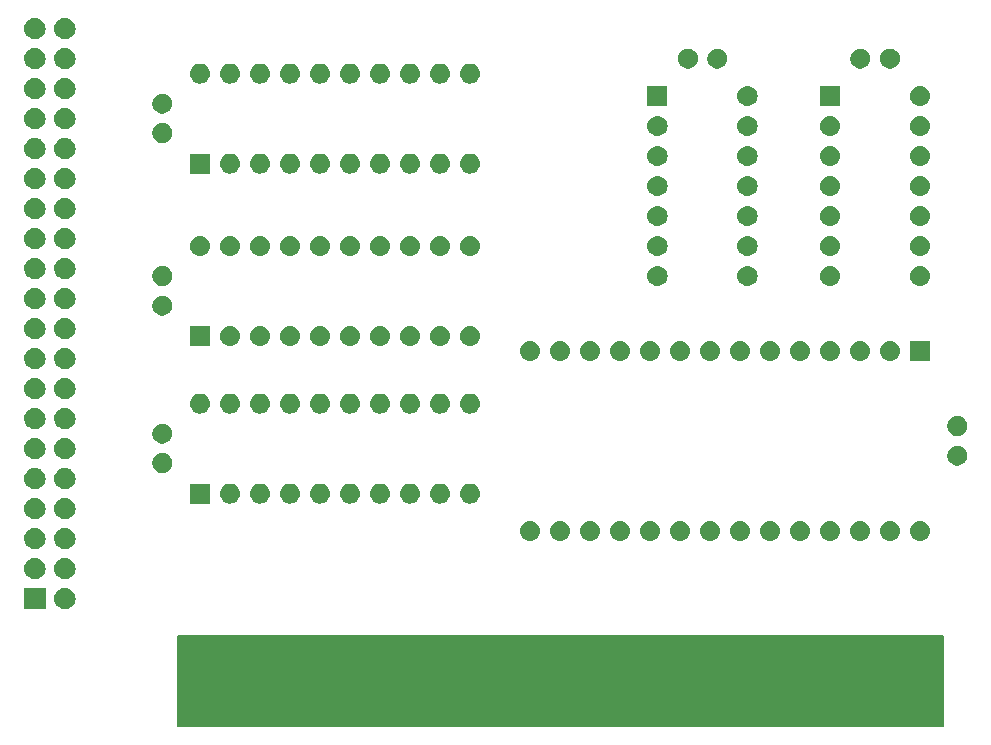
<source format=gbr>
G04 #@! TF.GenerationSoftware,KiCad,Pcbnew,(5.0.2)-1*
G04 #@! TF.CreationDate,2020-12-13T22:30:25-05:00*
G04 #@! TF.ProjectId,Apple2IORPi,4170706c-6532-4494-9f52-50692e6b6963,0.2*
G04 #@! TF.SameCoordinates,Original*
G04 #@! TF.FileFunction,Soldermask,Top*
G04 #@! TF.FilePolarity,Negative*
%FSLAX46Y46*%
G04 Gerber Fmt 4.6, Leading zero omitted, Abs format (unit mm)*
G04 Created by KiCad (PCBNEW (5.0.2)-1) date 2020-12-13 22:30:25*
%MOMM*%
%LPD*%
G01*
G04 APERTURE LIST*
%ADD10C,0.150000*%
%ADD11C,0.100000*%
G04 APERTURE END LIST*
D10*
G04 #@! TO.C,J0*
G36*
X187400001Y-119380000D02*
X187400001Y-111760000D01*
X122630001Y-111760000D01*
X122630001Y-119380000D01*
X187400001Y-119380000D01*
G37*
X187400001Y-119380000D02*
X187400001Y-111760000D01*
X122630001Y-111760000D01*
X122630001Y-119380000D01*
X187400001Y-119380000D01*
D11*
G36*
X152935104Y-111714983D02*
X152987616Y-111730912D01*
X153036003Y-111756775D01*
X153078417Y-111791584D01*
X153113226Y-111833998D01*
X153139089Y-111882385D01*
X153155018Y-111934897D01*
X153161001Y-111995641D01*
X153161001Y-119144359D01*
X153155018Y-119205103D01*
X153139089Y-119257615D01*
X153113226Y-119306002D01*
X153078417Y-119348416D01*
X153036003Y-119383225D01*
X152987616Y-119409088D01*
X152935104Y-119425017D01*
X152874360Y-119431000D01*
X152075642Y-119431000D01*
X152014898Y-119425017D01*
X151962386Y-119409088D01*
X151913999Y-119383225D01*
X151871585Y-119348416D01*
X151836776Y-119306002D01*
X151810913Y-119257615D01*
X151794984Y-119205103D01*
X151789001Y-119144359D01*
X151789001Y-111995641D01*
X151794984Y-111934897D01*
X151810913Y-111882385D01*
X151836776Y-111833998D01*
X151871585Y-111791584D01*
X151913999Y-111756775D01*
X151962386Y-111730912D01*
X152014898Y-111714983D01*
X152075642Y-111709000D01*
X152874360Y-111709000D01*
X152935104Y-111714983D01*
X152935104Y-111714983D01*
G37*
G36*
X155475104Y-111714983D02*
X155527616Y-111730912D01*
X155576003Y-111756775D01*
X155618417Y-111791584D01*
X155653226Y-111833998D01*
X155679089Y-111882385D01*
X155695018Y-111934897D01*
X155701001Y-111995641D01*
X155701001Y-119144359D01*
X155695018Y-119205103D01*
X155679089Y-119257615D01*
X155653226Y-119306002D01*
X155618417Y-119348416D01*
X155576003Y-119383225D01*
X155527616Y-119409088D01*
X155475104Y-119425017D01*
X155414360Y-119431000D01*
X154615642Y-119431000D01*
X154554898Y-119425017D01*
X154502386Y-119409088D01*
X154453999Y-119383225D01*
X154411585Y-119348416D01*
X154376776Y-119306002D01*
X154350913Y-119257615D01*
X154334984Y-119205103D01*
X154329001Y-119144359D01*
X154329001Y-111995641D01*
X154334984Y-111934897D01*
X154350913Y-111882385D01*
X154376776Y-111833998D01*
X154411585Y-111791584D01*
X154453999Y-111756775D01*
X154502386Y-111730912D01*
X154554898Y-111714983D01*
X154615642Y-111709000D01*
X155414360Y-111709000D01*
X155475104Y-111714983D01*
X155475104Y-111714983D01*
G37*
G36*
X124995104Y-111714983D02*
X125047616Y-111730912D01*
X125096003Y-111756775D01*
X125138417Y-111791584D01*
X125173226Y-111833998D01*
X125199089Y-111882385D01*
X125215018Y-111934897D01*
X125221001Y-111995641D01*
X125221001Y-119144359D01*
X125215018Y-119205103D01*
X125199089Y-119257615D01*
X125173226Y-119306002D01*
X125138417Y-119348416D01*
X125096003Y-119383225D01*
X125047616Y-119409088D01*
X124995104Y-119425017D01*
X124934360Y-119431000D01*
X124135642Y-119431000D01*
X124074898Y-119425017D01*
X124022386Y-119409088D01*
X123973999Y-119383225D01*
X123931585Y-119348416D01*
X123896776Y-119306002D01*
X123870913Y-119257615D01*
X123854984Y-119205103D01*
X123849001Y-119144359D01*
X123849001Y-111995641D01*
X123854984Y-111934897D01*
X123870913Y-111882385D01*
X123896776Y-111833998D01*
X123931585Y-111791584D01*
X123973999Y-111756775D01*
X124022386Y-111730912D01*
X124074898Y-111714983D01*
X124135642Y-111709000D01*
X124934360Y-111709000D01*
X124995104Y-111714983D01*
X124995104Y-111714983D01*
G37*
G36*
X127535104Y-111714983D02*
X127587616Y-111730912D01*
X127636003Y-111756775D01*
X127678417Y-111791584D01*
X127713226Y-111833998D01*
X127739089Y-111882385D01*
X127755018Y-111934897D01*
X127761001Y-111995641D01*
X127761001Y-119144359D01*
X127755018Y-119205103D01*
X127739089Y-119257615D01*
X127713226Y-119306002D01*
X127678417Y-119348416D01*
X127636003Y-119383225D01*
X127587616Y-119409088D01*
X127535104Y-119425017D01*
X127474360Y-119431000D01*
X126675642Y-119431000D01*
X126614898Y-119425017D01*
X126562386Y-119409088D01*
X126513999Y-119383225D01*
X126471585Y-119348416D01*
X126436776Y-119306002D01*
X126410913Y-119257615D01*
X126394984Y-119205103D01*
X126389001Y-119144359D01*
X126389001Y-111995641D01*
X126394984Y-111934897D01*
X126410913Y-111882385D01*
X126436776Y-111833998D01*
X126471585Y-111791584D01*
X126513999Y-111756775D01*
X126562386Y-111730912D01*
X126614898Y-111714983D01*
X126675642Y-111709000D01*
X127474360Y-111709000D01*
X127535104Y-111714983D01*
X127535104Y-111714983D01*
G37*
G36*
X130075104Y-111714983D02*
X130127616Y-111730912D01*
X130176003Y-111756775D01*
X130218417Y-111791584D01*
X130253226Y-111833998D01*
X130279089Y-111882385D01*
X130295018Y-111934897D01*
X130301001Y-111995641D01*
X130301001Y-119144359D01*
X130295018Y-119205103D01*
X130279089Y-119257615D01*
X130253226Y-119306002D01*
X130218417Y-119348416D01*
X130176003Y-119383225D01*
X130127616Y-119409088D01*
X130075104Y-119425017D01*
X130014360Y-119431000D01*
X129215642Y-119431000D01*
X129154898Y-119425017D01*
X129102386Y-119409088D01*
X129053999Y-119383225D01*
X129011585Y-119348416D01*
X128976776Y-119306002D01*
X128950913Y-119257615D01*
X128934984Y-119205103D01*
X128929001Y-119144359D01*
X128929001Y-111995641D01*
X128934984Y-111934897D01*
X128950913Y-111882385D01*
X128976776Y-111833998D01*
X129011585Y-111791584D01*
X129053999Y-111756775D01*
X129102386Y-111730912D01*
X129154898Y-111714983D01*
X129215642Y-111709000D01*
X130014360Y-111709000D01*
X130075104Y-111714983D01*
X130075104Y-111714983D01*
G37*
G36*
X132615104Y-111714983D02*
X132667616Y-111730912D01*
X132716003Y-111756775D01*
X132758417Y-111791584D01*
X132793226Y-111833998D01*
X132819089Y-111882385D01*
X132835018Y-111934897D01*
X132841001Y-111995641D01*
X132841001Y-119144359D01*
X132835018Y-119205103D01*
X132819089Y-119257615D01*
X132793226Y-119306002D01*
X132758417Y-119348416D01*
X132716003Y-119383225D01*
X132667616Y-119409088D01*
X132615104Y-119425017D01*
X132554360Y-119431000D01*
X131755642Y-119431000D01*
X131694898Y-119425017D01*
X131642386Y-119409088D01*
X131593999Y-119383225D01*
X131551585Y-119348416D01*
X131516776Y-119306002D01*
X131490913Y-119257615D01*
X131474984Y-119205103D01*
X131469001Y-119144359D01*
X131469001Y-111995641D01*
X131474984Y-111934897D01*
X131490913Y-111882385D01*
X131516776Y-111833998D01*
X131551585Y-111791584D01*
X131593999Y-111756775D01*
X131642386Y-111730912D01*
X131694898Y-111714983D01*
X131755642Y-111709000D01*
X132554360Y-111709000D01*
X132615104Y-111714983D01*
X132615104Y-111714983D01*
G37*
G36*
X135155104Y-111714983D02*
X135207616Y-111730912D01*
X135256003Y-111756775D01*
X135298417Y-111791584D01*
X135333226Y-111833998D01*
X135359089Y-111882385D01*
X135375018Y-111934897D01*
X135381001Y-111995641D01*
X135381001Y-119144359D01*
X135375018Y-119205103D01*
X135359089Y-119257615D01*
X135333226Y-119306002D01*
X135298417Y-119348416D01*
X135256003Y-119383225D01*
X135207616Y-119409088D01*
X135155104Y-119425017D01*
X135094360Y-119431000D01*
X134295642Y-119431000D01*
X134234898Y-119425017D01*
X134182386Y-119409088D01*
X134133999Y-119383225D01*
X134091585Y-119348416D01*
X134056776Y-119306002D01*
X134030913Y-119257615D01*
X134014984Y-119205103D01*
X134009001Y-119144359D01*
X134009001Y-111995641D01*
X134014984Y-111934897D01*
X134030913Y-111882385D01*
X134056776Y-111833998D01*
X134091585Y-111791584D01*
X134133999Y-111756775D01*
X134182386Y-111730912D01*
X134234898Y-111714983D01*
X134295642Y-111709000D01*
X135094360Y-111709000D01*
X135155104Y-111714983D01*
X135155104Y-111714983D01*
G37*
G36*
X137695104Y-111714983D02*
X137747616Y-111730912D01*
X137796003Y-111756775D01*
X137838417Y-111791584D01*
X137873226Y-111833998D01*
X137899089Y-111882385D01*
X137915018Y-111934897D01*
X137921001Y-111995641D01*
X137921001Y-119144359D01*
X137915018Y-119205103D01*
X137899089Y-119257615D01*
X137873226Y-119306002D01*
X137838417Y-119348416D01*
X137796003Y-119383225D01*
X137747616Y-119409088D01*
X137695104Y-119425017D01*
X137634360Y-119431000D01*
X136835642Y-119431000D01*
X136774898Y-119425017D01*
X136722386Y-119409088D01*
X136673999Y-119383225D01*
X136631585Y-119348416D01*
X136596776Y-119306002D01*
X136570913Y-119257615D01*
X136554984Y-119205103D01*
X136549001Y-119144359D01*
X136549001Y-111995641D01*
X136554984Y-111934897D01*
X136570913Y-111882385D01*
X136596776Y-111833998D01*
X136631585Y-111791584D01*
X136673999Y-111756775D01*
X136722386Y-111730912D01*
X136774898Y-111714983D01*
X136835642Y-111709000D01*
X137634360Y-111709000D01*
X137695104Y-111714983D01*
X137695104Y-111714983D01*
G37*
G36*
X140235104Y-111714983D02*
X140287616Y-111730912D01*
X140336003Y-111756775D01*
X140378417Y-111791584D01*
X140413226Y-111833998D01*
X140439089Y-111882385D01*
X140455018Y-111934897D01*
X140461001Y-111995641D01*
X140461001Y-119144359D01*
X140455018Y-119205103D01*
X140439089Y-119257615D01*
X140413226Y-119306002D01*
X140378417Y-119348416D01*
X140336003Y-119383225D01*
X140287616Y-119409088D01*
X140235104Y-119425017D01*
X140174360Y-119431000D01*
X139375642Y-119431000D01*
X139314898Y-119425017D01*
X139262386Y-119409088D01*
X139213999Y-119383225D01*
X139171585Y-119348416D01*
X139136776Y-119306002D01*
X139110913Y-119257615D01*
X139094984Y-119205103D01*
X139089001Y-119144359D01*
X139089001Y-111995641D01*
X139094984Y-111934897D01*
X139110913Y-111882385D01*
X139136776Y-111833998D01*
X139171585Y-111791584D01*
X139213999Y-111756775D01*
X139262386Y-111730912D01*
X139314898Y-111714983D01*
X139375642Y-111709000D01*
X140174360Y-111709000D01*
X140235104Y-111714983D01*
X140235104Y-111714983D01*
G37*
G36*
X142775104Y-111714983D02*
X142827616Y-111730912D01*
X142876003Y-111756775D01*
X142918417Y-111791584D01*
X142953226Y-111833998D01*
X142979089Y-111882385D01*
X142995018Y-111934897D01*
X143001001Y-111995641D01*
X143001001Y-119144359D01*
X142995018Y-119205103D01*
X142979089Y-119257615D01*
X142953226Y-119306002D01*
X142918417Y-119348416D01*
X142876003Y-119383225D01*
X142827616Y-119409088D01*
X142775104Y-119425017D01*
X142714360Y-119431000D01*
X141915642Y-119431000D01*
X141854898Y-119425017D01*
X141802386Y-119409088D01*
X141753999Y-119383225D01*
X141711585Y-119348416D01*
X141676776Y-119306002D01*
X141650913Y-119257615D01*
X141634984Y-119205103D01*
X141629001Y-119144359D01*
X141629001Y-111995641D01*
X141634984Y-111934897D01*
X141650913Y-111882385D01*
X141676776Y-111833998D01*
X141711585Y-111791584D01*
X141753999Y-111756775D01*
X141802386Y-111730912D01*
X141854898Y-111714983D01*
X141915642Y-111709000D01*
X142714360Y-111709000D01*
X142775104Y-111714983D01*
X142775104Y-111714983D01*
G37*
G36*
X145315104Y-111714983D02*
X145367616Y-111730912D01*
X145416003Y-111756775D01*
X145458417Y-111791584D01*
X145493226Y-111833998D01*
X145519089Y-111882385D01*
X145535018Y-111934897D01*
X145541001Y-111995641D01*
X145541001Y-119144359D01*
X145535018Y-119205103D01*
X145519089Y-119257615D01*
X145493226Y-119306002D01*
X145458417Y-119348416D01*
X145416003Y-119383225D01*
X145367616Y-119409088D01*
X145315104Y-119425017D01*
X145254360Y-119431000D01*
X144455642Y-119431000D01*
X144394898Y-119425017D01*
X144342386Y-119409088D01*
X144293999Y-119383225D01*
X144251585Y-119348416D01*
X144216776Y-119306002D01*
X144190913Y-119257615D01*
X144174984Y-119205103D01*
X144169001Y-119144359D01*
X144169001Y-111995641D01*
X144174984Y-111934897D01*
X144190913Y-111882385D01*
X144216776Y-111833998D01*
X144251585Y-111791584D01*
X144293999Y-111756775D01*
X144342386Y-111730912D01*
X144394898Y-111714983D01*
X144455642Y-111709000D01*
X145254360Y-111709000D01*
X145315104Y-111714983D01*
X145315104Y-111714983D01*
G37*
G36*
X147855104Y-111714983D02*
X147907616Y-111730912D01*
X147956003Y-111756775D01*
X147998417Y-111791584D01*
X148033226Y-111833998D01*
X148059089Y-111882385D01*
X148075018Y-111934897D01*
X148081001Y-111995641D01*
X148081001Y-119144359D01*
X148075018Y-119205103D01*
X148059089Y-119257615D01*
X148033226Y-119306002D01*
X147998417Y-119348416D01*
X147956003Y-119383225D01*
X147907616Y-119409088D01*
X147855104Y-119425017D01*
X147794360Y-119431000D01*
X146995642Y-119431000D01*
X146934898Y-119425017D01*
X146882386Y-119409088D01*
X146833999Y-119383225D01*
X146791585Y-119348416D01*
X146756776Y-119306002D01*
X146730913Y-119257615D01*
X146714984Y-119205103D01*
X146709001Y-119144359D01*
X146709001Y-111995641D01*
X146714984Y-111934897D01*
X146730913Y-111882385D01*
X146756776Y-111833998D01*
X146791585Y-111791584D01*
X146833999Y-111756775D01*
X146882386Y-111730912D01*
X146934898Y-111714983D01*
X146995642Y-111709000D01*
X147794360Y-111709000D01*
X147855104Y-111714983D01*
X147855104Y-111714983D01*
G37*
G36*
X150395104Y-111714983D02*
X150447616Y-111730912D01*
X150496003Y-111756775D01*
X150538417Y-111791584D01*
X150573226Y-111833998D01*
X150599089Y-111882385D01*
X150615018Y-111934897D01*
X150621001Y-111995641D01*
X150621001Y-119144359D01*
X150615018Y-119205103D01*
X150599089Y-119257615D01*
X150573226Y-119306002D01*
X150538417Y-119348416D01*
X150496003Y-119383225D01*
X150447616Y-119409088D01*
X150395104Y-119425017D01*
X150334360Y-119431000D01*
X149535642Y-119431000D01*
X149474898Y-119425017D01*
X149422386Y-119409088D01*
X149373999Y-119383225D01*
X149331585Y-119348416D01*
X149296776Y-119306002D01*
X149270913Y-119257615D01*
X149254984Y-119205103D01*
X149249001Y-119144359D01*
X149249001Y-111995641D01*
X149254984Y-111934897D01*
X149270913Y-111882385D01*
X149296776Y-111833998D01*
X149331585Y-111791584D01*
X149373999Y-111756775D01*
X149422386Y-111730912D01*
X149474898Y-111714983D01*
X149535642Y-111709000D01*
X150334360Y-111709000D01*
X150395104Y-111714983D01*
X150395104Y-111714983D01*
G37*
G36*
X158015104Y-111714983D02*
X158067616Y-111730912D01*
X158116003Y-111756775D01*
X158158417Y-111791584D01*
X158193226Y-111833998D01*
X158219089Y-111882385D01*
X158235018Y-111934897D01*
X158241001Y-111995641D01*
X158241001Y-119144359D01*
X158235018Y-119205103D01*
X158219089Y-119257615D01*
X158193226Y-119306002D01*
X158158417Y-119348416D01*
X158116003Y-119383225D01*
X158067616Y-119409088D01*
X158015104Y-119425017D01*
X157954360Y-119431000D01*
X157155642Y-119431000D01*
X157094898Y-119425017D01*
X157042386Y-119409088D01*
X156993999Y-119383225D01*
X156951585Y-119348416D01*
X156916776Y-119306002D01*
X156890913Y-119257615D01*
X156874984Y-119205103D01*
X156869001Y-119144359D01*
X156869001Y-111995641D01*
X156874984Y-111934897D01*
X156890913Y-111882385D01*
X156916776Y-111833998D01*
X156951585Y-111791584D01*
X156993999Y-111756775D01*
X157042386Y-111730912D01*
X157094898Y-111714983D01*
X157155642Y-111709000D01*
X157954360Y-111709000D01*
X158015104Y-111714983D01*
X158015104Y-111714983D01*
G37*
G36*
X160555104Y-111714983D02*
X160607616Y-111730912D01*
X160656003Y-111756775D01*
X160698417Y-111791584D01*
X160733226Y-111833998D01*
X160759089Y-111882385D01*
X160775018Y-111934897D01*
X160781001Y-111995641D01*
X160781001Y-119144359D01*
X160775018Y-119205103D01*
X160759089Y-119257615D01*
X160733226Y-119306002D01*
X160698417Y-119348416D01*
X160656003Y-119383225D01*
X160607616Y-119409088D01*
X160555104Y-119425017D01*
X160494360Y-119431000D01*
X159695642Y-119431000D01*
X159634898Y-119425017D01*
X159582386Y-119409088D01*
X159533999Y-119383225D01*
X159491585Y-119348416D01*
X159456776Y-119306002D01*
X159430913Y-119257615D01*
X159414984Y-119205103D01*
X159409001Y-119144359D01*
X159409001Y-111995641D01*
X159414984Y-111934897D01*
X159430913Y-111882385D01*
X159456776Y-111833998D01*
X159491585Y-111791584D01*
X159533999Y-111756775D01*
X159582386Y-111730912D01*
X159634898Y-111714983D01*
X159695642Y-111709000D01*
X160494360Y-111709000D01*
X160555104Y-111714983D01*
X160555104Y-111714983D01*
G37*
G36*
X163095104Y-111714983D02*
X163147616Y-111730912D01*
X163196003Y-111756775D01*
X163238417Y-111791584D01*
X163273226Y-111833998D01*
X163299089Y-111882385D01*
X163315018Y-111934897D01*
X163321001Y-111995641D01*
X163321001Y-119144359D01*
X163315018Y-119205103D01*
X163299089Y-119257615D01*
X163273226Y-119306002D01*
X163238417Y-119348416D01*
X163196003Y-119383225D01*
X163147616Y-119409088D01*
X163095104Y-119425017D01*
X163034360Y-119431000D01*
X162235642Y-119431000D01*
X162174898Y-119425017D01*
X162122386Y-119409088D01*
X162073999Y-119383225D01*
X162031585Y-119348416D01*
X161996776Y-119306002D01*
X161970913Y-119257615D01*
X161954984Y-119205103D01*
X161949001Y-119144359D01*
X161949001Y-111995641D01*
X161954984Y-111934897D01*
X161970913Y-111882385D01*
X161996776Y-111833998D01*
X162031585Y-111791584D01*
X162073999Y-111756775D01*
X162122386Y-111730912D01*
X162174898Y-111714983D01*
X162235642Y-111709000D01*
X163034360Y-111709000D01*
X163095104Y-111714983D01*
X163095104Y-111714983D01*
G37*
G36*
X165635104Y-111714983D02*
X165687616Y-111730912D01*
X165736003Y-111756775D01*
X165778417Y-111791584D01*
X165813226Y-111833998D01*
X165839089Y-111882385D01*
X165855018Y-111934897D01*
X165861001Y-111995641D01*
X165861001Y-119144359D01*
X165855018Y-119205103D01*
X165839089Y-119257615D01*
X165813226Y-119306002D01*
X165778417Y-119348416D01*
X165736003Y-119383225D01*
X165687616Y-119409088D01*
X165635104Y-119425017D01*
X165574360Y-119431000D01*
X164775642Y-119431000D01*
X164714898Y-119425017D01*
X164662386Y-119409088D01*
X164613999Y-119383225D01*
X164571585Y-119348416D01*
X164536776Y-119306002D01*
X164510913Y-119257615D01*
X164494984Y-119205103D01*
X164489001Y-119144359D01*
X164489001Y-111995641D01*
X164494984Y-111934897D01*
X164510913Y-111882385D01*
X164536776Y-111833998D01*
X164571585Y-111791584D01*
X164613999Y-111756775D01*
X164662386Y-111730912D01*
X164714898Y-111714983D01*
X164775642Y-111709000D01*
X165574360Y-111709000D01*
X165635104Y-111714983D01*
X165635104Y-111714983D01*
G37*
G36*
X168175104Y-111714983D02*
X168227616Y-111730912D01*
X168276003Y-111756775D01*
X168318417Y-111791584D01*
X168353226Y-111833998D01*
X168379089Y-111882385D01*
X168395018Y-111934897D01*
X168401001Y-111995641D01*
X168401001Y-119144359D01*
X168395018Y-119205103D01*
X168379089Y-119257615D01*
X168353226Y-119306002D01*
X168318417Y-119348416D01*
X168276003Y-119383225D01*
X168227616Y-119409088D01*
X168175104Y-119425017D01*
X168114360Y-119431000D01*
X167315642Y-119431000D01*
X167254898Y-119425017D01*
X167202386Y-119409088D01*
X167153999Y-119383225D01*
X167111585Y-119348416D01*
X167076776Y-119306002D01*
X167050913Y-119257615D01*
X167034984Y-119205103D01*
X167029001Y-119144359D01*
X167029001Y-111995641D01*
X167034984Y-111934897D01*
X167050913Y-111882385D01*
X167076776Y-111833998D01*
X167111585Y-111791584D01*
X167153999Y-111756775D01*
X167202386Y-111730912D01*
X167254898Y-111714983D01*
X167315642Y-111709000D01*
X168114360Y-111709000D01*
X168175104Y-111714983D01*
X168175104Y-111714983D01*
G37*
G36*
X170715104Y-111714983D02*
X170767616Y-111730912D01*
X170816003Y-111756775D01*
X170858417Y-111791584D01*
X170893226Y-111833998D01*
X170919089Y-111882385D01*
X170935018Y-111934897D01*
X170941001Y-111995641D01*
X170941001Y-119144359D01*
X170935018Y-119205103D01*
X170919089Y-119257615D01*
X170893226Y-119306002D01*
X170858417Y-119348416D01*
X170816003Y-119383225D01*
X170767616Y-119409088D01*
X170715104Y-119425017D01*
X170654360Y-119431000D01*
X169855642Y-119431000D01*
X169794898Y-119425017D01*
X169742386Y-119409088D01*
X169693999Y-119383225D01*
X169651585Y-119348416D01*
X169616776Y-119306002D01*
X169590913Y-119257615D01*
X169574984Y-119205103D01*
X169569001Y-119144359D01*
X169569001Y-111995641D01*
X169574984Y-111934897D01*
X169590913Y-111882385D01*
X169616776Y-111833998D01*
X169651585Y-111791584D01*
X169693999Y-111756775D01*
X169742386Y-111730912D01*
X169794898Y-111714983D01*
X169855642Y-111709000D01*
X170654360Y-111709000D01*
X170715104Y-111714983D01*
X170715104Y-111714983D01*
G37*
G36*
X173255104Y-111714983D02*
X173307616Y-111730912D01*
X173356003Y-111756775D01*
X173398417Y-111791584D01*
X173433226Y-111833998D01*
X173459089Y-111882385D01*
X173475018Y-111934897D01*
X173481001Y-111995641D01*
X173481001Y-119144359D01*
X173475018Y-119205103D01*
X173459089Y-119257615D01*
X173433226Y-119306002D01*
X173398417Y-119348416D01*
X173356003Y-119383225D01*
X173307616Y-119409088D01*
X173255104Y-119425017D01*
X173194360Y-119431000D01*
X172395642Y-119431000D01*
X172334898Y-119425017D01*
X172282386Y-119409088D01*
X172233999Y-119383225D01*
X172191585Y-119348416D01*
X172156776Y-119306002D01*
X172130913Y-119257615D01*
X172114984Y-119205103D01*
X172109001Y-119144359D01*
X172109001Y-111995641D01*
X172114984Y-111934897D01*
X172130913Y-111882385D01*
X172156776Y-111833998D01*
X172191585Y-111791584D01*
X172233999Y-111756775D01*
X172282386Y-111730912D01*
X172334898Y-111714983D01*
X172395642Y-111709000D01*
X173194360Y-111709000D01*
X173255104Y-111714983D01*
X173255104Y-111714983D01*
G37*
G36*
X175795104Y-111714983D02*
X175847616Y-111730912D01*
X175896003Y-111756775D01*
X175938417Y-111791584D01*
X175973226Y-111833998D01*
X175999089Y-111882385D01*
X176015018Y-111934897D01*
X176021001Y-111995641D01*
X176021001Y-119144359D01*
X176015018Y-119205103D01*
X175999089Y-119257615D01*
X175973226Y-119306002D01*
X175938417Y-119348416D01*
X175896003Y-119383225D01*
X175847616Y-119409088D01*
X175795104Y-119425017D01*
X175734360Y-119431000D01*
X174935642Y-119431000D01*
X174874898Y-119425017D01*
X174822386Y-119409088D01*
X174773999Y-119383225D01*
X174731585Y-119348416D01*
X174696776Y-119306002D01*
X174670913Y-119257615D01*
X174654984Y-119205103D01*
X174649001Y-119144359D01*
X174649001Y-111995641D01*
X174654984Y-111934897D01*
X174670913Y-111882385D01*
X174696776Y-111833998D01*
X174731585Y-111791584D01*
X174773999Y-111756775D01*
X174822386Y-111730912D01*
X174874898Y-111714983D01*
X174935642Y-111709000D01*
X175734360Y-111709000D01*
X175795104Y-111714983D01*
X175795104Y-111714983D01*
G37*
G36*
X178335104Y-111714983D02*
X178387616Y-111730912D01*
X178436003Y-111756775D01*
X178478417Y-111791584D01*
X178513226Y-111833998D01*
X178539089Y-111882385D01*
X178555018Y-111934897D01*
X178561001Y-111995641D01*
X178561001Y-119144359D01*
X178555018Y-119205103D01*
X178539089Y-119257615D01*
X178513226Y-119306002D01*
X178478417Y-119348416D01*
X178436003Y-119383225D01*
X178387616Y-119409088D01*
X178335104Y-119425017D01*
X178274360Y-119431000D01*
X177475642Y-119431000D01*
X177414898Y-119425017D01*
X177362386Y-119409088D01*
X177313999Y-119383225D01*
X177271585Y-119348416D01*
X177236776Y-119306002D01*
X177210913Y-119257615D01*
X177194984Y-119205103D01*
X177189001Y-119144359D01*
X177189001Y-111995641D01*
X177194984Y-111934897D01*
X177210913Y-111882385D01*
X177236776Y-111833998D01*
X177271585Y-111791584D01*
X177313999Y-111756775D01*
X177362386Y-111730912D01*
X177414898Y-111714983D01*
X177475642Y-111709000D01*
X178274360Y-111709000D01*
X178335104Y-111714983D01*
X178335104Y-111714983D01*
G37*
G36*
X180875104Y-111714983D02*
X180927616Y-111730912D01*
X180976003Y-111756775D01*
X181018417Y-111791584D01*
X181053226Y-111833998D01*
X181079089Y-111882385D01*
X181095018Y-111934897D01*
X181101001Y-111995641D01*
X181101001Y-119144359D01*
X181095018Y-119205103D01*
X181079089Y-119257615D01*
X181053226Y-119306002D01*
X181018417Y-119348416D01*
X180976003Y-119383225D01*
X180927616Y-119409088D01*
X180875104Y-119425017D01*
X180814360Y-119431000D01*
X180015642Y-119431000D01*
X179954898Y-119425017D01*
X179902386Y-119409088D01*
X179853999Y-119383225D01*
X179811585Y-119348416D01*
X179776776Y-119306002D01*
X179750913Y-119257615D01*
X179734984Y-119205103D01*
X179729001Y-119144359D01*
X179729001Y-111995641D01*
X179734984Y-111934897D01*
X179750913Y-111882385D01*
X179776776Y-111833998D01*
X179811585Y-111791584D01*
X179853999Y-111756775D01*
X179902386Y-111730912D01*
X179954898Y-111714983D01*
X180015642Y-111709000D01*
X180814360Y-111709000D01*
X180875104Y-111714983D01*
X180875104Y-111714983D01*
G37*
G36*
X183415104Y-111714983D02*
X183467616Y-111730912D01*
X183516003Y-111756775D01*
X183558417Y-111791584D01*
X183593226Y-111833998D01*
X183619089Y-111882385D01*
X183635018Y-111934897D01*
X183641001Y-111995641D01*
X183641001Y-119144359D01*
X183635018Y-119205103D01*
X183619089Y-119257615D01*
X183593226Y-119306002D01*
X183558417Y-119348416D01*
X183516003Y-119383225D01*
X183467616Y-119409088D01*
X183415104Y-119425017D01*
X183354360Y-119431000D01*
X182555642Y-119431000D01*
X182494898Y-119425017D01*
X182442386Y-119409088D01*
X182393999Y-119383225D01*
X182351585Y-119348416D01*
X182316776Y-119306002D01*
X182290913Y-119257615D01*
X182274984Y-119205103D01*
X182269001Y-119144359D01*
X182269001Y-111995641D01*
X182274984Y-111934897D01*
X182290913Y-111882385D01*
X182316776Y-111833998D01*
X182351585Y-111791584D01*
X182393999Y-111756775D01*
X182442386Y-111730912D01*
X182494898Y-111714983D01*
X182555642Y-111709000D01*
X183354360Y-111709000D01*
X183415104Y-111714983D01*
X183415104Y-111714983D01*
G37*
G36*
X185955104Y-111714983D02*
X186007616Y-111730912D01*
X186056003Y-111756775D01*
X186098417Y-111791584D01*
X186133226Y-111833998D01*
X186159089Y-111882385D01*
X186175018Y-111934897D01*
X186181001Y-111995641D01*
X186181001Y-119144359D01*
X186175018Y-119205103D01*
X186159089Y-119257615D01*
X186133226Y-119306002D01*
X186098417Y-119348416D01*
X186056003Y-119383225D01*
X186007616Y-119409088D01*
X185955104Y-119425017D01*
X185894360Y-119431000D01*
X185095642Y-119431000D01*
X185034898Y-119425017D01*
X184982386Y-119409088D01*
X184933999Y-119383225D01*
X184891585Y-119348416D01*
X184856776Y-119306002D01*
X184830913Y-119257615D01*
X184814984Y-119205103D01*
X184809001Y-119144359D01*
X184809001Y-111995641D01*
X184814984Y-111934897D01*
X184830913Y-111882385D01*
X184856776Y-111833998D01*
X184891585Y-111791584D01*
X184933999Y-111756775D01*
X184982386Y-111730912D01*
X185034898Y-111714983D01*
X185095642Y-111709000D01*
X185894360Y-111709000D01*
X185955104Y-111714983D01*
X185955104Y-111714983D01*
G37*
G36*
X111391000Y-109486000D02*
X109589000Y-109486000D01*
X109589000Y-107684000D01*
X111391000Y-107684000D01*
X111391000Y-109486000D01*
X111391000Y-109486000D01*
G37*
G36*
X113140443Y-107690519D02*
X113206627Y-107697037D01*
X113319853Y-107731384D01*
X113376467Y-107748557D01*
X113515087Y-107822652D01*
X113532991Y-107832222D01*
X113568729Y-107861552D01*
X113670186Y-107944814D01*
X113753448Y-108046271D01*
X113782778Y-108082009D01*
X113782779Y-108082011D01*
X113866443Y-108238533D01*
X113866443Y-108238534D01*
X113917963Y-108408373D01*
X113935359Y-108585000D01*
X113917963Y-108761627D01*
X113883616Y-108874853D01*
X113866443Y-108931467D01*
X113792348Y-109070087D01*
X113782778Y-109087991D01*
X113753448Y-109123729D01*
X113670186Y-109225186D01*
X113568729Y-109308448D01*
X113532991Y-109337778D01*
X113532989Y-109337779D01*
X113376467Y-109421443D01*
X113319853Y-109438616D01*
X113206627Y-109472963D01*
X113140442Y-109479482D01*
X113074260Y-109486000D01*
X112985740Y-109486000D01*
X112919558Y-109479482D01*
X112853373Y-109472963D01*
X112740147Y-109438616D01*
X112683533Y-109421443D01*
X112527011Y-109337779D01*
X112527009Y-109337778D01*
X112491271Y-109308448D01*
X112389814Y-109225186D01*
X112306552Y-109123729D01*
X112277222Y-109087991D01*
X112267652Y-109070087D01*
X112193557Y-108931467D01*
X112176384Y-108874853D01*
X112142037Y-108761627D01*
X112124641Y-108585000D01*
X112142037Y-108408373D01*
X112193557Y-108238534D01*
X112193557Y-108238533D01*
X112277221Y-108082011D01*
X112277222Y-108082009D01*
X112306552Y-108046271D01*
X112389814Y-107944814D01*
X112491271Y-107861552D01*
X112527009Y-107832222D01*
X112544913Y-107822652D01*
X112683533Y-107748557D01*
X112740147Y-107731384D01*
X112853373Y-107697037D01*
X112919557Y-107690519D01*
X112985740Y-107684000D01*
X113074260Y-107684000D01*
X113140443Y-107690519D01*
X113140443Y-107690519D01*
G37*
G36*
X110600443Y-105150519D02*
X110666627Y-105157037D01*
X110779853Y-105191384D01*
X110836467Y-105208557D01*
X110975087Y-105282652D01*
X110992991Y-105292222D01*
X111028729Y-105321552D01*
X111130186Y-105404814D01*
X111213448Y-105506271D01*
X111242778Y-105542009D01*
X111242779Y-105542011D01*
X111326443Y-105698533D01*
X111326443Y-105698534D01*
X111377963Y-105868373D01*
X111395359Y-106045000D01*
X111377963Y-106221627D01*
X111343616Y-106334853D01*
X111326443Y-106391467D01*
X111252348Y-106530087D01*
X111242778Y-106547991D01*
X111213448Y-106583729D01*
X111130186Y-106685186D01*
X111028729Y-106768448D01*
X110992991Y-106797778D01*
X110992989Y-106797779D01*
X110836467Y-106881443D01*
X110779853Y-106898616D01*
X110666627Y-106932963D01*
X110600442Y-106939482D01*
X110534260Y-106946000D01*
X110445740Y-106946000D01*
X110379558Y-106939482D01*
X110313373Y-106932963D01*
X110200147Y-106898616D01*
X110143533Y-106881443D01*
X109987011Y-106797779D01*
X109987009Y-106797778D01*
X109951271Y-106768448D01*
X109849814Y-106685186D01*
X109766552Y-106583729D01*
X109737222Y-106547991D01*
X109727652Y-106530087D01*
X109653557Y-106391467D01*
X109636384Y-106334853D01*
X109602037Y-106221627D01*
X109584641Y-106045000D01*
X109602037Y-105868373D01*
X109653557Y-105698534D01*
X109653557Y-105698533D01*
X109737221Y-105542011D01*
X109737222Y-105542009D01*
X109766552Y-105506271D01*
X109849814Y-105404814D01*
X109951271Y-105321552D01*
X109987009Y-105292222D01*
X110004913Y-105282652D01*
X110143533Y-105208557D01*
X110200147Y-105191384D01*
X110313373Y-105157037D01*
X110379558Y-105150518D01*
X110445740Y-105144000D01*
X110534260Y-105144000D01*
X110600443Y-105150519D01*
X110600443Y-105150519D01*
G37*
G36*
X113140443Y-105150519D02*
X113206627Y-105157037D01*
X113319853Y-105191384D01*
X113376467Y-105208557D01*
X113515087Y-105282652D01*
X113532991Y-105292222D01*
X113568729Y-105321552D01*
X113670186Y-105404814D01*
X113753448Y-105506271D01*
X113782778Y-105542009D01*
X113782779Y-105542011D01*
X113866443Y-105698533D01*
X113866443Y-105698534D01*
X113917963Y-105868373D01*
X113935359Y-106045000D01*
X113917963Y-106221627D01*
X113883616Y-106334853D01*
X113866443Y-106391467D01*
X113792348Y-106530087D01*
X113782778Y-106547991D01*
X113753448Y-106583729D01*
X113670186Y-106685186D01*
X113568729Y-106768448D01*
X113532991Y-106797778D01*
X113532989Y-106797779D01*
X113376467Y-106881443D01*
X113319853Y-106898616D01*
X113206627Y-106932963D01*
X113140442Y-106939482D01*
X113074260Y-106946000D01*
X112985740Y-106946000D01*
X112919558Y-106939482D01*
X112853373Y-106932963D01*
X112740147Y-106898616D01*
X112683533Y-106881443D01*
X112527011Y-106797779D01*
X112527009Y-106797778D01*
X112491271Y-106768448D01*
X112389814Y-106685186D01*
X112306552Y-106583729D01*
X112277222Y-106547991D01*
X112267652Y-106530087D01*
X112193557Y-106391467D01*
X112176384Y-106334853D01*
X112142037Y-106221627D01*
X112124641Y-106045000D01*
X112142037Y-105868373D01*
X112193557Y-105698534D01*
X112193557Y-105698533D01*
X112277221Y-105542011D01*
X112277222Y-105542009D01*
X112306552Y-105506271D01*
X112389814Y-105404814D01*
X112491271Y-105321552D01*
X112527009Y-105292222D01*
X112544913Y-105282652D01*
X112683533Y-105208557D01*
X112740147Y-105191384D01*
X112853373Y-105157037D01*
X112919558Y-105150518D01*
X112985740Y-105144000D01*
X113074260Y-105144000D01*
X113140443Y-105150519D01*
X113140443Y-105150519D01*
G37*
G36*
X113140442Y-102610518D02*
X113206627Y-102617037D01*
X113319853Y-102651384D01*
X113376467Y-102668557D01*
X113441239Y-102703179D01*
X113532991Y-102752222D01*
X113568729Y-102781552D01*
X113670186Y-102864814D01*
X113753448Y-102966271D01*
X113782778Y-103002009D01*
X113782779Y-103002011D01*
X113866443Y-103158533D01*
X113866443Y-103158534D01*
X113917963Y-103328373D01*
X113935359Y-103505000D01*
X113917963Y-103681627D01*
X113909754Y-103708687D01*
X113866443Y-103851467D01*
X113792348Y-103990087D01*
X113782778Y-104007991D01*
X113753448Y-104043729D01*
X113670186Y-104145186D01*
X113568729Y-104228448D01*
X113532991Y-104257778D01*
X113532989Y-104257779D01*
X113376467Y-104341443D01*
X113319853Y-104358616D01*
X113206627Y-104392963D01*
X113140442Y-104399482D01*
X113074260Y-104406000D01*
X112985740Y-104406000D01*
X112919558Y-104399482D01*
X112853373Y-104392963D01*
X112740147Y-104358616D01*
X112683533Y-104341443D01*
X112527011Y-104257779D01*
X112527009Y-104257778D01*
X112491271Y-104228448D01*
X112389814Y-104145186D01*
X112306552Y-104043729D01*
X112277222Y-104007991D01*
X112267652Y-103990087D01*
X112193557Y-103851467D01*
X112150246Y-103708687D01*
X112142037Y-103681627D01*
X112124641Y-103505000D01*
X112142037Y-103328373D01*
X112193557Y-103158534D01*
X112193557Y-103158533D01*
X112277221Y-103002011D01*
X112277222Y-103002009D01*
X112306552Y-102966271D01*
X112389814Y-102864814D01*
X112491271Y-102781552D01*
X112527009Y-102752222D01*
X112618761Y-102703179D01*
X112683533Y-102668557D01*
X112740147Y-102651384D01*
X112853373Y-102617037D01*
X112919558Y-102610518D01*
X112985740Y-102604000D01*
X113074260Y-102604000D01*
X113140442Y-102610518D01*
X113140442Y-102610518D01*
G37*
G36*
X110600442Y-102610518D02*
X110666627Y-102617037D01*
X110779853Y-102651384D01*
X110836467Y-102668557D01*
X110901239Y-102703179D01*
X110992991Y-102752222D01*
X111028729Y-102781552D01*
X111130186Y-102864814D01*
X111213448Y-102966271D01*
X111242778Y-103002009D01*
X111242779Y-103002011D01*
X111326443Y-103158533D01*
X111326443Y-103158534D01*
X111377963Y-103328373D01*
X111395359Y-103505000D01*
X111377963Y-103681627D01*
X111369754Y-103708687D01*
X111326443Y-103851467D01*
X111252348Y-103990087D01*
X111242778Y-104007991D01*
X111213448Y-104043729D01*
X111130186Y-104145186D01*
X111028729Y-104228448D01*
X110992991Y-104257778D01*
X110992989Y-104257779D01*
X110836467Y-104341443D01*
X110779853Y-104358616D01*
X110666627Y-104392963D01*
X110600442Y-104399482D01*
X110534260Y-104406000D01*
X110445740Y-104406000D01*
X110379558Y-104399482D01*
X110313373Y-104392963D01*
X110200147Y-104358616D01*
X110143533Y-104341443D01*
X109987011Y-104257779D01*
X109987009Y-104257778D01*
X109951271Y-104228448D01*
X109849814Y-104145186D01*
X109766552Y-104043729D01*
X109737222Y-104007991D01*
X109727652Y-103990087D01*
X109653557Y-103851467D01*
X109610246Y-103708687D01*
X109602037Y-103681627D01*
X109584641Y-103505000D01*
X109602037Y-103328373D01*
X109653557Y-103158534D01*
X109653557Y-103158533D01*
X109737221Y-103002011D01*
X109737222Y-103002009D01*
X109766552Y-102966271D01*
X109849814Y-102864814D01*
X109951271Y-102781552D01*
X109987009Y-102752222D01*
X110078761Y-102703179D01*
X110143533Y-102668557D01*
X110200147Y-102651384D01*
X110313373Y-102617037D01*
X110379558Y-102610518D01*
X110445740Y-102604000D01*
X110534260Y-102604000D01*
X110600442Y-102610518D01*
X110600442Y-102610518D01*
G37*
G36*
X167806821Y-102031313D02*
X167806824Y-102031314D01*
X167806825Y-102031314D01*
X167967239Y-102079975D01*
X167967241Y-102079976D01*
X167967244Y-102079977D01*
X168115078Y-102158995D01*
X168244659Y-102265341D01*
X168351005Y-102394922D01*
X168430023Y-102542756D01*
X168430024Y-102542759D01*
X168430025Y-102542761D01*
X168478686Y-102703175D01*
X168478687Y-102703179D01*
X168495117Y-102870000D01*
X168478687Y-103036821D01*
X168430023Y-103197244D01*
X168351005Y-103345078D01*
X168244659Y-103474659D01*
X168115078Y-103581005D01*
X167967244Y-103660023D01*
X167967241Y-103660024D01*
X167967239Y-103660025D01*
X167806825Y-103708686D01*
X167806824Y-103708686D01*
X167806821Y-103708687D01*
X167681804Y-103721000D01*
X167598196Y-103721000D01*
X167473179Y-103708687D01*
X167473176Y-103708686D01*
X167473175Y-103708686D01*
X167312761Y-103660025D01*
X167312759Y-103660024D01*
X167312756Y-103660023D01*
X167164922Y-103581005D01*
X167035341Y-103474659D01*
X166928995Y-103345078D01*
X166849977Y-103197244D01*
X166801313Y-103036821D01*
X166784883Y-102870000D01*
X166801313Y-102703179D01*
X166801314Y-102703175D01*
X166849975Y-102542761D01*
X166849976Y-102542759D01*
X166849977Y-102542756D01*
X166928995Y-102394922D01*
X167035341Y-102265341D01*
X167164922Y-102158995D01*
X167312756Y-102079977D01*
X167312759Y-102079976D01*
X167312761Y-102079975D01*
X167473175Y-102031314D01*
X167473176Y-102031314D01*
X167473179Y-102031313D01*
X167598196Y-102019000D01*
X167681804Y-102019000D01*
X167806821Y-102031313D01*
X167806821Y-102031313D01*
G37*
G36*
X180506821Y-102031313D02*
X180506824Y-102031314D01*
X180506825Y-102031314D01*
X180667239Y-102079975D01*
X180667241Y-102079976D01*
X180667244Y-102079977D01*
X180815078Y-102158995D01*
X180944659Y-102265341D01*
X181051005Y-102394922D01*
X181130023Y-102542756D01*
X181130024Y-102542759D01*
X181130025Y-102542761D01*
X181178686Y-102703175D01*
X181178687Y-102703179D01*
X181195117Y-102870000D01*
X181178687Y-103036821D01*
X181130023Y-103197244D01*
X181051005Y-103345078D01*
X180944659Y-103474659D01*
X180815078Y-103581005D01*
X180667244Y-103660023D01*
X180667241Y-103660024D01*
X180667239Y-103660025D01*
X180506825Y-103708686D01*
X180506824Y-103708686D01*
X180506821Y-103708687D01*
X180381804Y-103721000D01*
X180298196Y-103721000D01*
X180173179Y-103708687D01*
X180173176Y-103708686D01*
X180173175Y-103708686D01*
X180012761Y-103660025D01*
X180012759Y-103660024D01*
X180012756Y-103660023D01*
X179864922Y-103581005D01*
X179735341Y-103474659D01*
X179628995Y-103345078D01*
X179549977Y-103197244D01*
X179501313Y-103036821D01*
X179484883Y-102870000D01*
X179501313Y-102703179D01*
X179501314Y-102703175D01*
X179549975Y-102542761D01*
X179549976Y-102542759D01*
X179549977Y-102542756D01*
X179628995Y-102394922D01*
X179735341Y-102265341D01*
X179864922Y-102158995D01*
X180012756Y-102079977D01*
X180012759Y-102079976D01*
X180012761Y-102079975D01*
X180173175Y-102031314D01*
X180173176Y-102031314D01*
X180173179Y-102031313D01*
X180298196Y-102019000D01*
X180381804Y-102019000D01*
X180506821Y-102031313D01*
X180506821Y-102031313D01*
G37*
G36*
X177966821Y-102031313D02*
X177966824Y-102031314D01*
X177966825Y-102031314D01*
X178127239Y-102079975D01*
X178127241Y-102079976D01*
X178127244Y-102079977D01*
X178275078Y-102158995D01*
X178404659Y-102265341D01*
X178511005Y-102394922D01*
X178590023Y-102542756D01*
X178590024Y-102542759D01*
X178590025Y-102542761D01*
X178638686Y-102703175D01*
X178638687Y-102703179D01*
X178655117Y-102870000D01*
X178638687Y-103036821D01*
X178590023Y-103197244D01*
X178511005Y-103345078D01*
X178404659Y-103474659D01*
X178275078Y-103581005D01*
X178127244Y-103660023D01*
X178127241Y-103660024D01*
X178127239Y-103660025D01*
X177966825Y-103708686D01*
X177966824Y-103708686D01*
X177966821Y-103708687D01*
X177841804Y-103721000D01*
X177758196Y-103721000D01*
X177633179Y-103708687D01*
X177633176Y-103708686D01*
X177633175Y-103708686D01*
X177472761Y-103660025D01*
X177472759Y-103660024D01*
X177472756Y-103660023D01*
X177324922Y-103581005D01*
X177195341Y-103474659D01*
X177088995Y-103345078D01*
X177009977Y-103197244D01*
X176961313Y-103036821D01*
X176944883Y-102870000D01*
X176961313Y-102703179D01*
X176961314Y-102703175D01*
X177009975Y-102542761D01*
X177009976Y-102542759D01*
X177009977Y-102542756D01*
X177088995Y-102394922D01*
X177195341Y-102265341D01*
X177324922Y-102158995D01*
X177472756Y-102079977D01*
X177472759Y-102079976D01*
X177472761Y-102079975D01*
X177633175Y-102031314D01*
X177633176Y-102031314D01*
X177633179Y-102031313D01*
X177758196Y-102019000D01*
X177841804Y-102019000D01*
X177966821Y-102031313D01*
X177966821Y-102031313D01*
G37*
G36*
X175426821Y-102031313D02*
X175426824Y-102031314D01*
X175426825Y-102031314D01*
X175587239Y-102079975D01*
X175587241Y-102079976D01*
X175587244Y-102079977D01*
X175735078Y-102158995D01*
X175864659Y-102265341D01*
X175971005Y-102394922D01*
X176050023Y-102542756D01*
X176050024Y-102542759D01*
X176050025Y-102542761D01*
X176098686Y-102703175D01*
X176098687Y-102703179D01*
X176115117Y-102870000D01*
X176098687Y-103036821D01*
X176050023Y-103197244D01*
X175971005Y-103345078D01*
X175864659Y-103474659D01*
X175735078Y-103581005D01*
X175587244Y-103660023D01*
X175587241Y-103660024D01*
X175587239Y-103660025D01*
X175426825Y-103708686D01*
X175426824Y-103708686D01*
X175426821Y-103708687D01*
X175301804Y-103721000D01*
X175218196Y-103721000D01*
X175093179Y-103708687D01*
X175093176Y-103708686D01*
X175093175Y-103708686D01*
X174932761Y-103660025D01*
X174932759Y-103660024D01*
X174932756Y-103660023D01*
X174784922Y-103581005D01*
X174655341Y-103474659D01*
X174548995Y-103345078D01*
X174469977Y-103197244D01*
X174421313Y-103036821D01*
X174404883Y-102870000D01*
X174421313Y-102703179D01*
X174421314Y-102703175D01*
X174469975Y-102542761D01*
X174469976Y-102542759D01*
X174469977Y-102542756D01*
X174548995Y-102394922D01*
X174655341Y-102265341D01*
X174784922Y-102158995D01*
X174932756Y-102079977D01*
X174932759Y-102079976D01*
X174932761Y-102079975D01*
X175093175Y-102031314D01*
X175093176Y-102031314D01*
X175093179Y-102031313D01*
X175218196Y-102019000D01*
X175301804Y-102019000D01*
X175426821Y-102031313D01*
X175426821Y-102031313D01*
G37*
G36*
X172886821Y-102031313D02*
X172886824Y-102031314D01*
X172886825Y-102031314D01*
X173047239Y-102079975D01*
X173047241Y-102079976D01*
X173047244Y-102079977D01*
X173195078Y-102158995D01*
X173324659Y-102265341D01*
X173431005Y-102394922D01*
X173510023Y-102542756D01*
X173510024Y-102542759D01*
X173510025Y-102542761D01*
X173558686Y-102703175D01*
X173558687Y-102703179D01*
X173575117Y-102870000D01*
X173558687Y-103036821D01*
X173510023Y-103197244D01*
X173431005Y-103345078D01*
X173324659Y-103474659D01*
X173195078Y-103581005D01*
X173047244Y-103660023D01*
X173047241Y-103660024D01*
X173047239Y-103660025D01*
X172886825Y-103708686D01*
X172886824Y-103708686D01*
X172886821Y-103708687D01*
X172761804Y-103721000D01*
X172678196Y-103721000D01*
X172553179Y-103708687D01*
X172553176Y-103708686D01*
X172553175Y-103708686D01*
X172392761Y-103660025D01*
X172392759Y-103660024D01*
X172392756Y-103660023D01*
X172244922Y-103581005D01*
X172115341Y-103474659D01*
X172008995Y-103345078D01*
X171929977Y-103197244D01*
X171881313Y-103036821D01*
X171864883Y-102870000D01*
X171881313Y-102703179D01*
X171881314Y-102703175D01*
X171929975Y-102542761D01*
X171929976Y-102542759D01*
X171929977Y-102542756D01*
X172008995Y-102394922D01*
X172115341Y-102265341D01*
X172244922Y-102158995D01*
X172392756Y-102079977D01*
X172392759Y-102079976D01*
X172392761Y-102079975D01*
X172553175Y-102031314D01*
X172553176Y-102031314D01*
X172553179Y-102031313D01*
X172678196Y-102019000D01*
X172761804Y-102019000D01*
X172886821Y-102031313D01*
X172886821Y-102031313D01*
G37*
G36*
X170346821Y-102031313D02*
X170346824Y-102031314D01*
X170346825Y-102031314D01*
X170507239Y-102079975D01*
X170507241Y-102079976D01*
X170507244Y-102079977D01*
X170655078Y-102158995D01*
X170784659Y-102265341D01*
X170891005Y-102394922D01*
X170970023Y-102542756D01*
X170970024Y-102542759D01*
X170970025Y-102542761D01*
X171018686Y-102703175D01*
X171018687Y-102703179D01*
X171035117Y-102870000D01*
X171018687Y-103036821D01*
X170970023Y-103197244D01*
X170891005Y-103345078D01*
X170784659Y-103474659D01*
X170655078Y-103581005D01*
X170507244Y-103660023D01*
X170507241Y-103660024D01*
X170507239Y-103660025D01*
X170346825Y-103708686D01*
X170346824Y-103708686D01*
X170346821Y-103708687D01*
X170221804Y-103721000D01*
X170138196Y-103721000D01*
X170013179Y-103708687D01*
X170013176Y-103708686D01*
X170013175Y-103708686D01*
X169852761Y-103660025D01*
X169852759Y-103660024D01*
X169852756Y-103660023D01*
X169704922Y-103581005D01*
X169575341Y-103474659D01*
X169468995Y-103345078D01*
X169389977Y-103197244D01*
X169341313Y-103036821D01*
X169324883Y-102870000D01*
X169341313Y-102703179D01*
X169341314Y-102703175D01*
X169389975Y-102542761D01*
X169389976Y-102542759D01*
X169389977Y-102542756D01*
X169468995Y-102394922D01*
X169575341Y-102265341D01*
X169704922Y-102158995D01*
X169852756Y-102079977D01*
X169852759Y-102079976D01*
X169852761Y-102079975D01*
X170013175Y-102031314D01*
X170013176Y-102031314D01*
X170013179Y-102031313D01*
X170138196Y-102019000D01*
X170221804Y-102019000D01*
X170346821Y-102031313D01*
X170346821Y-102031313D01*
G37*
G36*
X183046821Y-102031313D02*
X183046824Y-102031314D01*
X183046825Y-102031314D01*
X183207239Y-102079975D01*
X183207241Y-102079976D01*
X183207244Y-102079977D01*
X183355078Y-102158995D01*
X183484659Y-102265341D01*
X183591005Y-102394922D01*
X183670023Y-102542756D01*
X183670024Y-102542759D01*
X183670025Y-102542761D01*
X183718686Y-102703175D01*
X183718687Y-102703179D01*
X183735117Y-102870000D01*
X183718687Y-103036821D01*
X183670023Y-103197244D01*
X183591005Y-103345078D01*
X183484659Y-103474659D01*
X183355078Y-103581005D01*
X183207244Y-103660023D01*
X183207241Y-103660024D01*
X183207239Y-103660025D01*
X183046825Y-103708686D01*
X183046824Y-103708686D01*
X183046821Y-103708687D01*
X182921804Y-103721000D01*
X182838196Y-103721000D01*
X182713179Y-103708687D01*
X182713176Y-103708686D01*
X182713175Y-103708686D01*
X182552761Y-103660025D01*
X182552759Y-103660024D01*
X182552756Y-103660023D01*
X182404922Y-103581005D01*
X182275341Y-103474659D01*
X182168995Y-103345078D01*
X182089977Y-103197244D01*
X182041313Y-103036821D01*
X182024883Y-102870000D01*
X182041313Y-102703179D01*
X182041314Y-102703175D01*
X182089975Y-102542761D01*
X182089976Y-102542759D01*
X182089977Y-102542756D01*
X182168995Y-102394922D01*
X182275341Y-102265341D01*
X182404922Y-102158995D01*
X182552756Y-102079977D01*
X182552759Y-102079976D01*
X182552761Y-102079975D01*
X182713175Y-102031314D01*
X182713176Y-102031314D01*
X182713179Y-102031313D01*
X182838196Y-102019000D01*
X182921804Y-102019000D01*
X183046821Y-102031313D01*
X183046821Y-102031313D01*
G37*
G36*
X165266821Y-102031313D02*
X165266824Y-102031314D01*
X165266825Y-102031314D01*
X165427239Y-102079975D01*
X165427241Y-102079976D01*
X165427244Y-102079977D01*
X165575078Y-102158995D01*
X165704659Y-102265341D01*
X165811005Y-102394922D01*
X165890023Y-102542756D01*
X165890024Y-102542759D01*
X165890025Y-102542761D01*
X165938686Y-102703175D01*
X165938687Y-102703179D01*
X165955117Y-102870000D01*
X165938687Y-103036821D01*
X165890023Y-103197244D01*
X165811005Y-103345078D01*
X165704659Y-103474659D01*
X165575078Y-103581005D01*
X165427244Y-103660023D01*
X165427241Y-103660024D01*
X165427239Y-103660025D01*
X165266825Y-103708686D01*
X165266824Y-103708686D01*
X165266821Y-103708687D01*
X165141804Y-103721000D01*
X165058196Y-103721000D01*
X164933179Y-103708687D01*
X164933176Y-103708686D01*
X164933175Y-103708686D01*
X164772761Y-103660025D01*
X164772759Y-103660024D01*
X164772756Y-103660023D01*
X164624922Y-103581005D01*
X164495341Y-103474659D01*
X164388995Y-103345078D01*
X164309977Y-103197244D01*
X164261313Y-103036821D01*
X164244883Y-102870000D01*
X164261313Y-102703179D01*
X164261314Y-102703175D01*
X164309975Y-102542761D01*
X164309976Y-102542759D01*
X164309977Y-102542756D01*
X164388995Y-102394922D01*
X164495341Y-102265341D01*
X164624922Y-102158995D01*
X164772756Y-102079977D01*
X164772759Y-102079976D01*
X164772761Y-102079975D01*
X164933175Y-102031314D01*
X164933176Y-102031314D01*
X164933179Y-102031313D01*
X165058196Y-102019000D01*
X165141804Y-102019000D01*
X165266821Y-102031313D01*
X165266821Y-102031313D01*
G37*
G36*
X162726821Y-102031313D02*
X162726824Y-102031314D01*
X162726825Y-102031314D01*
X162887239Y-102079975D01*
X162887241Y-102079976D01*
X162887244Y-102079977D01*
X163035078Y-102158995D01*
X163164659Y-102265341D01*
X163271005Y-102394922D01*
X163350023Y-102542756D01*
X163350024Y-102542759D01*
X163350025Y-102542761D01*
X163398686Y-102703175D01*
X163398687Y-102703179D01*
X163415117Y-102870000D01*
X163398687Y-103036821D01*
X163350023Y-103197244D01*
X163271005Y-103345078D01*
X163164659Y-103474659D01*
X163035078Y-103581005D01*
X162887244Y-103660023D01*
X162887241Y-103660024D01*
X162887239Y-103660025D01*
X162726825Y-103708686D01*
X162726824Y-103708686D01*
X162726821Y-103708687D01*
X162601804Y-103721000D01*
X162518196Y-103721000D01*
X162393179Y-103708687D01*
X162393176Y-103708686D01*
X162393175Y-103708686D01*
X162232761Y-103660025D01*
X162232759Y-103660024D01*
X162232756Y-103660023D01*
X162084922Y-103581005D01*
X161955341Y-103474659D01*
X161848995Y-103345078D01*
X161769977Y-103197244D01*
X161721313Y-103036821D01*
X161704883Y-102870000D01*
X161721313Y-102703179D01*
X161721314Y-102703175D01*
X161769975Y-102542761D01*
X161769976Y-102542759D01*
X161769977Y-102542756D01*
X161848995Y-102394922D01*
X161955341Y-102265341D01*
X162084922Y-102158995D01*
X162232756Y-102079977D01*
X162232759Y-102079976D01*
X162232761Y-102079975D01*
X162393175Y-102031314D01*
X162393176Y-102031314D01*
X162393179Y-102031313D01*
X162518196Y-102019000D01*
X162601804Y-102019000D01*
X162726821Y-102031313D01*
X162726821Y-102031313D01*
G37*
G36*
X160186821Y-102031313D02*
X160186824Y-102031314D01*
X160186825Y-102031314D01*
X160347239Y-102079975D01*
X160347241Y-102079976D01*
X160347244Y-102079977D01*
X160495078Y-102158995D01*
X160624659Y-102265341D01*
X160731005Y-102394922D01*
X160810023Y-102542756D01*
X160810024Y-102542759D01*
X160810025Y-102542761D01*
X160858686Y-102703175D01*
X160858687Y-102703179D01*
X160875117Y-102870000D01*
X160858687Y-103036821D01*
X160810023Y-103197244D01*
X160731005Y-103345078D01*
X160624659Y-103474659D01*
X160495078Y-103581005D01*
X160347244Y-103660023D01*
X160347241Y-103660024D01*
X160347239Y-103660025D01*
X160186825Y-103708686D01*
X160186824Y-103708686D01*
X160186821Y-103708687D01*
X160061804Y-103721000D01*
X159978196Y-103721000D01*
X159853179Y-103708687D01*
X159853176Y-103708686D01*
X159853175Y-103708686D01*
X159692761Y-103660025D01*
X159692759Y-103660024D01*
X159692756Y-103660023D01*
X159544922Y-103581005D01*
X159415341Y-103474659D01*
X159308995Y-103345078D01*
X159229977Y-103197244D01*
X159181313Y-103036821D01*
X159164883Y-102870000D01*
X159181313Y-102703179D01*
X159181314Y-102703175D01*
X159229975Y-102542761D01*
X159229976Y-102542759D01*
X159229977Y-102542756D01*
X159308995Y-102394922D01*
X159415341Y-102265341D01*
X159544922Y-102158995D01*
X159692756Y-102079977D01*
X159692759Y-102079976D01*
X159692761Y-102079975D01*
X159853175Y-102031314D01*
X159853176Y-102031314D01*
X159853179Y-102031313D01*
X159978196Y-102019000D01*
X160061804Y-102019000D01*
X160186821Y-102031313D01*
X160186821Y-102031313D01*
G37*
G36*
X157646821Y-102031313D02*
X157646824Y-102031314D01*
X157646825Y-102031314D01*
X157807239Y-102079975D01*
X157807241Y-102079976D01*
X157807244Y-102079977D01*
X157955078Y-102158995D01*
X158084659Y-102265341D01*
X158191005Y-102394922D01*
X158270023Y-102542756D01*
X158270024Y-102542759D01*
X158270025Y-102542761D01*
X158318686Y-102703175D01*
X158318687Y-102703179D01*
X158335117Y-102870000D01*
X158318687Y-103036821D01*
X158270023Y-103197244D01*
X158191005Y-103345078D01*
X158084659Y-103474659D01*
X157955078Y-103581005D01*
X157807244Y-103660023D01*
X157807241Y-103660024D01*
X157807239Y-103660025D01*
X157646825Y-103708686D01*
X157646824Y-103708686D01*
X157646821Y-103708687D01*
X157521804Y-103721000D01*
X157438196Y-103721000D01*
X157313179Y-103708687D01*
X157313176Y-103708686D01*
X157313175Y-103708686D01*
X157152761Y-103660025D01*
X157152759Y-103660024D01*
X157152756Y-103660023D01*
X157004922Y-103581005D01*
X156875341Y-103474659D01*
X156768995Y-103345078D01*
X156689977Y-103197244D01*
X156641313Y-103036821D01*
X156624883Y-102870000D01*
X156641313Y-102703179D01*
X156641314Y-102703175D01*
X156689975Y-102542761D01*
X156689976Y-102542759D01*
X156689977Y-102542756D01*
X156768995Y-102394922D01*
X156875341Y-102265341D01*
X157004922Y-102158995D01*
X157152756Y-102079977D01*
X157152759Y-102079976D01*
X157152761Y-102079975D01*
X157313175Y-102031314D01*
X157313176Y-102031314D01*
X157313179Y-102031313D01*
X157438196Y-102019000D01*
X157521804Y-102019000D01*
X157646821Y-102031313D01*
X157646821Y-102031313D01*
G37*
G36*
X152566821Y-102031313D02*
X152566824Y-102031314D01*
X152566825Y-102031314D01*
X152727239Y-102079975D01*
X152727241Y-102079976D01*
X152727244Y-102079977D01*
X152875078Y-102158995D01*
X153004659Y-102265341D01*
X153111005Y-102394922D01*
X153190023Y-102542756D01*
X153190024Y-102542759D01*
X153190025Y-102542761D01*
X153238686Y-102703175D01*
X153238687Y-102703179D01*
X153255117Y-102870000D01*
X153238687Y-103036821D01*
X153190023Y-103197244D01*
X153111005Y-103345078D01*
X153004659Y-103474659D01*
X152875078Y-103581005D01*
X152727244Y-103660023D01*
X152727241Y-103660024D01*
X152727239Y-103660025D01*
X152566825Y-103708686D01*
X152566824Y-103708686D01*
X152566821Y-103708687D01*
X152441804Y-103721000D01*
X152358196Y-103721000D01*
X152233179Y-103708687D01*
X152233176Y-103708686D01*
X152233175Y-103708686D01*
X152072761Y-103660025D01*
X152072759Y-103660024D01*
X152072756Y-103660023D01*
X151924922Y-103581005D01*
X151795341Y-103474659D01*
X151688995Y-103345078D01*
X151609977Y-103197244D01*
X151561313Y-103036821D01*
X151544883Y-102870000D01*
X151561313Y-102703179D01*
X151561314Y-102703175D01*
X151609975Y-102542761D01*
X151609976Y-102542759D01*
X151609977Y-102542756D01*
X151688995Y-102394922D01*
X151795341Y-102265341D01*
X151924922Y-102158995D01*
X152072756Y-102079977D01*
X152072759Y-102079976D01*
X152072761Y-102079975D01*
X152233175Y-102031314D01*
X152233176Y-102031314D01*
X152233179Y-102031313D01*
X152358196Y-102019000D01*
X152441804Y-102019000D01*
X152566821Y-102031313D01*
X152566821Y-102031313D01*
G37*
G36*
X185586821Y-102031313D02*
X185586824Y-102031314D01*
X185586825Y-102031314D01*
X185747239Y-102079975D01*
X185747241Y-102079976D01*
X185747244Y-102079977D01*
X185895078Y-102158995D01*
X186024659Y-102265341D01*
X186131005Y-102394922D01*
X186210023Y-102542756D01*
X186210024Y-102542759D01*
X186210025Y-102542761D01*
X186258686Y-102703175D01*
X186258687Y-102703179D01*
X186275117Y-102870000D01*
X186258687Y-103036821D01*
X186210023Y-103197244D01*
X186131005Y-103345078D01*
X186024659Y-103474659D01*
X185895078Y-103581005D01*
X185747244Y-103660023D01*
X185747241Y-103660024D01*
X185747239Y-103660025D01*
X185586825Y-103708686D01*
X185586824Y-103708686D01*
X185586821Y-103708687D01*
X185461804Y-103721000D01*
X185378196Y-103721000D01*
X185253179Y-103708687D01*
X185253176Y-103708686D01*
X185253175Y-103708686D01*
X185092761Y-103660025D01*
X185092759Y-103660024D01*
X185092756Y-103660023D01*
X184944922Y-103581005D01*
X184815341Y-103474659D01*
X184708995Y-103345078D01*
X184629977Y-103197244D01*
X184581313Y-103036821D01*
X184564883Y-102870000D01*
X184581313Y-102703179D01*
X184581314Y-102703175D01*
X184629975Y-102542761D01*
X184629976Y-102542759D01*
X184629977Y-102542756D01*
X184708995Y-102394922D01*
X184815341Y-102265341D01*
X184944922Y-102158995D01*
X185092756Y-102079977D01*
X185092759Y-102079976D01*
X185092761Y-102079975D01*
X185253175Y-102031314D01*
X185253176Y-102031314D01*
X185253179Y-102031313D01*
X185378196Y-102019000D01*
X185461804Y-102019000D01*
X185586821Y-102031313D01*
X185586821Y-102031313D01*
G37*
G36*
X155106821Y-102031313D02*
X155106824Y-102031314D01*
X155106825Y-102031314D01*
X155267239Y-102079975D01*
X155267241Y-102079976D01*
X155267244Y-102079977D01*
X155415078Y-102158995D01*
X155544659Y-102265341D01*
X155651005Y-102394922D01*
X155730023Y-102542756D01*
X155730024Y-102542759D01*
X155730025Y-102542761D01*
X155778686Y-102703175D01*
X155778687Y-102703179D01*
X155795117Y-102870000D01*
X155778687Y-103036821D01*
X155730023Y-103197244D01*
X155651005Y-103345078D01*
X155544659Y-103474659D01*
X155415078Y-103581005D01*
X155267244Y-103660023D01*
X155267241Y-103660024D01*
X155267239Y-103660025D01*
X155106825Y-103708686D01*
X155106824Y-103708686D01*
X155106821Y-103708687D01*
X154981804Y-103721000D01*
X154898196Y-103721000D01*
X154773179Y-103708687D01*
X154773176Y-103708686D01*
X154773175Y-103708686D01*
X154612761Y-103660025D01*
X154612759Y-103660024D01*
X154612756Y-103660023D01*
X154464922Y-103581005D01*
X154335341Y-103474659D01*
X154228995Y-103345078D01*
X154149977Y-103197244D01*
X154101313Y-103036821D01*
X154084883Y-102870000D01*
X154101313Y-102703179D01*
X154101314Y-102703175D01*
X154149975Y-102542761D01*
X154149976Y-102542759D01*
X154149977Y-102542756D01*
X154228995Y-102394922D01*
X154335341Y-102265341D01*
X154464922Y-102158995D01*
X154612756Y-102079977D01*
X154612759Y-102079976D01*
X154612761Y-102079975D01*
X154773175Y-102031314D01*
X154773176Y-102031314D01*
X154773179Y-102031313D01*
X154898196Y-102019000D01*
X154981804Y-102019000D01*
X155106821Y-102031313D01*
X155106821Y-102031313D01*
G37*
G36*
X113140442Y-100070518D02*
X113206627Y-100077037D01*
X113319853Y-100111384D01*
X113376467Y-100128557D01*
X113454146Y-100170078D01*
X113532991Y-100212222D01*
X113568729Y-100241552D01*
X113670186Y-100324814D01*
X113753448Y-100426271D01*
X113782778Y-100462009D01*
X113782779Y-100462011D01*
X113866443Y-100618533D01*
X113866443Y-100618534D01*
X113917963Y-100788373D01*
X113935359Y-100965000D01*
X113917963Y-101141627D01*
X113883616Y-101254853D01*
X113866443Y-101311467D01*
X113792348Y-101450087D01*
X113782778Y-101467991D01*
X113753448Y-101503729D01*
X113670186Y-101605186D01*
X113568729Y-101688448D01*
X113532991Y-101717778D01*
X113532989Y-101717779D01*
X113376467Y-101801443D01*
X113319853Y-101818616D01*
X113206627Y-101852963D01*
X113140443Y-101859481D01*
X113074260Y-101866000D01*
X112985740Y-101866000D01*
X112919558Y-101859482D01*
X112853373Y-101852963D01*
X112740147Y-101818616D01*
X112683533Y-101801443D01*
X112527011Y-101717779D01*
X112527009Y-101717778D01*
X112491271Y-101688448D01*
X112389814Y-101605186D01*
X112306552Y-101503729D01*
X112277222Y-101467991D01*
X112267652Y-101450087D01*
X112193557Y-101311467D01*
X112176384Y-101254853D01*
X112142037Y-101141627D01*
X112124641Y-100965000D01*
X112142037Y-100788373D01*
X112193557Y-100618534D01*
X112193557Y-100618533D01*
X112277221Y-100462011D01*
X112277222Y-100462009D01*
X112306552Y-100426271D01*
X112389814Y-100324814D01*
X112491271Y-100241552D01*
X112527009Y-100212222D01*
X112605854Y-100170078D01*
X112683533Y-100128557D01*
X112740147Y-100111384D01*
X112853373Y-100077037D01*
X112919557Y-100070519D01*
X112985740Y-100064000D01*
X113074260Y-100064000D01*
X113140442Y-100070518D01*
X113140442Y-100070518D01*
G37*
G36*
X110600442Y-100070518D02*
X110666627Y-100077037D01*
X110779853Y-100111384D01*
X110836467Y-100128557D01*
X110914146Y-100170078D01*
X110992991Y-100212222D01*
X111028729Y-100241552D01*
X111130186Y-100324814D01*
X111213448Y-100426271D01*
X111242778Y-100462009D01*
X111242779Y-100462011D01*
X111326443Y-100618533D01*
X111326443Y-100618534D01*
X111377963Y-100788373D01*
X111395359Y-100965000D01*
X111377963Y-101141627D01*
X111343616Y-101254853D01*
X111326443Y-101311467D01*
X111252348Y-101450087D01*
X111242778Y-101467991D01*
X111213448Y-101503729D01*
X111130186Y-101605186D01*
X111028729Y-101688448D01*
X110992991Y-101717778D01*
X110992989Y-101717779D01*
X110836467Y-101801443D01*
X110779853Y-101818616D01*
X110666627Y-101852963D01*
X110600443Y-101859481D01*
X110534260Y-101866000D01*
X110445740Y-101866000D01*
X110379558Y-101859482D01*
X110313373Y-101852963D01*
X110200147Y-101818616D01*
X110143533Y-101801443D01*
X109987011Y-101717779D01*
X109987009Y-101717778D01*
X109951271Y-101688448D01*
X109849814Y-101605186D01*
X109766552Y-101503729D01*
X109737222Y-101467991D01*
X109727652Y-101450087D01*
X109653557Y-101311467D01*
X109636384Y-101254853D01*
X109602037Y-101141627D01*
X109584641Y-100965000D01*
X109602037Y-100788373D01*
X109653557Y-100618534D01*
X109653557Y-100618533D01*
X109737221Y-100462011D01*
X109737222Y-100462009D01*
X109766552Y-100426271D01*
X109849814Y-100324814D01*
X109951271Y-100241552D01*
X109987009Y-100212222D01*
X110065854Y-100170078D01*
X110143533Y-100128557D01*
X110200147Y-100111384D01*
X110313373Y-100077037D01*
X110379557Y-100070519D01*
X110445740Y-100064000D01*
X110534260Y-100064000D01*
X110600442Y-100070518D01*
X110600442Y-100070518D01*
G37*
G36*
X127166821Y-98856313D02*
X127166824Y-98856314D01*
X127166825Y-98856314D01*
X127327239Y-98904975D01*
X127327241Y-98904976D01*
X127327244Y-98904977D01*
X127475078Y-98983995D01*
X127604659Y-99090341D01*
X127711005Y-99219922D01*
X127790023Y-99367756D01*
X127838687Y-99528179D01*
X127855117Y-99695000D01*
X127838687Y-99861821D01*
X127790023Y-100022244D01*
X127711005Y-100170078D01*
X127604659Y-100299659D01*
X127475078Y-100406005D01*
X127327244Y-100485023D01*
X127327241Y-100485024D01*
X127327239Y-100485025D01*
X127166825Y-100533686D01*
X127166824Y-100533686D01*
X127166821Y-100533687D01*
X127041804Y-100546000D01*
X126958196Y-100546000D01*
X126833179Y-100533687D01*
X126833176Y-100533686D01*
X126833175Y-100533686D01*
X126672761Y-100485025D01*
X126672759Y-100485024D01*
X126672756Y-100485023D01*
X126524922Y-100406005D01*
X126395341Y-100299659D01*
X126288995Y-100170078D01*
X126209977Y-100022244D01*
X126161313Y-99861821D01*
X126144883Y-99695000D01*
X126161313Y-99528179D01*
X126209977Y-99367756D01*
X126288995Y-99219922D01*
X126395341Y-99090341D01*
X126524922Y-98983995D01*
X126672756Y-98904977D01*
X126672759Y-98904976D01*
X126672761Y-98904975D01*
X126833175Y-98856314D01*
X126833176Y-98856314D01*
X126833179Y-98856313D01*
X126958196Y-98844000D01*
X127041804Y-98844000D01*
X127166821Y-98856313D01*
X127166821Y-98856313D01*
G37*
G36*
X142406821Y-98856313D02*
X142406824Y-98856314D01*
X142406825Y-98856314D01*
X142567239Y-98904975D01*
X142567241Y-98904976D01*
X142567244Y-98904977D01*
X142715078Y-98983995D01*
X142844659Y-99090341D01*
X142951005Y-99219922D01*
X143030023Y-99367756D01*
X143078687Y-99528179D01*
X143095117Y-99695000D01*
X143078687Y-99861821D01*
X143030023Y-100022244D01*
X142951005Y-100170078D01*
X142844659Y-100299659D01*
X142715078Y-100406005D01*
X142567244Y-100485023D01*
X142567241Y-100485024D01*
X142567239Y-100485025D01*
X142406825Y-100533686D01*
X142406824Y-100533686D01*
X142406821Y-100533687D01*
X142281804Y-100546000D01*
X142198196Y-100546000D01*
X142073179Y-100533687D01*
X142073176Y-100533686D01*
X142073175Y-100533686D01*
X141912761Y-100485025D01*
X141912759Y-100485024D01*
X141912756Y-100485023D01*
X141764922Y-100406005D01*
X141635341Y-100299659D01*
X141528995Y-100170078D01*
X141449977Y-100022244D01*
X141401313Y-99861821D01*
X141384883Y-99695000D01*
X141401313Y-99528179D01*
X141449977Y-99367756D01*
X141528995Y-99219922D01*
X141635341Y-99090341D01*
X141764922Y-98983995D01*
X141912756Y-98904977D01*
X141912759Y-98904976D01*
X141912761Y-98904975D01*
X142073175Y-98856314D01*
X142073176Y-98856314D01*
X142073179Y-98856313D01*
X142198196Y-98844000D01*
X142281804Y-98844000D01*
X142406821Y-98856313D01*
X142406821Y-98856313D01*
G37*
G36*
X139866821Y-98856313D02*
X139866824Y-98856314D01*
X139866825Y-98856314D01*
X140027239Y-98904975D01*
X140027241Y-98904976D01*
X140027244Y-98904977D01*
X140175078Y-98983995D01*
X140304659Y-99090341D01*
X140411005Y-99219922D01*
X140490023Y-99367756D01*
X140538687Y-99528179D01*
X140555117Y-99695000D01*
X140538687Y-99861821D01*
X140490023Y-100022244D01*
X140411005Y-100170078D01*
X140304659Y-100299659D01*
X140175078Y-100406005D01*
X140027244Y-100485023D01*
X140027241Y-100485024D01*
X140027239Y-100485025D01*
X139866825Y-100533686D01*
X139866824Y-100533686D01*
X139866821Y-100533687D01*
X139741804Y-100546000D01*
X139658196Y-100546000D01*
X139533179Y-100533687D01*
X139533176Y-100533686D01*
X139533175Y-100533686D01*
X139372761Y-100485025D01*
X139372759Y-100485024D01*
X139372756Y-100485023D01*
X139224922Y-100406005D01*
X139095341Y-100299659D01*
X138988995Y-100170078D01*
X138909977Y-100022244D01*
X138861313Y-99861821D01*
X138844883Y-99695000D01*
X138861313Y-99528179D01*
X138909977Y-99367756D01*
X138988995Y-99219922D01*
X139095341Y-99090341D01*
X139224922Y-98983995D01*
X139372756Y-98904977D01*
X139372759Y-98904976D01*
X139372761Y-98904975D01*
X139533175Y-98856314D01*
X139533176Y-98856314D01*
X139533179Y-98856313D01*
X139658196Y-98844000D01*
X139741804Y-98844000D01*
X139866821Y-98856313D01*
X139866821Y-98856313D01*
G37*
G36*
X137326821Y-98856313D02*
X137326824Y-98856314D01*
X137326825Y-98856314D01*
X137487239Y-98904975D01*
X137487241Y-98904976D01*
X137487244Y-98904977D01*
X137635078Y-98983995D01*
X137764659Y-99090341D01*
X137871005Y-99219922D01*
X137950023Y-99367756D01*
X137998687Y-99528179D01*
X138015117Y-99695000D01*
X137998687Y-99861821D01*
X137950023Y-100022244D01*
X137871005Y-100170078D01*
X137764659Y-100299659D01*
X137635078Y-100406005D01*
X137487244Y-100485023D01*
X137487241Y-100485024D01*
X137487239Y-100485025D01*
X137326825Y-100533686D01*
X137326824Y-100533686D01*
X137326821Y-100533687D01*
X137201804Y-100546000D01*
X137118196Y-100546000D01*
X136993179Y-100533687D01*
X136993176Y-100533686D01*
X136993175Y-100533686D01*
X136832761Y-100485025D01*
X136832759Y-100485024D01*
X136832756Y-100485023D01*
X136684922Y-100406005D01*
X136555341Y-100299659D01*
X136448995Y-100170078D01*
X136369977Y-100022244D01*
X136321313Y-99861821D01*
X136304883Y-99695000D01*
X136321313Y-99528179D01*
X136369977Y-99367756D01*
X136448995Y-99219922D01*
X136555341Y-99090341D01*
X136684922Y-98983995D01*
X136832756Y-98904977D01*
X136832759Y-98904976D01*
X136832761Y-98904975D01*
X136993175Y-98856314D01*
X136993176Y-98856314D01*
X136993179Y-98856313D01*
X137118196Y-98844000D01*
X137201804Y-98844000D01*
X137326821Y-98856313D01*
X137326821Y-98856313D01*
G37*
G36*
X134786821Y-98856313D02*
X134786824Y-98856314D01*
X134786825Y-98856314D01*
X134947239Y-98904975D01*
X134947241Y-98904976D01*
X134947244Y-98904977D01*
X135095078Y-98983995D01*
X135224659Y-99090341D01*
X135331005Y-99219922D01*
X135410023Y-99367756D01*
X135458687Y-99528179D01*
X135475117Y-99695000D01*
X135458687Y-99861821D01*
X135410023Y-100022244D01*
X135331005Y-100170078D01*
X135224659Y-100299659D01*
X135095078Y-100406005D01*
X134947244Y-100485023D01*
X134947241Y-100485024D01*
X134947239Y-100485025D01*
X134786825Y-100533686D01*
X134786824Y-100533686D01*
X134786821Y-100533687D01*
X134661804Y-100546000D01*
X134578196Y-100546000D01*
X134453179Y-100533687D01*
X134453176Y-100533686D01*
X134453175Y-100533686D01*
X134292761Y-100485025D01*
X134292759Y-100485024D01*
X134292756Y-100485023D01*
X134144922Y-100406005D01*
X134015341Y-100299659D01*
X133908995Y-100170078D01*
X133829977Y-100022244D01*
X133781313Y-99861821D01*
X133764883Y-99695000D01*
X133781313Y-99528179D01*
X133829977Y-99367756D01*
X133908995Y-99219922D01*
X134015341Y-99090341D01*
X134144922Y-98983995D01*
X134292756Y-98904977D01*
X134292759Y-98904976D01*
X134292761Y-98904975D01*
X134453175Y-98856314D01*
X134453176Y-98856314D01*
X134453179Y-98856313D01*
X134578196Y-98844000D01*
X134661804Y-98844000D01*
X134786821Y-98856313D01*
X134786821Y-98856313D01*
G37*
G36*
X129706821Y-98856313D02*
X129706824Y-98856314D01*
X129706825Y-98856314D01*
X129867239Y-98904975D01*
X129867241Y-98904976D01*
X129867244Y-98904977D01*
X130015078Y-98983995D01*
X130144659Y-99090341D01*
X130251005Y-99219922D01*
X130330023Y-99367756D01*
X130378687Y-99528179D01*
X130395117Y-99695000D01*
X130378687Y-99861821D01*
X130330023Y-100022244D01*
X130251005Y-100170078D01*
X130144659Y-100299659D01*
X130015078Y-100406005D01*
X129867244Y-100485023D01*
X129867241Y-100485024D01*
X129867239Y-100485025D01*
X129706825Y-100533686D01*
X129706824Y-100533686D01*
X129706821Y-100533687D01*
X129581804Y-100546000D01*
X129498196Y-100546000D01*
X129373179Y-100533687D01*
X129373176Y-100533686D01*
X129373175Y-100533686D01*
X129212761Y-100485025D01*
X129212759Y-100485024D01*
X129212756Y-100485023D01*
X129064922Y-100406005D01*
X128935341Y-100299659D01*
X128828995Y-100170078D01*
X128749977Y-100022244D01*
X128701313Y-99861821D01*
X128684883Y-99695000D01*
X128701313Y-99528179D01*
X128749977Y-99367756D01*
X128828995Y-99219922D01*
X128935341Y-99090341D01*
X129064922Y-98983995D01*
X129212756Y-98904977D01*
X129212759Y-98904976D01*
X129212761Y-98904975D01*
X129373175Y-98856314D01*
X129373176Y-98856314D01*
X129373179Y-98856313D01*
X129498196Y-98844000D01*
X129581804Y-98844000D01*
X129706821Y-98856313D01*
X129706821Y-98856313D01*
G37*
G36*
X144946821Y-98856313D02*
X144946824Y-98856314D01*
X144946825Y-98856314D01*
X145107239Y-98904975D01*
X145107241Y-98904976D01*
X145107244Y-98904977D01*
X145255078Y-98983995D01*
X145384659Y-99090341D01*
X145491005Y-99219922D01*
X145570023Y-99367756D01*
X145618687Y-99528179D01*
X145635117Y-99695000D01*
X145618687Y-99861821D01*
X145570023Y-100022244D01*
X145491005Y-100170078D01*
X145384659Y-100299659D01*
X145255078Y-100406005D01*
X145107244Y-100485023D01*
X145107241Y-100485024D01*
X145107239Y-100485025D01*
X144946825Y-100533686D01*
X144946824Y-100533686D01*
X144946821Y-100533687D01*
X144821804Y-100546000D01*
X144738196Y-100546000D01*
X144613179Y-100533687D01*
X144613176Y-100533686D01*
X144613175Y-100533686D01*
X144452761Y-100485025D01*
X144452759Y-100485024D01*
X144452756Y-100485023D01*
X144304922Y-100406005D01*
X144175341Y-100299659D01*
X144068995Y-100170078D01*
X143989977Y-100022244D01*
X143941313Y-99861821D01*
X143924883Y-99695000D01*
X143941313Y-99528179D01*
X143989977Y-99367756D01*
X144068995Y-99219922D01*
X144175341Y-99090341D01*
X144304922Y-98983995D01*
X144452756Y-98904977D01*
X144452759Y-98904976D01*
X144452761Y-98904975D01*
X144613175Y-98856314D01*
X144613176Y-98856314D01*
X144613179Y-98856313D01*
X144738196Y-98844000D01*
X144821804Y-98844000D01*
X144946821Y-98856313D01*
X144946821Y-98856313D01*
G37*
G36*
X125311000Y-100546000D02*
X123609000Y-100546000D01*
X123609000Y-98844000D01*
X125311000Y-98844000D01*
X125311000Y-100546000D01*
X125311000Y-100546000D01*
G37*
G36*
X147486821Y-98856313D02*
X147486824Y-98856314D01*
X147486825Y-98856314D01*
X147647239Y-98904975D01*
X147647241Y-98904976D01*
X147647244Y-98904977D01*
X147795078Y-98983995D01*
X147924659Y-99090341D01*
X148031005Y-99219922D01*
X148110023Y-99367756D01*
X148158687Y-99528179D01*
X148175117Y-99695000D01*
X148158687Y-99861821D01*
X148110023Y-100022244D01*
X148031005Y-100170078D01*
X147924659Y-100299659D01*
X147795078Y-100406005D01*
X147647244Y-100485023D01*
X147647241Y-100485024D01*
X147647239Y-100485025D01*
X147486825Y-100533686D01*
X147486824Y-100533686D01*
X147486821Y-100533687D01*
X147361804Y-100546000D01*
X147278196Y-100546000D01*
X147153179Y-100533687D01*
X147153176Y-100533686D01*
X147153175Y-100533686D01*
X146992761Y-100485025D01*
X146992759Y-100485024D01*
X146992756Y-100485023D01*
X146844922Y-100406005D01*
X146715341Y-100299659D01*
X146608995Y-100170078D01*
X146529977Y-100022244D01*
X146481313Y-99861821D01*
X146464883Y-99695000D01*
X146481313Y-99528179D01*
X146529977Y-99367756D01*
X146608995Y-99219922D01*
X146715341Y-99090341D01*
X146844922Y-98983995D01*
X146992756Y-98904977D01*
X146992759Y-98904976D01*
X146992761Y-98904975D01*
X147153175Y-98856314D01*
X147153176Y-98856314D01*
X147153179Y-98856313D01*
X147278196Y-98844000D01*
X147361804Y-98844000D01*
X147486821Y-98856313D01*
X147486821Y-98856313D01*
G37*
G36*
X132246821Y-98856313D02*
X132246824Y-98856314D01*
X132246825Y-98856314D01*
X132407239Y-98904975D01*
X132407241Y-98904976D01*
X132407244Y-98904977D01*
X132555078Y-98983995D01*
X132684659Y-99090341D01*
X132791005Y-99219922D01*
X132870023Y-99367756D01*
X132918687Y-99528179D01*
X132935117Y-99695000D01*
X132918687Y-99861821D01*
X132870023Y-100022244D01*
X132791005Y-100170078D01*
X132684659Y-100299659D01*
X132555078Y-100406005D01*
X132407244Y-100485023D01*
X132407241Y-100485024D01*
X132407239Y-100485025D01*
X132246825Y-100533686D01*
X132246824Y-100533686D01*
X132246821Y-100533687D01*
X132121804Y-100546000D01*
X132038196Y-100546000D01*
X131913179Y-100533687D01*
X131913176Y-100533686D01*
X131913175Y-100533686D01*
X131752761Y-100485025D01*
X131752759Y-100485024D01*
X131752756Y-100485023D01*
X131604922Y-100406005D01*
X131475341Y-100299659D01*
X131368995Y-100170078D01*
X131289977Y-100022244D01*
X131241313Y-99861821D01*
X131224883Y-99695000D01*
X131241313Y-99528179D01*
X131289977Y-99367756D01*
X131368995Y-99219922D01*
X131475341Y-99090341D01*
X131604922Y-98983995D01*
X131752756Y-98904977D01*
X131752759Y-98904976D01*
X131752761Y-98904975D01*
X131913175Y-98856314D01*
X131913176Y-98856314D01*
X131913179Y-98856313D01*
X132038196Y-98844000D01*
X132121804Y-98844000D01*
X132246821Y-98856313D01*
X132246821Y-98856313D01*
G37*
G36*
X110600442Y-97530518D02*
X110666627Y-97537037D01*
X110779853Y-97571384D01*
X110836467Y-97588557D01*
X110965413Y-97657481D01*
X110992991Y-97672222D01*
X111028729Y-97701552D01*
X111130186Y-97784814D01*
X111199394Y-97869146D01*
X111242778Y-97922009D01*
X111242779Y-97922011D01*
X111326443Y-98078533D01*
X111326443Y-98078534D01*
X111377963Y-98248373D01*
X111395359Y-98425000D01*
X111377963Y-98601627D01*
X111343616Y-98714853D01*
X111326443Y-98771467D01*
X111255080Y-98904975D01*
X111242778Y-98927991D01*
X111213448Y-98963729D01*
X111130186Y-99065186D01*
X111028729Y-99148448D01*
X110992991Y-99177778D01*
X110992989Y-99177779D01*
X110836467Y-99261443D01*
X110779853Y-99278616D01*
X110666627Y-99312963D01*
X110600442Y-99319482D01*
X110534260Y-99326000D01*
X110445740Y-99326000D01*
X110379557Y-99319481D01*
X110313373Y-99312963D01*
X110200147Y-99278616D01*
X110143533Y-99261443D01*
X109987011Y-99177779D01*
X109987009Y-99177778D01*
X109951271Y-99148448D01*
X109849814Y-99065186D01*
X109766552Y-98963729D01*
X109737222Y-98927991D01*
X109724920Y-98904975D01*
X109653557Y-98771467D01*
X109636384Y-98714853D01*
X109602037Y-98601627D01*
X109584641Y-98425000D01*
X109602037Y-98248373D01*
X109653557Y-98078534D01*
X109653557Y-98078533D01*
X109737221Y-97922011D01*
X109737222Y-97922009D01*
X109780606Y-97869146D01*
X109849814Y-97784814D01*
X109951271Y-97701552D01*
X109987009Y-97672222D01*
X110014587Y-97657481D01*
X110143533Y-97588557D01*
X110200147Y-97571384D01*
X110313373Y-97537037D01*
X110379558Y-97530518D01*
X110445740Y-97524000D01*
X110534260Y-97524000D01*
X110600442Y-97530518D01*
X110600442Y-97530518D01*
G37*
G36*
X113140442Y-97530518D02*
X113206627Y-97537037D01*
X113319853Y-97571384D01*
X113376467Y-97588557D01*
X113505413Y-97657481D01*
X113532991Y-97672222D01*
X113568729Y-97701552D01*
X113670186Y-97784814D01*
X113739394Y-97869146D01*
X113782778Y-97922009D01*
X113782779Y-97922011D01*
X113866443Y-98078533D01*
X113866443Y-98078534D01*
X113917963Y-98248373D01*
X113935359Y-98425000D01*
X113917963Y-98601627D01*
X113883616Y-98714853D01*
X113866443Y-98771467D01*
X113795080Y-98904975D01*
X113782778Y-98927991D01*
X113753448Y-98963729D01*
X113670186Y-99065186D01*
X113568729Y-99148448D01*
X113532991Y-99177778D01*
X113532989Y-99177779D01*
X113376467Y-99261443D01*
X113319853Y-99278616D01*
X113206627Y-99312963D01*
X113140442Y-99319482D01*
X113074260Y-99326000D01*
X112985740Y-99326000D01*
X112919557Y-99319481D01*
X112853373Y-99312963D01*
X112740147Y-99278616D01*
X112683533Y-99261443D01*
X112527011Y-99177779D01*
X112527009Y-99177778D01*
X112491271Y-99148448D01*
X112389814Y-99065186D01*
X112306552Y-98963729D01*
X112277222Y-98927991D01*
X112264920Y-98904975D01*
X112193557Y-98771467D01*
X112176384Y-98714853D01*
X112142037Y-98601627D01*
X112124641Y-98425000D01*
X112142037Y-98248373D01*
X112193557Y-98078534D01*
X112193557Y-98078533D01*
X112277221Y-97922011D01*
X112277222Y-97922009D01*
X112320606Y-97869146D01*
X112389814Y-97784814D01*
X112491271Y-97701552D01*
X112527009Y-97672222D01*
X112554587Y-97657481D01*
X112683533Y-97588557D01*
X112740147Y-97571384D01*
X112853373Y-97537037D01*
X112919558Y-97530518D01*
X112985740Y-97524000D01*
X113074260Y-97524000D01*
X113140442Y-97530518D01*
X113140442Y-97530518D01*
G37*
G36*
X121533228Y-96296703D02*
X121688100Y-96360853D01*
X121827481Y-96453985D01*
X121946015Y-96572519D01*
X122039147Y-96711900D01*
X122103297Y-96866772D01*
X122136000Y-97031184D01*
X122136000Y-97198816D01*
X122103297Y-97363228D01*
X122039147Y-97518100D01*
X121946015Y-97657481D01*
X121827481Y-97776015D01*
X121688100Y-97869147D01*
X121533228Y-97933297D01*
X121368816Y-97966000D01*
X121201184Y-97966000D01*
X121036772Y-97933297D01*
X120881900Y-97869147D01*
X120742519Y-97776015D01*
X120623985Y-97657481D01*
X120530853Y-97518100D01*
X120466703Y-97363228D01*
X120434000Y-97198816D01*
X120434000Y-97031184D01*
X120466703Y-96866772D01*
X120530853Y-96711900D01*
X120623985Y-96572519D01*
X120742519Y-96453985D01*
X120881900Y-96360853D01*
X121036772Y-96296703D01*
X121201184Y-96264000D01*
X121368816Y-96264000D01*
X121533228Y-96296703D01*
X121533228Y-96296703D01*
G37*
G36*
X188843228Y-95661703D02*
X188998100Y-95725853D01*
X189137481Y-95818985D01*
X189256015Y-95937519D01*
X189349147Y-96076900D01*
X189413297Y-96231772D01*
X189446000Y-96396184D01*
X189446000Y-96563816D01*
X189413297Y-96728228D01*
X189349147Y-96883100D01*
X189256015Y-97022481D01*
X189137481Y-97141015D01*
X188998100Y-97234147D01*
X188843228Y-97298297D01*
X188678816Y-97331000D01*
X188511184Y-97331000D01*
X188346772Y-97298297D01*
X188191900Y-97234147D01*
X188052519Y-97141015D01*
X187933985Y-97022481D01*
X187840853Y-96883100D01*
X187776703Y-96728228D01*
X187744000Y-96563816D01*
X187744000Y-96396184D01*
X187776703Y-96231772D01*
X187840853Y-96076900D01*
X187933985Y-95937519D01*
X188052519Y-95818985D01*
X188191900Y-95725853D01*
X188346772Y-95661703D01*
X188511184Y-95629000D01*
X188678816Y-95629000D01*
X188843228Y-95661703D01*
X188843228Y-95661703D01*
G37*
G36*
X113140443Y-94990519D02*
X113206627Y-94997037D01*
X113319853Y-95031384D01*
X113376467Y-95048557D01*
X113515087Y-95122652D01*
X113532991Y-95132222D01*
X113563769Y-95157481D01*
X113670186Y-95244814D01*
X113753448Y-95346271D01*
X113782778Y-95382009D01*
X113782779Y-95382011D01*
X113866443Y-95538533D01*
X113866443Y-95538534D01*
X113917963Y-95708373D01*
X113935359Y-95885000D01*
X113917963Y-96061627D01*
X113883616Y-96174853D01*
X113866443Y-96231467D01*
X113797284Y-96360853D01*
X113782778Y-96387991D01*
X113776054Y-96396184D01*
X113670186Y-96525186D01*
X113568729Y-96608448D01*
X113532991Y-96637778D01*
X113532989Y-96637779D01*
X113376467Y-96721443D01*
X113354099Y-96728228D01*
X113206627Y-96772963D01*
X113140442Y-96779482D01*
X113074260Y-96786000D01*
X112985740Y-96786000D01*
X112919558Y-96779482D01*
X112853373Y-96772963D01*
X112705901Y-96728228D01*
X112683533Y-96721443D01*
X112527011Y-96637779D01*
X112527009Y-96637778D01*
X112491271Y-96608448D01*
X112389814Y-96525186D01*
X112283946Y-96396184D01*
X112277222Y-96387991D01*
X112262716Y-96360853D01*
X112193557Y-96231467D01*
X112176384Y-96174853D01*
X112142037Y-96061627D01*
X112124641Y-95885000D01*
X112142037Y-95708373D01*
X112193557Y-95538534D01*
X112193557Y-95538533D01*
X112277221Y-95382011D01*
X112277222Y-95382009D01*
X112306552Y-95346271D01*
X112389814Y-95244814D01*
X112496231Y-95157481D01*
X112527009Y-95132222D01*
X112544913Y-95122652D01*
X112683533Y-95048557D01*
X112740147Y-95031384D01*
X112853373Y-94997037D01*
X112919557Y-94990519D01*
X112985740Y-94984000D01*
X113074260Y-94984000D01*
X113140443Y-94990519D01*
X113140443Y-94990519D01*
G37*
G36*
X110600443Y-94990519D02*
X110666627Y-94997037D01*
X110779853Y-95031384D01*
X110836467Y-95048557D01*
X110975087Y-95122652D01*
X110992991Y-95132222D01*
X111023769Y-95157481D01*
X111130186Y-95244814D01*
X111213448Y-95346271D01*
X111242778Y-95382009D01*
X111242779Y-95382011D01*
X111326443Y-95538533D01*
X111326443Y-95538534D01*
X111377963Y-95708373D01*
X111395359Y-95885000D01*
X111377963Y-96061627D01*
X111343616Y-96174853D01*
X111326443Y-96231467D01*
X111257284Y-96360853D01*
X111242778Y-96387991D01*
X111236054Y-96396184D01*
X111130186Y-96525186D01*
X111028729Y-96608448D01*
X110992991Y-96637778D01*
X110992989Y-96637779D01*
X110836467Y-96721443D01*
X110814099Y-96728228D01*
X110666627Y-96772963D01*
X110600442Y-96779482D01*
X110534260Y-96786000D01*
X110445740Y-96786000D01*
X110379558Y-96779482D01*
X110313373Y-96772963D01*
X110165901Y-96728228D01*
X110143533Y-96721443D01*
X109987011Y-96637779D01*
X109987009Y-96637778D01*
X109951271Y-96608448D01*
X109849814Y-96525186D01*
X109743946Y-96396184D01*
X109737222Y-96387991D01*
X109722716Y-96360853D01*
X109653557Y-96231467D01*
X109636384Y-96174853D01*
X109602037Y-96061627D01*
X109584641Y-95885000D01*
X109602037Y-95708373D01*
X109653557Y-95538534D01*
X109653557Y-95538533D01*
X109737221Y-95382011D01*
X109737222Y-95382009D01*
X109766552Y-95346271D01*
X109849814Y-95244814D01*
X109956231Y-95157481D01*
X109987009Y-95132222D01*
X110004913Y-95122652D01*
X110143533Y-95048557D01*
X110200147Y-95031384D01*
X110313373Y-94997037D01*
X110379557Y-94990519D01*
X110445740Y-94984000D01*
X110534260Y-94984000D01*
X110600443Y-94990519D01*
X110600443Y-94990519D01*
G37*
G36*
X121533228Y-93796703D02*
X121688100Y-93860853D01*
X121827481Y-93953985D01*
X121946015Y-94072519D01*
X122039147Y-94211900D01*
X122103297Y-94366772D01*
X122136000Y-94531184D01*
X122136000Y-94698816D01*
X122103297Y-94863228D01*
X122039147Y-95018100D01*
X121946015Y-95157481D01*
X121827481Y-95276015D01*
X121688100Y-95369147D01*
X121533228Y-95433297D01*
X121368816Y-95466000D01*
X121201184Y-95466000D01*
X121036772Y-95433297D01*
X120881900Y-95369147D01*
X120742519Y-95276015D01*
X120623985Y-95157481D01*
X120530853Y-95018100D01*
X120466703Y-94863228D01*
X120434000Y-94698816D01*
X120434000Y-94531184D01*
X120466703Y-94366772D01*
X120530853Y-94211900D01*
X120623985Y-94072519D01*
X120742519Y-93953985D01*
X120881900Y-93860853D01*
X121036772Y-93796703D01*
X121201184Y-93764000D01*
X121368816Y-93764000D01*
X121533228Y-93796703D01*
X121533228Y-93796703D01*
G37*
G36*
X188843228Y-93161703D02*
X188998100Y-93225853D01*
X189137481Y-93318985D01*
X189256015Y-93437519D01*
X189349147Y-93576900D01*
X189413297Y-93731772D01*
X189446000Y-93896184D01*
X189446000Y-94063816D01*
X189413297Y-94228228D01*
X189349147Y-94383100D01*
X189256015Y-94522481D01*
X189137481Y-94641015D01*
X188998100Y-94734147D01*
X188843228Y-94798297D01*
X188678816Y-94831000D01*
X188511184Y-94831000D01*
X188346772Y-94798297D01*
X188191900Y-94734147D01*
X188052519Y-94641015D01*
X187933985Y-94522481D01*
X187840853Y-94383100D01*
X187776703Y-94228228D01*
X187744000Y-94063816D01*
X187744000Y-93896184D01*
X187776703Y-93731772D01*
X187840853Y-93576900D01*
X187933985Y-93437519D01*
X188052519Y-93318985D01*
X188191900Y-93225853D01*
X188346772Y-93161703D01*
X188511184Y-93129000D01*
X188678816Y-93129000D01*
X188843228Y-93161703D01*
X188843228Y-93161703D01*
G37*
G36*
X110600443Y-92450519D02*
X110666627Y-92457037D01*
X110779853Y-92491384D01*
X110836467Y-92508557D01*
X110914146Y-92550078D01*
X110992991Y-92592222D01*
X111028729Y-92621552D01*
X111130186Y-92704814D01*
X111213448Y-92806271D01*
X111242778Y-92842009D01*
X111242779Y-92842011D01*
X111326443Y-92998533D01*
X111326443Y-92998534D01*
X111377963Y-93168373D01*
X111395359Y-93345000D01*
X111377963Y-93521627D01*
X111361196Y-93576900D01*
X111326443Y-93691467D01*
X111270192Y-93796703D01*
X111242778Y-93847991D01*
X111213448Y-93883729D01*
X111130186Y-93985186D01*
X111034374Y-94063816D01*
X110992991Y-94097778D01*
X110992989Y-94097779D01*
X110836467Y-94181443D01*
X110779853Y-94198616D01*
X110666627Y-94232963D01*
X110600443Y-94239481D01*
X110534260Y-94246000D01*
X110445740Y-94246000D01*
X110379557Y-94239481D01*
X110313373Y-94232963D01*
X110200147Y-94198616D01*
X110143533Y-94181443D01*
X109987011Y-94097779D01*
X109987009Y-94097778D01*
X109945626Y-94063816D01*
X109849814Y-93985186D01*
X109766552Y-93883729D01*
X109737222Y-93847991D01*
X109709808Y-93796703D01*
X109653557Y-93691467D01*
X109618804Y-93576900D01*
X109602037Y-93521627D01*
X109584641Y-93345000D01*
X109602037Y-93168373D01*
X109653557Y-92998534D01*
X109653557Y-92998533D01*
X109737221Y-92842011D01*
X109737222Y-92842009D01*
X109766552Y-92806271D01*
X109849814Y-92704814D01*
X109951271Y-92621552D01*
X109987009Y-92592222D01*
X110065854Y-92550078D01*
X110143533Y-92508557D01*
X110200147Y-92491384D01*
X110313373Y-92457037D01*
X110379557Y-92450519D01*
X110445740Y-92444000D01*
X110534260Y-92444000D01*
X110600443Y-92450519D01*
X110600443Y-92450519D01*
G37*
G36*
X113140443Y-92450519D02*
X113206627Y-92457037D01*
X113319853Y-92491384D01*
X113376467Y-92508557D01*
X113454146Y-92550078D01*
X113532991Y-92592222D01*
X113568729Y-92621552D01*
X113670186Y-92704814D01*
X113753448Y-92806271D01*
X113782778Y-92842009D01*
X113782779Y-92842011D01*
X113866443Y-92998533D01*
X113866443Y-92998534D01*
X113917963Y-93168373D01*
X113935359Y-93345000D01*
X113917963Y-93521627D01*
X113901196Y-93576900D01*
X113866443Y-93691467D01*
X113810192Y-93796703D01*
X113782778Y-93847991D01*
X113753448Y-93883729D01*
X113670186Y-93985186D01*
X113574374Y-94063816D01*
X113532991Y-94097778D01*
X113532989Y-94097779D01*
X113376467Y-94181443D01*
X113319853Y-94198616D01*
X113206627Y-94232963D01*
X113140443Y-94239481D01*
X113074260Y-94246000D01*
X112985740Y-94246000D01*
X112919557Y-94239481D01*
X112853373Y-94232963D01*
X112740147Y-94198616D01*
X112683533Y-94181443D01*
X112527011Y-94097779D01*
X112527009Y-94097778D01*
X112485626Y-94063816D01*
X112389814Y-93985186D01*
X112306552Y-93883729D01*
X112277222Y-93847991D01*
X112249808Y-93796703D01*
X112193557Y-93691467D01*
X112158804Y-93576900D01*
X112142037Y-93521627D01*
X112124641Y-93345000D01*
X112142037Y-93168373D01*
X112193557Y-92998534D01*
X112193557Y-92998533D01*
X112277221Y-92842011D01*
X112277222Y-92842009D01*
X112306552Y-92806271D01*
X112389814Y-92704814D01*
X112491271Y-92621552D01*
X112527009Y-92592222D01*
X112605854Y-92550078D01*
X112683533Y-92508557D01*
X112740147Y-92491384D01*
X112853373Y-92457037D01*
X112919557Y-92450519D01*
X112985740Y-92444000D01*
X113074260Y-92444000D01*
X113140443Y-92450519D01*
X113140443Y-92450519D01*
G37*
G36*
X139866821Y-91236313D02*
X139866824Y-91236314D01*
X139866825Y-91236314D01*
X140027239Y-91284975D01*
X140027241Y-91284976D01*
X140027244Y-91284977D01*
X140175078Y-91363995D01*
X140304659Y-91470341D01*
X140411005Y-91599922D01*
X140490023Y-91747756D01*
X140538687Y-91908179D01*
X140555117Y-92075000D01*
X140538687Y-92241821D01*
X140490023Y-92402244D01*
X140411005Y-92550078D01*
X140304659Y-92679659D01*
X140175078Y-92786005D01*
X140027244Y-92865023D01*
X140027241Y-92865024D01*
X140027239Y-92865025D01*
X139866825Y-92913686D01*
X139866824Y-92913686D01*
X139866821Y-92913687D01*
X139741804Y-92926000D01*
X139658196Y-92926000D01*
X139533179Y-92913687D01*
X139533176Y-92913686D01*
X139533175Y-92913686D01*
X139372761Y-92865025D01*
X139372759Y-92865024D01*
X139372756Y-92865023D01*
X139224922Y-92786005D01*
X139095341Y-92679659D01*
X138988995Y-92550078D01*
X138909977Y-92402244D01*
X138861313Y-92241821D01*
X138844883Y-92075000D01*
X138861313Y-91908179D01*
X138909977Y-91747756D01*
X138988995Y-91599922D01*
X139095341Y-91470341D01*
X139224922Y-91363995D01*
X139372756Y-91284977D01*
X139372759Y-91284976D01*
X139372761Y-91284975D01*
X139533175Y-91236314D01*
X139533176Y-91236314D01*
X139533179Y-91236313D01*
X139658196Y-91224000D01*
X139741804Y-91224000D01*
X139866821Y-91236313D01*
X139866821Y-91236313D01*
G37*
G36*
X137326821Y-91236313D02*
X137326824Y-91236314D01*
X137326825Y-91236314D01*
X137487239Y-91284975D01*
X137487241Y-91284976D01*
X137487244Y-91284977D01*
X137635078Y-91363995D01*
X137764659Y-91470341D01*
X137871005Y-91599922D01*
X137950023Y-91747756D01*
X137998687Y-91908179D01*
X138015117Y-92075000D01*
X137998687Y-92241821D01*
X137950023Y-92402244D01*
X137871005Y-92550078D01*
X137764659Y-92679659D01*
X137635078Y-92786005D01*
X137487244Y-92865023D01*
X137487241Y-92865024D01*
X137487239Y-92865025D01*
X137326825Y-92913686D01*
X137326824Y-92913686D01*
X137326821Y-92913687D01*
X137201804Y-92926000D01*
X137118196Y-92926000D01*
X136993179Y-92913687D01*
X136993176Y-92913686D01*
X136993175Y-92913686D01*
X136832761Y-92865025D01*
X136832759Y-92865024D01*
X136832756Y-92865023D01*
X136684922Y-92786005D01*
X136555341Y-92679659D01*
X136448995Y-92550078D01*
X136369977Y-92402244D01*
X136321313Y-92241821D01*
X136304883Y-92075000D01*
X136321313Y-91908179D01*
X136369977Y-91747756D01*
X136448995Y-91599922D01*
X136555341Y-91470341D01*
X136684922Y-91363995D01*
X136832756Y-91284977D01*
X136832759Y-91284976D01*
X136832761Y-91284975D01*
X136993175Y-91236314D01*
X136993176Y-91236314D01*
X136993179Y-91236313D01*
X137118196Y-91224000D01*
X137201804Y-91224000D01*
X137326821Y-91236313D01*
X137326821Y-91236313D01*
G37*
G36*
X142406821Y-91236313D02*
X142406824Y-91236314D01*
X142406825Y-91236314D01*
X142567239Y-91284975D01*
X142567241Y-91284976D01*
X142567244Y-91284977D01*
X142715078Y-91363995D01*
X142844659Y-91470341D01*
X142951005Y-91599922D01*
X143030023Y-91747756D01*
X143078687Y-91908179D01*
X143095117Y-92075000D01*
X143078687Y-92241821D01*
X143030023Y-92402244D01*
X142951005Y-92550078D01*
X142844659Y-92679659D01*
X142715078Y-92786005D01*
X142567244Y-92865023D01*
X142567241Y-92865024D01*
X142567239Y-92865025D01*
X142406825Y-92913686D01*
X142406824Y-92913686D01*
X142406821Y-92913687D01*
X142281804Y-92926000D01*
X142198196Y-92926000D01*
X142073179Y-92913687D01*
X142073176Y-92913686D01*
X142073175Y-92913686D01*
X141912761Y-92865025D01*
X141912759Y-92865024D01*
X141912756Y-92865023D01*
X141764922Y-92786005D01*
X141635341Y-92679659D01*
X141528995Y-92550078D01*
X141449977Y-92402244D01*
X141401313Y-92241821D01*
X141384883Y-92075000D01*
X141401313Y-91908179D01*
X141449977Y-91747756D01*
X141528995Y-91599922D01*
X141635341Y-91470341D01*
X141764922Y-91363995D01*
X141912756Y-91284977D01*
X141912759Y-91284976D01*
X141912761Y-91284975D01*
X142073175Y-91236314D01*
X142073176Y-91236314D01*
X142073179Y-91236313D01*
X142198196Y-91224000D01*
X142281804Y-91224000D01*
X142406821Y-91236313D01*
X142406821Y-91236313D01*
G37*
G36*
X144946821Y-91236313D02*
X144946824Y-91236314D01*
X144946825Y-91236314D01*
X145107239Y-91284975D01*
X145107241Y-91284976D01*
X145107244Y-91284977D01*
X145255078Y-91363995D01*
X145384659Y-91470341D01*
X145491005Y-91599922D01*
X145570023Y-91747756D01*
X145618687Y-91908179D01*
X145635117Y-92075000D01*
X145618687Y-92241821D01*
X145570023Y-92402244D01*
X145491005Y-92550078D01*
X145384659Y-92679659D01*
X145255078Y-92786005D01*
X145107244Y-92865023D01*
X145107241Y-92865024D01*
X145107239Y-92865025D01*
X144946825Y-92913686D01*
X144946824Y-92913686D01*
X144946821Y-92913687D01*
X144821804Y-92926000D01*
X144738196Y-92926000D01*
X144613179Y-92913687D01*
X144613176Y-92913686D01*
X144613175Y-92913686D01*
X144452761Y-92865025D01*
X144452759Y-92865024D01*
X144452756Y-92865023D01*
X144304922Y-92786005D01*
X144175341Y-92679659D01*
X144068995Y-92550078D01*
X143989977Y-92402244D01*
X143941313Y-92241821D01*
X143924883Y-92075000D01*
X143941313Y-91908179D01*
X143989977Y-91747756D01*
X144068995Y-91599922D01*
X144175341Y-91470341D01*
X144304922Y-91363995D01*
X144452756Y-91284977D01*
X144452759Y-91284976D01*
X144452761Y-91284975D01*
X144613175Y-91236314D01*
X144613176Y-91236314D01*
X144613179Y-91236313D01*
X144738196Y-91224000D01*
X144821804Y-91224000D01*
X144946821Y-91236313D01*
X144946821Y-91236313D01*
G37*
G36*
X147486821Y-91236313D02*
X147486824Y-91236314D01*
X147486825Y-91236314D01*
X147647239Y-91284975D01*
X147647241Y-91284976D01*
X147647244Y-91284977D01*
X147795078Y-91363995D01*
X147924659Y-91470341D01*
X148031005Y-91599922D01*
X148110023Y-91747756D01*
X148158687Y-91908179D01*
X148175117Y-92075000D01*
X148158687Y-92241821D01*
X148110023Y-92402244D01*
X148031005Y-92550078D01*
X147924659Y-92679659D01*
X147795078Y-92786005D01*
X147647244Y-92865023D01*
X147647241Y-92865024D01*
X147647239Y-92865025D01*
X147486825Y-92913686D01*
X147486824Y-92913686D01*
X147486821Y-92913687D01*
X147361804Y-92926000D01*
X147278196Y-92926000D01*
X147153179Y-92913687D01*
X147153176Y-92913686D01*
X147153175Y-92913686D01*
X146992761Y-92865025D01*
X146992759Y-92865024D01*
X146992756Y-92865023D01*
X146844922Y-92786005D01*
X146715341Y-92679659D01*
X146608995Y-92550078D01*
X146529977Y-92402244D01*
X146481313Y-92241821D01*
X146464883Y-92075000D01*
X146481313Y-91908179D01*
X146529977Y-91747756D01*
X146608995Y-91599922D01*
X146715341Y-91470341D01*
X146844922Y-91363995D01*
X146992756Y-91284977D01*
X146992759Y-91284976D01*
X146992761Y-91284975D01*
X147153175Y-91236314D01*
X147153176Y-91236314D01*
X147153179Y-91236313D01*
X147278196Y-91224000D01*
X147361804Y-91224000D01*
X147486821Y-91236313D01*
X147486821Y-91236313D01*
G37*
G36*
X127166821Y-91236313D02*
X127166824Y-91236314D01*
X127166825Y-91236314D01*
X127327239Y-91284975D01*
X127327241Y-91284976D01*
X127327244Y-91284977D01*
X127475078Y-91363995D01*
X127604659Y-91470341D01*
X127711005Y-91599922D01*
X127790023Y-91747756D01*
X127838687Y-91908179D01*
X127855117Y-92075000D01*
X127838687Y-92241821D01*
X127790023Y-92402244D01*
X127711005Y-92550078D01*
X127604659Y-92679659D01*
X127475078Y-92786005D01*
X127327244Y-92865023D01*
X127327241Y-92865024D01*
X127327239Y-92865025D01*
X127166825Y-92913686D01*
X127166824Y-92913686D01*
X127166821Y-92913687D01*
X127041804Y-92926000D01*
X126958196Y-92926000D01*
X126833179Y-92913687D01*
X126833176Y-92913686D01*
X126833175Y-92913686D01*
X126672761Y-92865025D01*
X126672759Y-92865024D01*
X126672756Y-92865023D01*
X126524922Y-92786005D01*
X126395341Y-92679659D01*
X126288995Y-92550078D01*
X126209977Y-92402244D01*
X126161313Y-92241821D01*
X126144883Y-92075000D01*
X126161313Y-91908179D01*
X126209977Y-91747756D01*
X126288995Y-91599922D01*
X126395341Y-91470341D01*
X126524922Y-91363995D01*
X126672756Y-91284977D01*
X126672759Y-91284976D01*
X126672761Y-91284975D01*
X126833175Y-91236314D01*
X126833176Y-91236314D01*
X126833179Y-91236313D01*
X126958196Y-91224000D01*
X127041804Y-91224000D01*
X127166821Y-91236313D01*
X127166821Y-91236313D01*
G37*
G36*
X129706821Y-91236313D02*
X129706824Y-91236314D01*
X129706825Y-91236314D01*
X129867239Y-91284975D01*
X129867241Y-91284976D01*
X129867244Y-91284977D01*
X130015078Y-91363995D01*
X130144659Y-91470341D01*
X130251005Y-91599922D01*
X130330023Y-91747756D01*
X130378687Y-91908179D01*
X130395117Y-92075000D01*
X130378687Y-92241821D01*
X130330023Y-92402244D01*
X130251005Y-92550078D01*
X130144659Y-92679659D01*
X130015078Y-92786005D01*
X129867244Y-92865023D01*
X129867241Y-92865024D01*
X129867239Y-92865025D01*
X129706825Y-92913686D01*
X129706824Y-92913686D01*
X129706821Y-92913687D01*
X129581804Y-92926000D01*
X129498196Y-92926000D01*
X129373179Y-92913687D01*
X129373176Y-92913686D01*
X129373175Y-92913686D01*
X129212761Y-92865025D01*
X129212759Y-92865024D01*
X129212756Y-92865023D01*
X129064922Y-92786005D01*
X128935341Y-92679659D01*
X128828995Y-92550078D01*
X128749977Y-92402244D01*
X128701313Y-92241821D01*
X128684883Y-92075000D01*
X128701313Y-91908179D01*
X128749977Y-91747756D01*
X128828995Y-91599922D01*
X128935341Y-91470341D01*
X129064922Y-91363995D01*
X129212756Y-91284977D01*
X129212759Y-91284976D01*
X129212761Y-91284975D01*
X129373175Y-91236314D01*
X129373176Y-91236314D01*
X129373179Y-91236313D01*
X129498196Y-91224000D01*
X129581804Y-91224000D01*
X129706821Y-91236313D01*
X129706821Y-91236313D01*
G37*
G36*
X124626821Y-91236313D02*
X124626824Y-91236314D01*
X124626825Y-91236314D01*
X124787239Y-91284975D01*
X124787241Y-91284976D01*
X124787244Y-91284977D01*
X124935078Y-91363995D01*
X125064659Y-91470341D01*
X125171005Y-91599922D01*
X125250023Y-91747756D01*
X125298687Y-91908179D01*
X125315117Y-92075000D01*
X125298687Y-92241821D01*
X125250023Y-92402244D01*
X125171005Y-92550078D01*
X125064659Y-92679659D01*
X124935078Y-92786005D01*
X124787244Y-92865023D01*
X124787241Y-92865024D01*
X124787239Y-92865025D01*
X124626825Y-92913686D01*
X124626824Y-92913686D01*
X124626821Y-92913687D01*
X124501804Y-92926000D01*
X124418196Y-92926000D01*
X124293179Y-92913687D01*
X124293176Y-92913686D01*
X124293175Y-92913686D01*
X124132761Y-92865025D01*
X124132759Y-92865024D01*
X124132756Y-92865023D01*
X123984922Y-92786005D01*
X123855341Y-92679659D01*
X123748995Y-92550078D01*
X123669977Y-92402244D01*
X123621313Y-92241821D01*
X123604883Y-92075000D01*
X123621313Y-91908179D01*
X123669977Y-91747756D01*
X123748995Y-91599922D01*
X123855341Y-91470341D01*
X123984922Y-91363995D01*
X124132756Y-91284977D01*
X124132759Y-91284976D01*
X124132761Y-91284975D01*
X124293175Y-91236314D01*
X124293176Y-91236314D01*
X124293179Y-91236313D01*
X124418196Y-91224000D01*
X124501804Y-91224000D01*
X124626821Y-91236313D01*
X124626821Y-91236313D01*
G37*
G36*
X132246821Y-91236313D02*
X132246824Y-91236314D01*
X132246825Y-91236314D01*
X132407239Y-91284975D01*
X132407241Y-91284976D01*
X132407244Y-91284977D01*
X132555078Y-91363995D01*
X132684659Y-91470341D01*
X132791005Y-91599922D01*
X132870023Y-91747756D01*
X132918687Y-91908179D01*
X132935117Y-92075000D01*
X132918687Y-92241821D01*
X132870023Y-92402244D01*
X132791005Y-92550078D01*
X132684659Y-92679659D01*
X132555078Y-92786005D01*
X132407244Y-92865023D01*
X132407241Y-92865024D01*
X132407239Y-92865025D01*
X132246825Y-92913686D01*
X132246824Y-92913686D01*
X132246821Y-92913687D01*
X132121804Y-92926000D01*
X132038196Y-92926000D01*
X131913179Y-92913687D01*
X131913176Y-92913686D01*
X131913175Y-92913686D01*
X131752761Y-92865025D01*
X131752759Y-92865024D01*
X131752756Y-92865023D01*
X131604922Y-92786005D01*
X131475341Y-92679659D01*
X131368995Y-92550078D01*
X131289977Y-92402244D01*
X131241313Y-92241821D01*
X131224883Y-92075000D01*
X131241313Y-91908179D01*
X131289977Y-91747756D01*
X131368995Y-91599922D01*
X131475341Y-91470341D01*
X131604922Y-91363995D01*
X131752756Y-91284977D01*
X131752759Y-91284976D01*
X131752761Y-91284975D01*
X131913175Y-91236314D01*
X131913176Y-91236314D01*
X131913179Y-91236313D01*
X132038196Y-91224000D01*
X132121804Y-91224000D01*
X132246821Y-91236313D01*
X132246821Y-91236313D01*
G37*
G36*
X134786821Y-91236313D02*
X134786824Y-91236314D01*
X134786825Y-91236314D01*
X134947239Y-91284975D01*
X134947241Y-91284976D01*
X134947244Y-91284977D01*
X135095078Y-91363995D01*
X135224659Y-91470341D01*
X135331005Y-91599922D01*
X135410023Y-91747756D01*
X135458687Y-91908179D01*
X135475117Y-92075000D01*
X135458687Y-92241821D01*
X135410023Y-92402244D01*
X135331005Y-92550078D01*
X135224659Y-92679659D01*
X135095078Y-92786005D01*
X134947244Y-92865023D01*
X134947241Y-92865024D01*
X134947239Y-92865025D01*
X134786825Y-92913686D01*
X134786824Y-92913686D01*
X134786821Y-92913687D01*
X134661804Y-92926000D01*
X134578196Y-92926000D01*
X134453179Y-92913687D01*
X134453176Y-92913686D01*
X134453175Y-92913686D01*
X134292761Y-92865025D01*
X134292759Y-92865024D01*
X134292756Y-92865023D01*
X134144922Y-92786005D01*
X134015341Y-92679659D01*
X133908995Y-92550078D01*
X133829977Y-92402244D01*
X133781313Y-92241821D01*
X133764883Y-92075000D01*
X133781313Y-91908179D01*
X133829977Y-91747756D01*
X133908995Y-91599922D01*
X134015341Y-91470341D01*
X134144922Y-91363995D01*
X134292756Y-91284977D01*
X134292759Y-91284976D01*
X134292761Y-91284975D01*
X134453175Y-91236314D01*
X134453176Y-91236314D01*
X134453179Y-91236313D01*
X134578196Y-91224000D01*
X134661804Y-91224000D01*
X134786821Y-91236313D01*
X134786821Y-91236313D01*
G37*
G36*
X113140442Y-89910518D02*
X113206627Y-89917037D01*
X113319853Y-89951384D01*
X113376467Y-89968557D01*
X113515087Y-90042652D01*
X113532991Y-90052222D01*
X113568729Y-90081552D01*
X113670186Y-90164814D01*
X113753448Y-90266271D01*
X113782778Y-90302009D01*
X113782779Y-90302011D01*
X113866443Y-90458533D01*
X113866443Y-90458534D01*
X113917963Y-90628373D01*
X113935359Y-90805000D01*
X113917963Y-90981627D01*
X113883616Y-91094853D01*
X113866443Y-91151467D01*
X113795080Y-91284975D01*
X113782778Y-91307991D01*
X113753448Y-91343729D01*
X113670186Y-91445186D01*
X113568729Y-91528448D01*
X113532991Y-91557778D01*
X113532989Y-91557779D01*
X113376467Y-91641443D01*
X113319853Y-91658616D01*
X113206627Y-91692963D01*
X113140442Y-91699482D01*
X113074260Y-91706000D01*
X112985740Y-91706000D01*
X112919558Y-91699482D01*
X112853373Y-91692963D01*
X112740147Y-91658616D01*
X112683533Y-91641443D01*
X112527011Y-91557779D01*
X112527009Y-91557778D01*
X112491271Y-91528448D01*
X112389814Y-91445186D01*
X112306552Y-91343729D01*
X112277222Y-91307991D01*
X112264920Y-91284975D01*
X112193557Y-91151467D01*
X112176384Y-91094853D01*
X112142037Y-90981627D01*
X112124641Y-90805000D01*
X112142037Y-90628373D01*
X112193557Y-90458534D01*
X112193557Y-90458533D01*
X112277221Y-90302011D01*
X112277222Y-90302009D01*
X112306552Y-90266271D01*
X112389814Y-90164814D01*
X112491271Y-90081552D01*
X112527009Y-90052222D01*
X112544913Y-90042652D01*
X112683533Y-89968557D01*
X112740147Y-89951384D01*
X112853373Y-89917037D01*
X112919558Y-89910518D01*
X112985740Y-89904000D01*
X113074260Y-89904000D01*
X113140442Y-89910518D01*
X113140442Y-89910518D01*
G37*
G36*
X110600442Y-89910518D02*
X110666627Y-89917037D01*
X110779853Y-89951384D01*
X110836467Y-89968557D01*
X110975087Y-90042652D01*
X110992991Y-90052222D01*
X111028729Y-90081552D01*
X111130186Y-90164814D01*
X111213448Y-90266271D01*
X111242778Y-90302009D01*
X111242779Y-90302011D01*
X111326443Y-90458533D01*
X111326443Y-90458534D01*
X111377963Y-90628373D01*
X111395359Y-90805000D01*
X111377963Y-90981627D01*
X111343616Y-91094853D01*
X111326443Y-91151467D01*
X111255080Y-91284975D01*
X111242778Y-91307991D01*
X111213448Y-91343729D01*
X111130186Y-91445186D01*
X111028729Y-91528448D01*
X110992991Y-91557778D01*
X110992989Y-91557779D01*
X110836467Y-91641443D01*
X110779853Y-91658616D01*
X110666627Y-91692963D01*
X110600442Y-91699482D01*
X110534260Y-91706000D01*
X110445740Y-91706000D01*
X110379558Y-91699482D01*
X110313373Y-91692963D01*
X110200147Y-91658616D01*
X110143533Y-91641443D01*
X109987011Y-91557779D01*
X109987009Y-91557778D01*
X109951271Y-91528448D01*
X109849814Y-91445186D01*
X109766552Y-91343729D01*
X109737222Y-91307991D01*
X109724920Y-91284975D01*
X109653557Y-91151467D01*
X109636384Y-91094853D01*
X109602037Y-90981627D01*
X109584641Y-90805000D01*
X109602037Y-90628373D01*
X109653557Y-90458534D01*
X109653557Y-90458533D01*
X109737221Y-90302011D01*
X109737222Y-90302009D01*
X109766552Y-90266271D01*
X109849814Y-90164814D01*
X109951271Y-90081552D01*
X109987009Y-90052222D01*
X110004913Y-90042652D01*
X110143533Y-89968557D01*
X110200147Y-89951384D01*
X110313373Y-89917037D01*
X110379558Y-89910518D01*
X110445740Y-89904000D01*
X110534260Y-89904000D01*
X110600442Y-89910518D01*
X110600442Y-89910518D01*
G37*
G36*
X113140443Y-87370519D02*
X113206627Y-87377037D01*
X113319853Y-87411384D01*
X113376467Y-87428557D01*
X113441239Y-87463179D01*
X113532991Y-87512222D01*
X113568729Y-87541552D01*
X113670186Y-87624814D01*
X113753448Y-87726271D01*
X113782778Y-87762009D01*
X113782779Y-87762011D01*
X113866443Y-87918533D01*
X113866443Y-87918534D01*
X113917963Y-88088373D01*
X113935359Y-88265000D01*
X113917963Y-88441627D01*
X113909754Y-88468687D01*
X113866443Y-88611467D01*
X113792348Y-88750087D01*
X113782778Y-88767991D01*
X113753448Y-88803729D01*
X113670186Y-88905186D01*
X113568729Y-88988448D01*
X113532991Y-89017778D01*
X113532989Y-89017779D01*
X113376467Y-89101443D01*
X113319853Y-89118616D01*
X113206627Y-89152963D01*
X113140443Y-89159481D01*
X113074260Y-89166000D01*
X112985740Y-89166000D01*
X112919557Y-89159481D01*
X112853373Y-89152963D01*
X112740147Y-89118616D01*
X112683533Y-89101443D01*
X112527011Y-89017779D01*
X112527009Y-89017778D01*
X112491271Y-88988448D01*
X112389814Y-88905186D01*
X112306552Y-88803729D01*
X112277222Y-88767991D01*
X112267652Y-88750087D01*
X112193557Y-88611467D01*
X112150246Y-88468687D01*
X112142037Y-88441627D01*
X112124641Y-88265000D01*
X112142037Y-88088373D01*
X112193557Y-87918534D01*
X112193557Y-87918533D01*
X112277221Y-87762011D01*
X112277222Y-87762009D01*
X112306552Y-87726271D01*
X112389814Y-87624814D01*
X112491271Y-87541552D01*
X112527009Y-87512222D01*
X112618761Y-87463179D01*
X112683533Y-87428557D01*
X112740147Y-87411384D01*
X112853373Y-87377037D01*
X112919557Y-87370519D01*
X112985740Y-87364000D01*
X113074260Y-87364000D01*
X113140443Y-87370519D01*
X113140443Y-87370519D01*
G37*
G36*
X110600443Y-87370519D02*
X110666627Y-87377037D01*
X110779853Y-87411384D01*
X110836467Y-87428557D01*
X110901239Y-87463179D01*
X110992991Y-87512222D01*
X111028729Y-87541552D01*
X111130186Y-87624814D01*
X111213448Y-87726271D01*
X111242778Y-87762009D01*
X111242779Y-87762011D01*
X111326443Y-87918533D01*
X111326443Y-87918534D01*
X111377963Y-88088373D01*
X111395359Y-88265000D01*
X111377963Y-88441627D01*
X111369754Y-88468687D01*
X111326443Y-88611467D01*
X111252348Y-88750087D01*
X111242778Y-88767991D01*
X111213448Y-88803729D01*
X111130186Y-88905186D01*
X111028729Y-88988448D01*
X110992991Y-89017778D01*
X110992989Y-89017779D01*
X110836467Y-89101443D01*
X110779853Y-89118616D01*
X110666627Y-89152963D01*
X110600443Y-89159481D01*
X110534260Y-89166000D01*
X110445740Y-89166000D01*
X110379557Y-89159481D01*
X110313373Y-89152963D01*
X110200147Y-89118616D01*
X110143533Y-89101443D01*
X109987011Y-89017779D01*
X109987009Y-89017778D01*
X109951271Y-88988448D01*
X109849814Y-88905186D01*
X109766552Y-88803729D01*
X109737222Y-88767991D01*
X109727652Y-88750087D01*
X109653557Y-88611467D01*
X109610246Y-88468687D01*
X109602037Y-88441627D01*
X109584641Y-88265000D01*
X109602037Y-88088373D01*
X109653557Y-87918534D01*
X109653557Y-87918533D01*
X109737221Y-87762011D01*
X109737222Y-87762009D01*
X109766552Y-87726271D01*
X109849814Y-87624814D01*
X109951271Y-87541552D01*
X109987009Y-87512222D01*
X110078761Y-87463179D01*
X110143533Y-87428557D01*
X110200147Y-87411384D01*
X110313373Y-87377037D01*
X110379557Y-87370519D01*
X110445740Y-87364000D01*
X110534260Y-87364000D01*
X110600443Y-87370519D01*
X110600443Y-87370519D01*
G37*
G36*
X177966821Y-86791313D02*
X177966824Y-86791314D01*
X177966825Y-86791314D01*
X178127239Y-86839975D01*
X178127241Y-86839976D01*
X178127244Y-86839977D01*
X178275078Y-86918995D01*
X178404659Y-87025341D01*
X178511005Y-87154922D01*
X178590023Y-87302756D01*
X178590024Y-87302759D01*
X178590025Y-87302761D01*
X178638686Y-87463175D01*
X178638687Y-87463179D01*
X178655117Y-87630000D01*
X178638687Y-87796821D01*
X178590023Y-87957244D01*
X178511005Y-88105078D01*
X178404659Y-88234659D01*
X178275078Y-88341005D01*
X178127244Y-88420023D01*
X178127241Y-88420024D01*
X178127239Y-88420025D01*
X177966825Y-88468686D01*
X177966824Y-88468686D01*
X177966821Y-88468687D01*
X177841804Y-88481000D01*
X177758196Y-88481000D01*
X177633179Y-88468687D01*
X177633176Y-88468686D01*
X177633175Y-88468686D01*
X177472761Y-88420025D01*
X177472759Y-88420024D01*
X177472756Y-88420023D01*
X177324922Y-88341005D01*
X177195341Y-88234659D01*
X177088995Y-88105078D01*
X177009977Y-87957244D01*
X176961313Y-87796821D01*
X176944883Y-87630000D01*
X176961313Y-87463179D01*
X176961314Y-87463175D01*
X177009975Y-87302761D01*
X177009976Y-87302759D01*
X177009977Y-87302756D01*
X177088995Y-87154922D01*
X177195341Y-87025341D01*
X177324922Y-86918995D01*
X177472756Y-86839977D01*
X177472759Y-86839976D01*
X177472761Y-86839975D01*
X177633175Y-86791314D01*
X177633176Y-86791314D01*
X177633179Y-86791313D01*
X177758196Y-86779000D01*
X177841804Y-86779000D01*
X177966821Y-86791313D01*
X177966821Y-86791313D01*
G37*
G36*
X157646821Y-86791313D02*
X157646824Y-86791314D01*
X157646825Y-86791314D01*
X157807239Y-86839975D01*
X157807241Y-86839976D01*
X157807244Y-86839977D01*
X157955078Y-86918995D01*
X158084659Y-87025341D01*
X158191005Y-87154922D01*
X158270023Y-87302756D01*
X158270024Y-87302759D01*
X158270025Y-87302761D01*
X158318686Y-87463175D01*
X158318687Y-87463179D01*
X158335117Y-87630000D01*
X158318687Y-87796821D01*
X158270023Y-87957244D01*
X158191005Y-88105078D01*
X158084659Y-88234659D01*
X157955078Y-88341005D01*
X157807244Y-88420023D01*
X157807241Y-88420024D01*
X157807239Y-88420025D01*
X157646825Y-88468686D01*
X157646824Y-88468686D01*
X157646821Y-88468687D01*
X157521804Y-88481000D01*
X157438196Y-88481000D01*
X157313179Y-88468687D01*
X157313176Y-88468686D01*
X157313175Y-88468686D01*
X157152761Y-88420025D01*
X157152759Y-88420024D01*
X157152756Y-88420023D01*
X157004922Y-88341005D01*
X156875341Y-88234659D01*
X156768995Y-88105078D01*
X156689977Y-87957244D01*
X156641313Y-87796821D01*
X156624883Y-87630000D01*
X156641313Y-87463179D01*
X156641314Y-87463175D01*
X156689975Y-87302761D01*
X156689976Y-87302759D01*
X156689977Y-87302756D01*
X156768995Y-87154922D01*
X156875341Y-87025341D01*
X157004922Y-86918995D01*
X157152756Y-86839977D01*
X157152759Y-86839976D01*
X157152761Y-86839975D01*
X157313175Y-86791314D01*
X157313176Y-86791314D01*
X157313179Y-86791313D01*
X157438196Y-86779000D01*
X157521804Y-86779000D01*
X157646821Y-86791313D01*
X157646821Y-86791313D01*
G37*
G36*
X160186821Y-86791313D02*
X160186824Y-86791314D01*
X160186825Y-86791314D01*
X160347239Y-86839975D01*
X160347241Y-86839976D01*
X160347244Y-86839977D01*
X160495078Y-86918995D01*
X160624659Y-87025341D01*
X160731005Y-87154922D01*
X160810023Y-87302756D01*
X160810024Y-87302759D01*
X160810025Y-87302761D01*
X160858686Y-87463175D01*
X160858687Y-87463179D01*
X160875117Y-87630000D01*
X160858687Y-87796821D01*
X160810023Y-87957244D01*
X160731005Y-88105078D01*
X160624659Y-88234659D01*
X160495078Y-88341005D01*
X160347244Y-88420023D01*
X160347241Y-88420024D01*
X160347239Y-88420025D01*
X160186825Y-88468686D01*
X160186824Y-88468686D01*
X160186821Y-88468687D01*
X160061804Y-88481000D01*
X159978196Y-88481000D01*
X159853179Y-88468687D01*
X159853176Y-88468686D01*
X159853175Y-88468686D01*
X159692761Y-88420025D01*
X159692759Y-88420024D01*
X159692756Y-88420023D01*
X159544922Y-88341005D01*
X159415341Y-88234659D01*
X159308995Y-88105078D01*
X159229977Y-87957244D01*
X159181313Y-87796821D01*
X159164883Y-87630000D01*
X159181313Y-87463179D01*
X159181314Y-87463175D01*
X159229975Y-87302761D01*
X159229976Y-87302759D01*
X159229977Y-87302756D01*
X159308995Y-87154922D01*
X159415341Y-87025341D01*
X159544922Y-86918995D01*
X159692756Y-86839977D01*
X159692759Y-86839976D01*
X159692761Y-86839975D01*
X159853175Y-86791314D01*
X159853176Y-86791314D01*
X159853179Y-86791313D01*
X159978196Y-86779000D01*
X160061804Y-86779000D01*
X160186821Y-86791313D01*
X160186821Y-86791313D01*
G37*
G36*
X162726821Y-86791313D02*
X162726824Y-86791314D01*
X162726825Y-86791314D01*
X162887239Y-86839975D01*
X162887241Y-86839976D01*
X162887244Y-86839977D01*
X163035078Y-86918995D01*
X163164659Y-87025341D01*
X163271005Y-87154922D01*
X163350023Y-87302756D01*
X163350024Y-87302759D01*
X163350025Y-87302761D01*
X163398686Y-87463175D01*
X163398687Y-87463179D01*
X163415117Y-87630000D01*
X163398687Y-87796821D01*
X163350023Y-87957244D01*
X163271005Y-88105078D01*
X163164659Y-88234659D01*
X163035078Y-88341005D01*
X162887244Y-88420023D01*
X162887241Y-88420024D01*
X162887239Y-88420025D01*
X162726825Y-88468686D01*
X162726824Y-88468686D01*
X162726821Y-88468687D01*
X162601804Y-88481000D01*
X162518196Y-88481000D01*
X162393179Y-88468687D01*
X162393176Y-88468686D01*
X162393175Y-88468686D01*
X162232761Y-88420025D01*
X162232759Y-88420024D01*
X162232756Y-88420023D01*
X162084922Y-88341005D01*
X161955341Y-88234659D01*
X161848995Y-88105078D01*
X161769977Y-87957244D01*
X161721313Y-87796821D01*
X161704883Y-87630000D01*
X161721313Y-87463179D01*
X161721314Y-87463175D01*
X161769975Y-87302761D01*
X161769976Y-87302759D01*
X161769977Y-87302756D01*
X161848995Y-87154922D01*
X161955341Y-87025341D01*
X162084922Y-86918995D01*
X162232756Y-86839977D01*
X162232759Y-86839976D01*
X162232761Y-86839975D01*
X162393175Y-86791314D01*
X162393176Y-86791314D01*
X162393179Y-86791313D01*
X162518196Y-86779000D01*
X162601804Y-86779000D01*
X162726821Y-86791313D01*
X162726821Y-86791313D01*
G37*
G36*
X165266821Y-86791313D02*
X165266824Y-86791314D01*
X165266825Y-86791314D01*
X165427239Y-86839975D01*
X165427241Y-86839976D01*
X165427244Y-86839977D01*
X165575078Y-86918995D01*
X165704659Y-87025341D01*
X165811005Y-87154922D01*
X165890023Y-87302756D01*
X165890024Y-87302759D01*
X165890025Y-87302761D01*
X165938686Y-87463175D01*
X165938687Y-87463179D01*
X165955117Y-87630000D01*
X165938687Y-87796821D01*
X165890023Y-87957244D01*
X165811005Y-88105078D01*
X165704659Y-88234659D01*
X165575078Y-88341005D01*
X165427244Y-88420023D01*
X165427241Y-88420024D01*
X165427239Y-88420025D01*
X165266825Y-88468686D01*
X165266824Y-88468686D01*
X165266821Y-88468687D01*
X165141804Y-88481000D01*
X165058196Y-88481000D01*
X164933179Y-88468687D01*
X164933176Y-88468686D01*
X164933175Y-88468686D01*
X164772761Y-88420025D01*
X164772759Y-88420024D01*
X164772756Y-88420023D01*
X164624922Y-88341005D01*
X164495341Y-88234659D01*
X164388995Y-88105078D01*
X164309977Y-87957244D01*
X164261313Y-87796821D01*
X164244883Y-87630000D01*
X164261313Y-87463179D01*
X164261314Y-87463175D01*
X164309975Y-87302761D01*
X164309976Y-87302759D01*
X164309977Y-87302756D01*
X164388995Y-87154922D01*
X164495341Y-87025341D01*
X164624922Y-86918995D01*
X164772756Y-86839977D01*
X164772759Y-86839976D01*
X164772761Y-86839975D01*
X164933175Y-86791314D01*
X164933176Y-86791314D01*
X164933179Y-86791313D01*
X165058196Y-86779000D01*
X165141804Y-86779000D01*
X165266821Y-86791313D01*
X165266821Y-86791313D01*
G37*
G36*
X167806821Y-86791313D02*
X167806824Y-86791314D01*
X167806825Y-86791314D01*
X167967239Y-86839975D01*
X167967241Y-86839976D01*
X167967244Y-86839977D01*
X168115078Y-86918995D01*
X168244659Y-87025341D01*
X168351005Y-87154922D01*
X168430023Y-87302756D01*
X168430024Y-87302759D01*
X168430025Y-87302761D01*
X168478686Y-87463175D01*
X168478687Y-87463179D01*
X168495117Y-87630000D01*
X168478687Y-87796821D01*
X168430023Y-87957244D01*
X168351005Y-88105078D01*
X168244659Y-88234659D01*
X168115078Y-88341005D01*
X167967244Y-88420023D01*
X167967241Y-88420024D01*
X167967239Y-88420025D01*
X167806825Y-88468686D01*
X167806824Y-88468686D01*
X167806821Y-88468687D01*
X167681804Y-88481000D01*
X167598196Y-88481000D01*
X167473179Y-88468687D01*
X167473176Y-88468686D01*
X167473175Y-88468686D01*
X167312761Y-88420025D01*
X167312759Y-88420024D01*
X167312756Y-88420023D01*
X167164922Y-88341005D01*
X167035341Y-88234659D01*
X166928995Y-88105078D01*
X166849977Y-87957244D01*
X166801313Y-87796821D01*
X166784883Y-87630000D01*
X166801313Y-87463179D01*
X166801314Y-87463175D01*
X166849975Y-87302761D01*
X166849976Y-87302759D01*
X166849977Y-87302756D01*
X166928995Y-87154922D01*
X167035341Y-87025341D01*
X167164922Y-86918995D01*
X167312756Y-86839977D01*
X167312759Y-86839976D01*
X167312761Y-86839975D01*
X167473175Y-86791314D01*
X167473176Y-86791314D01*
X167473179Y-86791313D01*
X167598196Y-86779000D01*
X167681804Y-86779000D01*
X167806821Y-86791313D01*
X167806821Y-86791313D01*
G37*
G36*
X155106821Y-86791313D02*
X155106824Y-86791314D01*
X155106825Y-86791314D01*
X155267239Y-86839975D01*
X155267241Y-86839976D01*
X155267244Y-86839977D01*
X155415078Y-86918995D01*
X155544659Y-87025341D01*
X155651005Y-87154922D01*
X155730023Y-87302756D01*
X155730024Y-87302759D01*
X155730025Y-87302761D01*
X155778686Y-87463175D01*
X155778687Y-87463179D01*
X155795117Y-87630000D01*
X155778687Y-87796821D01*
X155730023Y-87957244D01*
X155651005Y-88105078D01*
X155544659Y-88234659D01*
X155415078Y-88341005D01*
X155267244Y-88420023D01*
X155267241Y-88420024D01*
X155267239Y-88420025D01*
X155106825Y-88468686D01*
X155106824Y-88468686D01*
X155106821Y-88468687D01*
X154981804Y-88481000D01*
X154898196Y-88481000D01*
X154773179Y-88468687D01*
X154773176Y-88468686D01*
X154773175Y-88468686D01*
X154612761Y-88420025D01*
X154612759Y-88420024D01*
X154612756Y-88420023D01*
X154464922Y-88341005D01*
X154335341Y-88234659D01*
X154228995Y-88105078D01*
X154149977Y-87957244D01*
X154101313Y-87796821D01*
X154084883Y-87630000D01*
X154101313Y-87463179D01*
X154101314Y-87463175D01*
X154149975Y-87302761D01*
X154149976Y-87302759D01*
X154149977Y-87302756D01*
X154228995Y-87154922D01*
X154335341Y-87025341D01*
X154464922Y-86918995D01*
X154612756Y-86839977D01*
X154612759Y-86839976D01*
X154612761Y-86839975D01*
X154773175Y-86791314D01*
X154773176Y-86791314D01*
X154773179Y-86791313D01*
X154898196Y-86779000D01*
X154981804Y-86779000D01*
X155106821Y-86791313D01*
X155106821Y-86791313D01*
G37*
G36*
X172886821Y-86791313D02*
X172886824Y-86791314D01*
X172886825Y-86791314D01*
X173047239Y-86839975D01*
X173047241Y-86839976D01*
X173047244Y-86839977D01*
X173195078Y-86918995D01*
X173324659Y-87025341D01*
X173431005Y-87154922D01*
X173510023Y-87302756D01*
X173510024Y-87302759D01*
X173510025Y-87302761D01*
X173558686Y-87463175D01*
X173558687Y-87463179D01*
X173575117Y-87630000D01*
X173558687Y-87796821D01*
X173510023Y-87957244D01*
X173431005Y-88105078D01*
X173324659Y-88234659D01*
X173195078Y-88341005D01*
X173047244Y-88420023D01*
X173047241Y-88420024D01*
X173047239Y-88420025D01*
X172886825Y-88468686D01*
X172886824Y-88468686D01*
X172886821Y-88468687D01*
X172761804Y-88481000D01*
X172678196Y-88481000D01*
X172553179Y-88468687D01*
X172553176Y-88468686D01*
X172553175Y-88468686D01*
X172392761Y-88420025D01*
X172392759Y-88420024D01*
X172392756Y-88420023D01*
X172244922Y-88341005D01*
X172115341Y-88234659D01*
X172008995Y-88105078D01*
X171929977Y-87957244D01*
X171881313Y-87796821D01*
X171864883Y-87630000D01*
X171881313Y-87463179D01*
X171881314Y-87463175D01*
X171929975Y-87302761D01*
X171929976Y-87302759D01*
X171929977Y-87302756D01*
X172008995Y-87154922D01*
X172115341Y-87025341D01*
X172244922Y-86918995D01*
X172392756Y-86839977D01*
X172392759Y-86839976D01*
X172392761Y-86839975D01*
X172553175Y-86791314D01*
X172553176Y-86791314D01*
X172553179Y-86791313D01*
X172678196Y-86779000D01*
X172761804Y-86779000D01*
X172886821Y-86791313D01*
X172886821Y-86791313D01*
G37*
G36*
X175426821Y-86791313D02*
X175426824Y-86791314D01*
X175426825Y-86791314D01*
X175587239Y-86839975D01*
X175587241Y-86839976D01*
X175587244Y-86839977D01*
X175735078Y-86918995D01*
X175864659Y-87025341D01*
X175971005Y-87154922D01*
X176050023Y-87302756D01*
X176050024Y-87302759D01*
X176050025Y-87302761D01*
X176098686Y-87463175D01*
X176098687Y-87463179D01*
X176115117Y-87630000D01*
X176098687Y-87796821D01*
X176050023Y-87957244D01*
X175971005Y-88105078D01*
X175864659Y-88234659D01*
X175735078Y-88341005D01*
X175587244Y-88420023D01*
X175587241Y-88420024D01*
X175587239Y-88420025D01*
X175426825Y-88468686D01*
X175426824Y-88468686D01*
X175426821Y-88468687D01*
X175301804Y-88481000D01*
X175218196Y-88481000D01*
X175093179Y-88468687D01*
X175093176Y-88468686D01*
X175093175Y-88468686D01*
X174932761Y-88420025D01*
X174932759Y-88420024D01*
X174932756Y-88420023D01*
X174784922Y-88341005D01*
X174655341Y-88234659D01*
X174548995Y-88105078D01*
X174469977Y-87957244D01*
X174421313Y-87796821D01*
X174404883Y-87630000D01*
X174421313Y-87463179D01*
X174421314Y-87463175D01*
X174469975Y-87302761D01*
X174469976Y-87302759D01*
X174469977Y-87302756D01*
X174548995Y-87154922D01*
X174655341Y-87025341D01*
X174784922Y-86918995D01*
X174932756Y-86839977D01*
X174932759Y-86839976D01*
X174932761Y-86839975D01*
X175093175Y-86791314D01*
X175093176Y-86791314D01*
X175093179Y-86791313D01*
X175218196Y-86779000D01*
X175301804Y-86779000D01*
X175426821Y-86791313D01*
X175426821Y-86791313D01*
G37*
G36*
X186271000Y-88481000D02*
X184569000Y-88481000D01*
X184569000Y-86779000D01*
X186271000Y-86779000D01*
X186271000Y-88481000D01*
X186271000Y-88481000D01*
G37*
G36*
X183046821Y-86791313D02*
X183046824Y-86791314D01*
X183046825Y-86791314D01*
X183207239Y-86839975D01*
X183207241Y-86839976D01*
X183207244Y-86839977D01*
X183355078Y-86918995D01*
X183484659Y-87025341D01*
X183591005Y-87154922D01*
X183670023Y-87302756D01*
X183670024Y-87302759D01*
X183670025Y-87302761D01*
X183718686Y-87463175D01*
X183718687Y-87463179D01*
X183735117Y-87630000D01*
X183718687Y-87796821D01*
X183670023Y-87957244D01*
X183591005Y-88105078D01*
X183484659Y-88234659D01*
X183355078Y-88341005D01*
X183207244Y-88420023D01*
X183207241Y-88420024D01*
X183207239Y-88420025D01*
X183046825Y-88468686D01*
X183046824Y-88468686D01*
X183046821Y-88468687D01*
X182921804Y-88481000D01*
X182838196Y-88481000D01*
X182713179Y-88468687D01*
X182713176Y-88468686D01*
X182713175Y-88468686D01*
X182552761Y-88420025D01*
X182552759Y-88420024D01*
X182552756Y-88420023D01*
X182404922Y-88341005D01*
X182275341Y-88234659D01*
X182168995Y-88105078D01*
X182089977Y-87957244D01*
X182041313Y-87796821D01*
X182024883Y-87630000D01*
X182041313Y-87463179D01*
X182041314Y-87463175D01*
X182089975Y-87302761D01*
X182089976Y-87302759D01*
X182089977Y-87302756D01*
X182168995Y-87154922D01*
X182275341Y-87025341D01*
X182404922Y-86918995D01*
X182552756Y-86839977D01*
X182552759Y-86839976D01*
X182552761Y-86839975D01*
X182713175Y-86791314D01*
X182713176Y-86791314D01*
X182713179Y-86791313D01*
X182838196Y-86779000D01*
X182921804Y-86779000D01*
X183046821Y-86791313D01*
X183046821Y-86791313D01*
G37*
G36*
X152566821Y-86791313D02*
X152566824Y-86791314D01*
X152566825Y-86791314D01*
X152727239Y-86839975D01*
X152727241Y-86839976D01*
X152727244Y-86839977D01*
X152875078Y-86918995D01*
X153004659Y-87025341D01*
X153111005Y-87154922D01*
X153190023Y-87302756D01*
X153190024Y-87302759D01*
X153190025Y-87302761D01*
X153238686Y-87463175D01*
X153238687Y-87463179D01*
X153255117Y-87630000D01*
X153238687Y-87796821D01*
X153190023Y-87957244D01*
X153111005Y-88105078D01*
X153004659Y-88234659D01*
X152875078Y-88341005D01*
X152727244Y-88420023D01*
X152727241Y-88420024D01*
X152727239Y-88420025D01*
X152566825Y-88468686D01*
X152566824Y-88468686D01*
X152566821Y-88468687D01*
X152441804Y-88481000D01*
X152358196Y-88481000D01*
X152233179Y-88468687D01*
X152233176Y-88468686D01*
X152233175Y-88468686D01*
X152072761Y-88420025D01*
X152072759Y-88420024D01*
X152072756Y-88420023D01*
X151924922Y-88341005D01*
X151795341Y-88234659D01*
X151688995Y-88105078D01*
X151609977Y-87957244D01*
X151561313Y-87796821D01*
X151544883Y-87630000D01*
X151561313Y-87463179D01*
X151561314Y-87463175D01*
X151609975Y-87302761D01*
X151609976Y-87302759D01*
X151609977Y-87302756D01*
X151688995Y-87154922D01*
X151795341Y-87025341D01*
X151924922Y-86918995D01*
X152072756Y-86839977D01*
X152072759Y-86839976D01*
X152072761Y-86839975D01*
X152233175Y-86791314D01*
X152233176Y-86791314D01*
X152233179Y-86791313D01*
X152358196Y-86779000D01*
X152441804Y-86779000D01*
X152566821Y-86791313D01*
X152566821Y-86791313D01*
G37*
G36*
X180506821Y-86791313D02*
X180506824Y-86791314D01*
X180506825Y-86791314D01*
X180667239Y-86839975D01*
X180667241Y-86839976D01*
X180667244Y-86839977D01*
X180815078Y-86918995D01*
X180944659Y-87025341D01*
X181051005Y-87154922D01*
X181130023Y-87302756D01*
X181130024Y-87302759D01*
X181130025Y-87302761D01*
X181178686Y-87463175D01*
X181178687Y-87463179D01*
X181195117Y-87630000D01*
X181178687Y-87796821D01*
X181130023Y-87957244D01*
X181051005Y-88105078D01*
X180944659Y-88234659D01*
X180815078Y-88341005D01*
X180667244Y-88420023D01*
X180667241Y-88420024D01*
X180667239Y-88420025D01*
X180506825Y-88468686D01*
X180506824Y-88468686D01*
X180506821Y-88468687D01*
X180381804Y-88481000D01*
X180298196Y-88481000D01*
X180173179Y-88468687D01*
X180173176Y-88468686D01*
X180173175Y-88468686D01*
X180012761Y-88420025D01*
X180012759Y-88420024D01*
X180012756Y-88420023D01*
X179864922Y-88341005D01*
X179735341Y-88234659D01*
X179628995Y-88105078D01*
X179549977Y-87957244D01*
X179501313Y-87796821D01*
X179484883Y-87630000D01*
X179501313Y-87463179D01*
X179501314Y-87463175D01*
X179549975Y-87302761D01*
X179549976Y-87302759D01*
X179549977Y-87302756D01*
X179628995Y-87154922D01*
X179735341Y-87025341D01*
X179864922Y-86918995D01*
X180012756Y-86839977D01*
X180012759Y-86839976D01*
X180012761Y-86839975D01*
X180173175Y-86791314D01*
X180173176Y-86791314D01*
X180173179Y-86791313D01*
X180298196Y-86779000D01*
X180381804Y-86779000D01*
X180506821Y-86791313D01*
X180506821Y-86791313D01*
G37*
G36*
X170346821Y-86791313D02*
X170346824Y-86791314D01*
X170346825Y-86791314D01*
X170507239Y-86839975D01*
X170507241Y-86839976D01*
X170507244Y-86839977D01*
X170655078Y-86918995D01*
X170784659Y-87025341D01*
X170891005Y-87154922D01*
X170970023Y-87302756D01*
X170970024Y-87302759D01*
X170970025Y-87302761D01*
X171018686Y-87463175D01*
X171018687Y-87463179D01*
X171035117Y-87630000D01*
X171018687Y-87796821D01*
X170970023Y-87957244D01*
X170891005Y-88105078D01*
X170784659Y-88234659D01*
X170655078Y-88341005D01*
X170507244Y-88420023D01*
X170507241Y-88420024D01*
X170507239Y-88420025D01*
X170346825Y-88468686D01*
X170346824Y-88468686D01*
X170346821Y-88468687D01*
X170221804Y-88481000D01*
X170138196Y-88481000D01*
X170013179Y-88468687D01*
X170013176Y-88468686D01*
X170013175Y-88468686D01*
X169852761Y-88420025D01*
X169852759Y-88420024D01*
X169852756Y-88420023D01*
X169704922Y-88341005D01*
X169575341Y-88234659D01*
X169468995Y-88105078D01*
X169389977Y-87957244D01*
X169341313Y-87796821D01*
X169324883Y-87630000D01*
X169341313Y-87463179D01*
X169341314Y-87463175D01*
X169389975Y-87302761D01*
X169389976Y-87302759D01*
X169389977Y-87302756D01*
X169468995Y-87154922D01*
X169575341Y-87025341D01*
X169704922Y-86918995D01*
X169852756Y-86839977D01*
X169852759Y-86839976D01*
X169852761Y-86839975D01*
X170013175Y-86791314D01*
X170013176Y-86791314D01*
X170013179Y-86791313D01*
X170138196Y-86779000D01*
X170221804Y-86779000D01*
X170346821Y-86791313D01*
X170346821Y-86791313D01*
G37*
G36*
X147486821Y-85521313D02*
X147486824Y-85521314D01*
X147486825Y-85521314D01*
X147647239Y-85569975D01*
X147647241Y-85569976D01*
X147647244Y-85569977D01*
X147795078Y-85648995D01*
X147924659Y-85755341D01*
X148031005Y-85884922D01*
X148110023Y-86032756D01*
X148158687Y-86193179D01*
X148175117Y-86360000D01*
X148158687Y-86526821D01*
X148158686Y-86526824D01*
X148158686Y-86526825D01*
X148128602Y-86626000D01*
X148110023Y-86687244D01*
X148031005Y-86835078D01*
X147924659Y-86964659D01*
X147795078Y-87071005D01*
X147647244Y-87150023D01*
X147647241Y-87150024D01*
X147647239Y-87150025D01*
X147486825Y-87198686D01*
X147486824Y-87198686D01*
X147486821Y-87198687D01*
X147361804Y-87211000D01*
X147278196Y-87211000D01*
X147153179Y-87198687D01*
X147153176Y-87198686D01*
X147153175Y-87198686D01*
X146992761Y-87150025D01*
X146992759Y-87150024D01*
X146992756Y-87150023D01*
X146844922Y-87071005D01*
X146715341Y-86964659D01*
X146608995Y-86835078D01*
X146529977Y-86687244D01*
X146511399Y-86626000D01*
X146481314Y-86526825D01*
X146481314Y-86526824D01*
X146481313Y-86526821D01*
X146464883Y-86360000D01*
X146481313Y-86193179D01*
X146529977Y-86032756D01*
X146608995Y-85884922D01*
X146715341Y-85755341D01*
X146844922Y-85648995D01*
X146992756Y-85569977D01*
X146992759Y-85569976D01*
X146992761Y-85569975D01*
X147153175Y-85521314D01*
X147153176Y-85521314D01*
X147153179Y-85521313D01*
X147278196Y-85509000D01*
X147361804Y-85509000D01*
X147486821Y-85521313D01*
X147486821Y-85521313D01*
G37*
G36*
X125311000Y-87211000D02*
X123609000Y-87211000D01*
X123609000Y-85509000D01*
X125311000Y-85509000D01*
X125311000Y-87211000D01*
X125311000Y-87211000D01*
G37*
G36*
X144946821Y-85521313D02*
X144946824Y-85521314D01*
X144946825Y-85521314D01*
X145107239Y-85569975D01*
X145107241Y-85569976D01*
X145107244Y-85569977D01*
X145255078Y-85648995D01*
X145384659Y-85755341D01*
X145491005Y-85884922D01*
X145570023Y-86032756D01*
X145618687Y-86193179D01*
X145635117Y-86360000D01*
X145618687Y-86526821D01*
X145618686Y-86526824D01*
X145618686Y-86526825D01*
X145588602Y-86626000D01*
X145570023Y-86687244D01*
X145491005Y-86835078D01*
X145384659Y-86964659D01*
X145255078Y-87071005D01*
X145107244Y-87150023D01*
X145107241Y-87150024D01*
X145107239Y-87150025D01*
X144946825Y-87198686D01*
X144946824Y-87198686D01*
X144946821Y-87198687D01*
X144821804Y-87211000D01*
X144738196Y-87211000D01*
X144613179Y-87198687D01*
X144613176Y-87198686D01*
X144613175Y-87198686D01*
X144452761Y-87150025D01*
X144452759Y-87150024D01*
X144452756Y-87150023D01*
X144304922Y-87071005D01*
X144175341Y-86964659D01*
X144068995Y-86835078D01*
X143989977Y-86687244D01*
X143971399Y-86626000D01*
X143941314Y-86526825D01*
X143941314Y-86526824D01*
X143941313Y-86526821D01*
X143924883Y-86360000D01*
X143941313Y-86193179D01*
X143989977Y-86032756D01*
X144068995Y-85884922D01*
X144175341Y-85755341D01*
X144304922Y-85648995D01*
X144452756Y-85569977D01*
X144452759Y-85569976D01*
X144452761Y-85569975D01*
X144613175Y-85521314D01*
X144613176Y-85521314D01*
X144613179Y-85521313D01*
X144738196Y-85509000D01*
X144821804Y-85509000D01*
X144946821Y-85521313D01*
X144946821Y-85521313D01*
G37*
G36*
X142406821Y-85521313D02*
X142406824Y-85521314D01*
X142406825Y-85521314D01*
X142567239Y-85569975D01*
X142567241Y-85569976D01*
X142567244Y-85569977D01*
X142715078Y-85648995D01*
X142844659Y-85755341D01*
X142951005Y-85884922D01*
X143030023Y-86032756D01*
X143078687Y-86193179D01*
X143095117Y-86360000D01*
X143078687Y-86526821D01*
X143078686Y-86526824D01*
X143078686Y-86526825D01*
X143048602Y-86626000D01*
X143030023Y-86687244D01*
X142951005Y-86835078D01*
X142844659Y-86964659D01*
X142715078Y-87071005D01*
X142567244Y-87150023D01*
X142567241Y-87150024D01*
X142567239Y-87150025D01*
X142406825Y-87198686D01*
X142406824Y-87198686D01*
X142406821Y-87198687D01*
X142281804Y-87211000D01*
X142198196Y-87211000D01*
X142073179Y-87198687D01*
X142073176Y-87198686D01*
X142073175Y-87198686D01*
X141912761Y-87150025D01*
X141912759Y-87150024D01*
X141912756Y-87150023D01*
X141764922Y-87071005D01*
X141635341Y-86964659D01*
X141528995Y-86835078D01*
X141449977Y-86687244D01*
X141431399Y-86626000D01*
X141401314Y-86526825D01*
X141401314Y-86526824D01*
X141401313Y-86526821D01*
X141384883Y-86360000D01*
X141401313Y-86193179D01*
X141449977Y-86032756D01*
X141528995Y-85884922D01*
X141635341Y-85755341D01*
X141764922Y-85648995D01*
X141912756Y-85569977D01*
X141912759Y-85569976D01*
X141912761Y-85569975D01*
X142073175Y-85521314D01*
X142073176Y-85521314D01*
X142073179Y-85521313D01*
X142198196Y-85509000D01*
X142281804Y-85509000D01*
X142406821Y-85521313D01*
X142406821Y-85521313D01*
G37*
G36*
X139866821Y-85521313D02*
X139866824Y-85521314D01*
X139866825Y-85521314D01*
X140027239Y-85569975D01*
X140027241Y-85569976D01*
X140027244Y-85569977D01*
X140175078Y-85648995D01*
X140304659Y-85755341D01*
X140411005Y-85884922D01*
X140490023Y-86032756D01*
X140538687Y-86193179D01*
X140555117Y-86360000D01*
X140538687Y-86526821D01*
X140538686Y-86526824D01*
X140538686Y-86526825D01*
X140508602Y-86626000D01*
X140490023Y-86687244D01*
X140411005Y-86835078D01*
X140304659Y-86964659D01*
X140175078Y-87071005D01*
X140027244Y-87150023D01*
X140027241Y-87150024D01*
X140027239Y-87150025D01*
X139866825Y-87198686D01*
X139866824Y-87198686D01*
X139866821Y-87198687D01*
X139741804Y-87211000D01*
X139658196Y-87211000D01*
X139533179Y-87198687D01*
X139533176Y-87198686D01*
X139533175Y-87198686D01*
X139372761Y-87150025D01*
X139372759Y-87150024D01*
X139372756Y-87150023D01*
X139224922Y-87071005D01*
X139095341Y-86964659D01*
X138988995Y-86835078D01*
X138909977Y-86687244D01*
X138891399Y-86626000D01*
X138861314Y-86526825D01*
X138861314Y-86526824D01*
X138861313Y-86526821D01*
X138844883Y-86360000D01*
X138861313Y-86193179D01*
X138909977Y-86032756D01*
X138988995Y-85884922D01*
X139095341Y-85755341D01*
X139224922Y-85648995D01*
X139372756Y-85569977D01*
X139372759Y-85569976D01*
X139372761Y-85569975D01*
X139533175Y-85521314D01*
X139533176Y-85521314D01*
X139533179Y-85521313D01*
X139658196Y-85509000D01*
X139741804Y-85509000D01*
X139866821Y-85521313D01*
X139866821Y-85521313D01*
G37*
G36*
X134786821Y-85521313D02*
X134786824Y-85521314D01*
X134786825Y-85521314D01*
X134947239Y-85569975D01*
X134947241Y-85569976D01*
X134947244Y-85569977D01*
X135095078Y-85648995D01*
X135224659Y-85755341D01*
X135331005Y-85884922D01*
X135410023Y-86032756D01*
X135458687Y-86193179D01*
X135475117Y-86360000D01*
X135458687Y-86526821D01*
X135458686Y-86526824D01*
X135458686Y-86526825D01*
X135428602Y-86626000D01*
X135410023Y-86687244D01*
X135331005Y-86835078D01*
X135224659Y-86964659D01*
X135095078Y-87071005D01*
X134947244Y-87150023D01*
X134947241Y-87150024D01*
X134947239Y-87150025D01*
X134786825Y-87198686D01*
X134786824Y-87198686D01*
X134786821Y-87198687D01*
X134661804Y-87211000D01*
X134578196Y-87211000D01*
X134453179Y-87198687D01*
X134453176Y-87198686D01*
X134453175Y-87198686D01*
X134292761Y-87150025D01*
X134292759Y-87150024D01*
X134292756Y-87150023D01*
X134144922Y-87071005D01*
X134015341Y-86964659D01*
X133908995Y-86835078D01*
X133829977Y-86687244D01*
X133811399Y-86626000D01*
X133781314Y-86526825D01*
X133781314Y-86526824D01*
X133781313Y-86526821D01*
X133764883Y-86360000D01*
X133781313Y-86193179D01*
X133829977Y-86032756D01*
X133908995Y-85884922D01*
X134015341Y-85755341D01*
X134144922Y-85648995D01*
X134292756Y-85569977D01*
X134292759Y-85569976D01*
X134292761Y-85569975D01*
X134453175Y-85521314D01*
X134453176Y-85521314D01*
X134453179Y-85521313D01*
X134578196Y-85509000D01*
X134661804Y-85509000D01*
X134786821Y-85521313D01*
X134786821Y-85521313D01*
G37*
G36*
X132246821Y-85521313D02*
X132246824Y-85521314D01*
X132246825Y-85521314D01*
X132407239Y-85569975D01*
X132407241Y-85569976D01*
X132407244Y-85569977D01*
X132555078Y-85648995D01*
X132684659Y-85755341D01*
X132791005Y-85884922D01*
X132870023Y-86032756D01*
X132918687Y-86193179D01*
X132935117Y-86360000D01*
X132918687Y-86526821D01*
X132918686Y-86526824D01*
X132918686Y-86526825D01*
X132888602Y-86626000D01*
X132870023Y-86687244D01*
X132791005Y-86835078D01*
X132684659Y-86964659D01*
X132555078Y-87071005D01*
X132407244Y-87150023D01*
X132407241Y-87150024D01*
X132407239Y-87150025D01*
X132246825Y-87198686D01*
X132246824Y-87198686D01*
X132246821Y-87198687D01*
X132121804Y-87211000D01*
X132038196Y-87211000D01*
X131913179Y-87198687D01*
X131913176Y-87198686D01*
X131913175Y-87198686D01*
X131752761Y-87150025D01*
X131752759Y-87150024D01*
X131752756Y-87150023D01*
X131604922Y-87071005D01*
X131475341Y-86964659D01*
X131368995Y-86835078D01*
X131289977Y-86687244D01*
X131271399Y-86626000D01*
X131241314Y-86526825D01*
X131241314Y-86526824D01*
X131241313Y-86526821D01*
X131224883Y-86360000D01*
X131241313Y-86193179D01*
X131289977Y-86032756D01*
X131368995Y-85884922D01*
X131475341Y-85755341D01*
X131604922Y-85648995D01*
X131752756Y-85569977D01*
X131752759Y-85569976D01*
X131752761Y-85569975D01*
X131913175Y-85521314D01*
X131913176Y-85521314D01*
X131913179Y-85521313D01*
X132038196Y-85509000D01*
X132121804Y-85509000D01*
X132246821Y-85521313D01*
X132246821Y-85521313D01*
G37*
G36*
X129706821Y-85521313D02*
X129706824Y-85521314D01*
X129706825Y-85521314D01*
X129867239Y-85569975D01*
X129867241Y-85569976D01*
X129867244Y-85569977D01*
X130015078Y-85648995D01*
X130144659Y-85755341D01*
X130251005Y-85884922D01*
X130330023Y-86032756D01*
X130378687Y-86193179D01*
X130395117Y-86360000D01*
X130378687Y-86526821D01*
X130378686Y-86526824D01*
X130378686Y-86526825D01*
X130348602Y-86626000D01*
X130330023Y-86687244D01*
X130251005Y-86835078D01*
X130144659Y-86964659D01*
X130015078Y-87071005D01*
X129867244Y-87150023D01*
X129867241Y-87150024D01*
X129867239Y-87150025D01*
X129706825Y-87198686D01*
X129706824Y-87198686D01*
X129706821Y-87198687D01*
X129581804Y-87211000D01*
X129498196Y-87211000D01*
X129373179Y-87198687D01*
X129373176Y-87198686D01*
X129373175Y-87198686D01*
X129212761Y-87150025D01*
X129212759Y-87150024D01*
X129212756Y-87150023D01*
X129064922Y-87071005D01*
X128935341Y-86964659D01*
X128828995Y-86835078D01*
X128749977Y-86687244D01*
X128731399Y-86626000D01*
X128701314Y-86526825D01*
X128701314Y-86526824D01*
X128701313Y-86526821D01*
X128684883Y-86360000D01*
X128701313Y-86193179D01*
X128749977Y-86032756D01*
X128828995Y-85884922D01*
X128935341Y-85755341D01*
X129064922Y-85648995D01*
X129212756Y-85569977D01*
X129212759Y-85569976D01*
X129212761Y-85569975D01*
X129373175Y-85521314D01*
X129373176Y-85521314D01*
X129373179Y-85521313D01*
X129498196Y-85509000D01*
X129581804Y-85509000D01*
X129706821Y-85521313D01*
X129706821Y-85521313D01*
G37*
G36*
X127166821Y-85521313D02*
X127166824Y-85521314D01*
X127166825Y-85521314D01*
X127327239Y-85569975D01*
X127327241Y-85569976D01*
X127327244Y-85569977D01*
X127475078Y-85648995D01*
X127604659Y-85755341D01*
X127711005Y-85884922D01*
X127790023Y-86032756D01*
X127838687Y-86193179D01*
X127855117Y-86360000D01*
X127838687Y-86526821D01*
X127838686Y-86526824D01*
X127838686Y-86526825D01*
X127808602Y-86626000D01*
X127790023Y-86687244D01*
X127711005Y-86835078D01*
X127604659Y-86964659D01*
X127475078Y-87071005D01*
X127327244Y-87150023D01*
X127327241Y-87150024D01*
X127327239Y-87150025D01*
X127166825Y-87198686D01*
X127166824Y-87198686D01*
X127166821Y-87198687D01*
X127041804Y-87211000D01*
X126958196Y-87211000D01*
X126833179Y-87198687D01*
X126833176Y-87198686D01*
X126833175Y-87198686D01*
X126672761Y-87150025D01*
X126672759Y-87150024D01*
X126672756Y-87150023D01*
X126524922Y-87071005D01*
X126395341Y-86964659D01*
X126288995Y-86835078D01*
X126209977Y-86687244D01*
X126191399Y-86626000D01*
X126161314Y-86526825D01*
X126161314Y-86526824D01*
X126161313Y-86526821D01*
X126144883Y-86360000D01*
X126161313Y-86193179D01*
X126209977Y-86032756D01*
X126288995Y-85884922D01*
X126395341Y-85755341D01*
X126524922Y-85648995D01*
X126672756Y-85569977D01*
X126672759Y-85569976D01*
X126672761Y-85569975D01*
X126833175Y-85521314D01*
X126833176Y-85521314D01*
X126833179Y-85521313D01*
X126958196Y-85509000D01*
X127041804Y-85509000D01*
X127166821Y-85521313D01*
X127166821Y-85521313D01*
G37*
G36*
X137326821Y-85521313D02*
X137326824Y-85521314D01*
X137326825Y-85521314D01*
X137487239Y-85569975D01*
X137487241Y-85569976D01*
X137487244Y-85569977D01*
X137635078Y-85648995D01*
X137764659Y-85755341D01*
X137871005Y-85884922D01*
X137950023Y-86032756D01*
X137998687Y-86193179D01*
X138015117Y-86360000D01*
X137998687Y-86526821D01*
X137998686Y-86526824D01*
X137998686Y-86526825D01*
X137968602Y-86626000D01*
X137950023Y-86687244D01*
X137871005Y-86835078D01*
X137764659Y-86964659D01*
X137635078Y-87071005D01*
X137487244Y-87150023D01*
X137487241Y-87150024D01*
X137487239Y-87150025D01*
X137326825Y-87198686D01*
X137326824Y-87198686D01*
X137326821Y-87198687D01*
X137201804Y-87211000D01*
X137118196Y-87211000D01*
X136993179Y-87198687D01*
X136993176Y-87198686D01*
X136993175Y-87198686D01*
X136832761Y-87150025D01*
X136832759Y-87150024D01*
X136832756Y-87150023D01*
X136684922Y-87071005D01*
X136555341Y-86964659D01*
X136448995Y-86835078D01*
X136369977Y-86687244D01*
X136351399Y-86626000D01*
X136321314Y-86526825D01*
X136321314Y-86526824D01*
X136321313Y-86526821D01*
X136304883Y-86360000D01*
X136321313Y-86193179D01*
X136369977Y-86032756D01*
X136448995Y-85884922D01*
X136555341Y-85755341D01*
X136684922Y-85648995D01*
X136832756Y-85569977D01*
X136832759Y-85569976D01*
X136832761Y-85569975D01*
X136993175Y-85521314D01*
X136993176Y-85521314D01*
X136993179Y-85521313D01*
X137118196Y-85509000D01*
X137201804Y-85509000D01*
X137326821Y-85521313D01*
X137326821Y-85521313D01*
G37*
G36*
X113140443Y-84830519D02*
X113206627Y-84837037D01*
X113319853Y-84871384D01*
X113376467Y-84888557D01*
X113515087Y-84962652D01*
X113532991Y-84972222D01*
X113568729Y-85001552D01*
X113670186Y-85084814D01*
X113753448Y-85186271D01*
X113782778Y-85222009D01*
X113782779Y-85222011D01*
X113866443Y-85378533D01*
X113866443Y-85378534D01*
X113917963Y-85548373D01*
X113935359Y-85725000D01*
X113917963Y-85901627D01*
X113883616Y-86014853D01*
X113866443Y-86071467D01*
X113801388Y-86193175D01*
X113782778Y-86227991D01*
X113753448Y-86263729D01*
X113670186Y-86365186D01*
X113568729Y-86448448D01*
X113532991Y-86477778D01*
X113532989Y-86477779D01*
X113376467Y-86561443D01*
X113319853Y-86578616D01*
X113206627Y-86612963D01*
X113140442Y-86619482D01*
X113074260Y-86626000D01*
X112985740Y-86626000D01*
X112919558Y-86619482D01*
X112853373Y-86612963D01*
X112740147Y-86578616D01*
X112683533Y-86561443D01*
X112527011Y-86477779D01*
X112527009Y-86477778D01*
X112491271Y-86448448D01*
X112389814Y-86365186D01*
X112306552Y-86263729D01*
X112277222Y-86227991D01*
X112258612Y-86193175D01*
X112193557Y-86071467D01*
X112176384Y-86014853D01*
X112142037Y-85901627D01*
X112124641Y-85725000D01*
X112142037Y-85548373D01*
X112193557Y-85378534D01*
X112193557Y-85378533D01*
X112277221Y-85222011D01*
X112277222Y-85222009D01*
X112306552Y-85186271D01*
X112389814Y-85084814D01*
X112491271Y-85001552D01*
X112527009Y-84972222D01*
X112544913Y-84962652D01*
X112683533Y-84888557D01*
X112740147Y-84871384D01*
X112853373Y-84837037D01*
X112919557Y-84830519D01*
X112985740Y-84824000D01*
X113074260Y-84824000D01*
X113140443Y-84830519D01*
X113140443Y-84830519D01*
G37*
G36*
X110600443Y-84830519D02*
X110666627Y-84837037D01*
X110779853Y-84871384D01*
X110836467Y-84888557D01*
X110975087Y-84962652D01*
X110992991Y-84972222D01*
X111028729Y-85001552D01*
X111130186Y-85084814D01*
X111213448Y-85186271D01*
X111242778Y-85222009D01*
X111242779Y-85222011D01*
X111326443Y-85378533D01*
X111326443Y-85378534D01*
X111377963Y-85548373D01*
X111395359Y-85725000D01*
X111377963Y-85901627D01*
X111343616Y-86014853D01*
X111326443Y-86071467D01*
X111261388Y-86193175D01*
X111242778Y-86227991D01*
X111213448Y-86263729D01*
X111130186Y-86365186D01*
X111028729Y-86448448D01*
X110992991Y-86477778D01*
X110992989Y-86477779D01*
X110836467Y-86561443D01*
X110779853Y-86578616D01*
X110666627Y-86612963D01*
X110600442Y-86619482D01*
X110534260Y-86626000D01*
X110445740Y-86626000D01*
X110379558Y-86619482D01*
X110313373Y-86612963D01*
X110200147Y-86578616D01*
X110143533Y-86561443D01*
X109987011Y-86477779D01*
X109987009Y-86477778D01*
X109951271Y-86448448D01*
X109849814Y-86365186D01*
X109766552Y-86263729D01*
X109737222Y-86227991D01*
X109718612Y-86193175D01*
X109653557Y-86071467D01*
X109636384Y-86014853D01*
X109602037Y-85901627D01*
X109584641Y-85725000D01*
X109602037Y-85548373D01*
X109653557Y-85378534D01*
X109653557Y-85378533D01*
X109737221Y-85222011D01*
X109737222Y-85222009D01*
X109766552Y-85186271D01*
X109849814Y-85084814D01*
X109951271Y-85001552D01*
X109987009Y-84972222D01*
X110004913Y-84962652D01*
X110143533Y-84888557D01*
X110200147Y-84871384D01*
X110313373Y-84837037D01*
X110379557Y-84830519D01*
X110445740Y-84824000D01*
X110534260Y-84824000D01*
X110600443Y-84830519D01*
X110600443Y-84830519D01*
G37*
G36*
X121533228Y-82961703D02*
X121688100Y-83025853D01*
X121827481Y-83118985D01*
X121946015Y-83237519D01*
X122039147Y-83376900D01*
X122103297Y-83531772D01*
X122136000Y-83696184D01*
X122136000Y-83863816D01*
X122103297Y-84028228D01*
X122039147Y-84183100D01*
X121946015Y-84322481D01*
X121827481Y-84441015D01*
X121688100Y-84534147D01*
X121533228Y-84598297D01*
X121368816Y-84631000D01*
X121201184Y-84631000D01*
X121036772Y-84598297D01*
X120881900Y-84534147D01*
X120742519Y-84441015D01*
X120623985Y-84322481D01*
X120530853Y-84183100D01*
X120466703Y-84028228D01*
X120434000Y-83863816D01*
X120434000Y-83696184D01*
X120466703Y-83531772D01*
X120530853Y-83376900D01*
X120623985Y-83237519D01*
X120742519Y-83118985D01*
X120881900Y-83025853D01*
X121036772Y-82961703D01*
X121201184Y-82929000D01*
X121368816Y-82929000D01*
X121533228Y-82961703D01*
X121533228Y-82961703D01*
G37*
G36*
X113140443Y-82290519D02*
X113206627Y-82297037D01*
X113319853Y-82331384D01*
X113376467Y-82348557D01*
X113515087Y-82422652D01*
X113532991Y-82432222D01*
X113568729Y-82461552D01*
X113670186Y-82544814D01*
X113753448Y-82646271D01*
X113782778Y-82682009D01*
X113782779Y-82682011D01*
X113866443Y-82838533D01*
X113866443Y-82838534D01*
X113917963Y-83008373D01*
X113935359Y-83185000D01*
X113917963Y-83361627D01*
X113883616Y-83474853D01*
X113866443Y-83531467D01*
X113792348Y-83670087D01*
X113782778Y-83687991D01*
X113776054Y-83696184D01*
X113670186Y-83825186D01*
X113568729Y-83908448D01*
X113532991Y-83937778D01*
X113532989Y-83937779D01*
X113376467Y-84021443D01*
X113354099Y-84028228D01*
X113206627Y-84072963D01*
X113140443Y-84079481D01*
X113074260Y-84086000D01*
X112985740Y-84086000D01*
X112919557Y-84079481D01*
X112853373Y-84072963D01*
X112705901Y-84028228D01*
X112683533Y-84021443D01*
X112527011Y-83937779D01*
X112527009Y-83937778D01*
X112491271Y-83908448D01*
X112389814Y-83825186D01*
X112283946Y-83696184D01*
X112277222Y-83687991D01*
X112267652Y-83670087D01*
X112193557Y-83531467D01*
X112176384Y-83474853D01*
X112142037Y-83361627D01*
X112124641Y-83185000D01*
X112142037Y-83008373D01*
X112193557Y-82838534D01*
X112193557Y-82838533D01*
X112277221Y-82682011D01*
X112277222Y-82682009D01*
X112306552Y-82646271D01*
X112389814Y-82544814D01*
X112491271Y-82461552D01*
X112527009Y-82432222D01*
X112544913Y-82422652D01*
X112683533Y-82348557D01*
X112740147Y-82331384D01*
X112853373Y-82297037D01*
X112919557Y-82290519D01*
X112985740Y-82284000D01*
X113074260Y-82284000D01*
X113140443Y-82290519D01*
X113140443Y-82290519D01*
G37*
G36*
X110600443Y-82290519D02*
X110666627Y-82297037D01*
X110779853Y-82331384D01*
X110836467Y-82348557D01*
X110975087Y-82422652D01*
X110992991Y-82432222D01*
X111028729Y-82461552D01*
X111130186Y-82544814D01*
X111213448Y-82646271D01*
X111242778Y-82682009D01*
X111242779Y-82682011D01*
X111326443Y-82838533D01*
X111326443Y-82838534D01*
X111377963Y-83008373D01*
X111395359Y-83185000D01*
X111377963Y-83361627D01*
X111343616Y-83474853D01*
X111326443Y-83531467D01*
X111252348Y-83670087D01*
X111242778Y-83687991D01*
X111236054Y-83696184D01*
X111130186Y-83825186D01*
X111028729Y-83908448D01*
X110992991Y-83937778D01*
X110992989Y-83937779D01*
X110836467Y-84021443D01*
X110814099Y-84028228D01*
X110666627Y-84072963D01*
X110600443Y-84079481D01*
X110534260Y-84086000D01*
X110445740Y-84086000D01*
X110379557Y-84079481D01*
X110313373Y-84072963D01*
X110165901Y-84028228D01*
X110143533Y-84021443D01*
X109987011Y-83937779D01*
X109987009Y-83937778D01*
X109951271Y-83908448D01*
X109849814Y-83825186D01*
X109743946Y-83696184D01*
X109737222Y-83687991D01*
X109727652Y-83670087D01*
X109653557Y-83531467D01*
X109636384Y-83474853D01*
X109602037Y-83361627D01*
X109584641Y-83185000D01*
X109602037Y-83008373D01*
X109653557Y-82838534D01*
X109653557Y-82838533D01*
X109737221Y-82682011D01*
X109737222Y-82682009D01*
X109766552Y-82646271D01*
X109849814Y-82544814D01*
X109951271Y-82461552D01*
X109987009Y-82432222D01*
X110004913Y-82422652D01*
X110143533Y-82348557D01*
X110200147Y-82331384D01*
X110313373Y-82297037D01*
X110379557Y-82290519D01*
X110445740Y-82284000D01*
X110534260Y-82284000D01*
X110600443Y-82290519D01*
X110600443Y-82290519D01*
G37*
G36*
X185586821Y-80441313D02*
X185586824Y-80441314D01*
X185586825Y-80441314D01*
X185747239Y-80489975D01*
X185747241Y-80489976D01*
X185747244Y-80489977D01*
X185895078Y-80568995D01*
X186024659Y-80675341D01*
X186131005Y-80804922D01*
X186210023Y-80952756D01*
X186210024Y-80952759D01*
X186210025Y-80952761D01*
X186258686Y-81113175D01*
X186258687Y-81113179D01*
X186275117Y-81280000D01*
X186258687Y-81446821D01*
X186258686Y-81446824D01*
X186258686Y-81446825D01*
X186228602Y-81546000D01*
X186210023Y-81607244D01*
X186131005Y-81755078D01*
X186024659Y-81884659D01*
X185895078Y-81991005D01*
X185747244Y-82070023D01*
X185747241Y-82070024D01*
X185747239Y-82070025D01*
X185586825Y-82118686D01*
X185586824Y-82118686D01*
X185586821Y-82118687D01*
X185461804Y-82131000D01*
X185378196Y-82131000D01*
X185253179Y-82118687D01*
X185253176Y-82118686D01*
X185253175Y-82118686D01*
X185092761Y-82070025D01*
X185092759Y-82070024D01*
X185092756Y-82070023D01*
X184944922Y-81991005D01*
X184815341Y-81884659D01*
X184708995Y-81755078D01*
X184629977Y-81607244D01*
X184611399Y-81546000D01*
X184581314Y-81446825D01*
X184581314Y-81446824D01*
X184581313Y-81446821D01*
X184564883Y-81280000D01*
X184581313Y-81113179D01*
X184581314Y-81113175D01*
X184629975Y-80952761D01*
X184629976Y-80952759D01*
X184629977Y-80952756D01*
X184708995Y-80804922D01*
X184815341Y-80675341D01*
X184944922Y-80568995D01*
X185092756Y-80489977D01*
X185092759Y-80489976D01*
X185092761Y-80489975D01*
X185253175Y-80441314D01*
X185253176Y-80441314D01*
X185253179Y-80441313D01*
X185378196Y-80429000D01*
X185461804Y-80429000D01*
X185586821Y-80441313D01*
X185586821Y-80441313D01*
G37*
G36*
X177966821Y-80441313D02*
X177966824Y-80441314D01*
X177966825Y-80441314D01*
X178127239Y-80489975D01*
X178127241Y-80489976D01*
X178127244Y-80489977D01*
X178275078Y-80568995D01*
X178404659Y-80675341D01*
X178511005Y-80804922D01*
X178590023Y-80952756D01*
X178590024Y-80952759D01*
X178590025Y-80952761D01*
X178638686Y-81113175D01*
X178638687Y-81113179D01*
X178655117Y-81280000D01*
X178638687Y-81446821D01*
X178638686Y-81446824D01*
X178638686Y-81446825D01*
X178608602Y-81546000D01*
X178590023Y-81607244D01*
X178511005Y-81755078D01*
X178404659Y-81884659D01*
X178275078Y-81991005D01*
X178127244Y-82070023D01*
X178127241Y-82070024D01*
X178127239Y-82070025D01*
X177966825Y-82118686D01*
X177966824Y-82118686D01*
X177966821Y-82118687D01*
X177841804Y-82131000D01*
X177758196Y-82131000D01*
X177633179Y-82118687D01*
X177633176Y-82118686D01*
X177633175Y-82118686D01*
X177472761Y-82070025D01*
X177472759Y-82070024D01*
X177472756Y-82070023D01*
X177324922Y-81991005D01*
X177195341Y-81884659D01*
X177088995Y-81755078D01*
X177009977Y-81607244D01*
X176991399Y-81546000D01*
X176961314Y-81446825D01*
X176961314Y-81446824D01*
X176961313Y-81446821D01*
X176944883Y-81280000D01*
X176961313Y-81113179D01*
X176961314Y-81113175D01*
X177009975Y-80952761D01*
X177009976Y-80952759D01*
X177009977Y-80952756D01*
X177088995Y-80804922D01*
X177195341Y-80675341D01*
X177324922Y-80568995D01*
X177472756Y-80489977D01*
X177472759Y-80489976D01*
X177472761Y-80489975D01*
X177633175Y-80441314D01*
X177633176Y-80441314D01*
X177633179Y-80441313D01*
X177758196Y-80429000D01*
X177841804Y-80429000D01*
X177966821Y-80441313D01*
X177966821Y-80441313D01*
G37*
G36*
X121533228Y-80461703D02*
X121688100Y-80525853D01*
X121827481Y-80618985D01*
X121946015Y-80737519D01*
X122039147Y-80876900D01*
X122103297Y-81031772D01*
X122136000Y-81196184D01*
X122136000Y-81363816D01*
X122103297Y-81528228D01*
X122039147Y-81683100D01*
X121946015Y-81822481D01*
X121827481Y-81941015D01*
X121688100Y-82034147D01*
X121533228Y-82098297D01*
X121368816Y-82131000D01*
X121201184Y-82131000D01*
X121036772Y-82098297D01*
X120881900Y-82034147D01*
X120742519Y-81941015D01*
X120623985Y-81822481D01*
X120530853Y-81683100D01*
X120466703Y-81528228D01*
X120434000Y-81363816D01*
X120434000Y-81196184D01*
X120466703Y-81031772D01*
X120530853Y-80876900D01*
X120623985Y-80737519D01*
X120742519Y-80618985D01*
X120881900Y-80525853D01*
X121036772Y-80461703D01*
X121201184Y-80429000D01*
X121368816Y-80429000D01*
X121533228Y-80461703D01*
X121533228Y-80461703D01*
G37*
G36*
X163361821Y-80441313D02*
X163361824Y-80441314D01*
X163361825Y-80441314D01*
X163522239Y-80489975D01*
X163522241Y-80489976D01*
X163522244Y-80489977D01*
X163670078Y-80568995D01*
X163799659Y-80675341D01*
X163906005Y-80804922D01*
X163985023Y-80952756D01*
X163985024Y-80952759D01*
X163985025Y-80952761D01*
X164033686Y-81113175D01*
X164033687Y-81113179D01*
X164050117Y-81280000D01*
X164033687Y-81446821D01*
X164033686Y-81446824D01*
X164033686Y-81446825D01*
X164003602Y-81546000D01*
X163985023Y-81607244D01*
X163906005Y-81755078D01*
X163799659Y-81884659D01*
X163670078Y-81991005D01*
X163522244Y-82070023D01*
X163522241Y-82070024D01*
X163522239Y-82070025D01*
X163361825Y-82118686D01*
X163361824Y-82118686D01*
X163361821Y-82118687D01*
X163236804Y-82131000D01*
X163153196Y-82131000D01*
X163028179Y-82118687D01*
X163028176Y-82118686D01*
X163028175Y-82118686D01*
X162867761Y-82070025D01*
X162867759Y-82070024D01*
X162867756Y-82070023D01*
X162719922Y-81991005D01*
X162590341Y-81884659D01*
X162483995Y-81755078D01*
X162404977Y-81607244D01*
X162386399Y-81546000D01*
X162356314Y-81446825D01*
X162356314Y-81446824D01*
X162356313Y-81446821D01*
X162339883Y-81280000D01*
X162356313Y-81113179D01*
X162356314Y-81113175D01*
X162404975Y-80952761D01*
X162404976Y-80952759D01*
X162404977Y-80952756D01*
X162483995Y-80804922D01*
X162590341Y-80675341D01*
X162719922Y-80568995D01*
X162867756Y-80489977D01*
X162867759Y-80489976D01*
X162867761Y-80489975D01*
X163028175Y-80441314D01*
X163028176Y-80441314D01*
X163028179Y-80441313D01*
X163153196Y-80429000D01*
X163236804Y-80429000D01*
X163361821Y-80441313D01*
X163361821Y-80441313D01*
G37*
G36*
X170981821Y-80441313D02*
X170981824Y-80441314D01*
X170981825Y-80441314D01*
X171142239Y-80489975D01*
X171142241Y-80489976D01*
X171142244Y-80489977D01*
X171290078Y-80568995D01*
X171419659Y-80675341D01*
X171526005Y-80804922D01*
X171605023Y-80952756D01*
X171605024Y-80952759D01*
X171605025Y-80952761D01*
X171653686Y-81113175D01*
X171653687Y-81113179D01*
X171670117Y-81280000D01*
X171653687Y-81446821D01*
X171653686Y-81446824D01*
X171653686Y-81446825D01*
X171623602Y-81546000D01*
X171605023Y-81607244D01*
X171526005Y-81755078D01*
X171419659Y-81884659D01*
X171290078Y-81991005D01*
X171142244Y-82070023D01*
X171142241Y-82070024D01*
X171142239Y-82070025D01*
X170981825Y-82118686D01*
X170981824Y-82118686D01*
X170981821Y-82118687D01*
X170856804Y-82131000D01*
X170773196Y-82131000D01*
X170648179Y-82118687D01*
X170648176Y-82118686D01*
X170648175Y-82118686D01*
X170487761Y-82070025D01*
X170487759Y-82070024D01*
X170487756Y-82070023D01*
X170339922Y-81991005D01*
X170210341Y-81884659D01*
X170103995Y-81755078D01*
X170024977Y-81607244D01*
X170006399Y-81546000D01*
X169976314Y-81446825D01*
X169976314Y-81446824D01*
X169976313Y-81446821D01*
X169959883Y-81280000D01*
X169976313Y-81113179D01*
X169976314Y-81113175D01*
X170024975Y-80952761D01*
X170024976Y-80952759D01*
X170024977Y-80952756D01*
X170103995Y-80804922D01*
X170210341Y-80675341D01*
X170339922Y-80568995D01*
X170487756Y-80489977D01*
X170487759Y-80489976D01*
X170487761Y-80489975D01*
X170648175Y-80441314D01*
X170648176Y-80441314D01*
X170648179Y-80441313D01*
X170773196Y-80429000D01*
X170856804Y-80429000D01*
X170981821Y-80441313D01*
X170981821Y-80441313D01*
G37*
G36*
X110600442Y-79750518D02*
X110666627Y-79757037D01*
X110779853Y-79791384D01*
X110836467Y-79808557D01*
X110975087Y-79882652D01*
X110992991Y-79892222D01*
X111028729Y-79921552D01*
X111130186Y-80004814D01*
X111213448Y-80106271D01*
X111242778Y-80142009D01*
X111242779Y-80142011D01*
X111326443Y-80298533D01*
X111326443Y-80298534D01*
X111377963Y-80468373D01*
X111395359Y-80645000D01*
X111377963Y-80821627D01*
X111361196Y-80876900D01*
X111326443Y-80991467D01*
X111304899Y-81031772D01*
X111242778Y-81147991D01*
X111213448Y-81183729D01*
X111130186Y-81285186D01*
X111034374Y-81363816D01*
X110992991Y-81397778D01*
X110992989Y-81397779D01*
X110836467Y-81481443D01*
X110779853Y-81498616D01*
X110666627Y-81532963D01*
X110600442Y-81539482D01*
X110534260Y-81546000D01*
X110445740Y-81546000D01*
X110379558Y-81539482D01*
X110313373Y-81532963D01*
X110200147Y-81498616D01*
X110143533Y-81481443D01*
X109987011Y-81397779D01*
X109987009Y-81397778D01*
X109945626Y-81363816D01*
X109849814Y-81285186D01*
X109766552Y-81183729D01*
X109737222Y-81147991D01*
X109675101Y-81031772D01*
X109653557Y-80991467D01*
X109618804Y-80876900D01*
X109602037Y-80821627D01*
X109584641Y-80645000D01*
X109602037Y-80468373D01*
X109653557Y-80298534D01*
X109653557Y-80298533D01*
X109737221Y-80142011D01*
X109737222Y-80142009D01*
X109766552Y-80106271D01*
X109849814Y-80004814D01*
X109951271Y-79921552D01*
X109987009Y-79892222D01*
X110004913Y-79882652D01*
X110143533Y-79808557D01*
X110200147Y-79791384D01*
X110313373Y-79757037D01*
X110379558Y-79750518D01*
X110445740Y-79744000D01*
X110534260Y-79744000D01*
X110600442Y-79750518D01*
X110600442Y-79750518D01*
G37*
G36*
X113140442Y-79750518D02*
X113206627Y-79757037D01*
X113319853Y-79791384D01*
X113376467Y-79808557D01*
X113515087Y-79882652D01*
X113532991Y-79892222D01*
X113568729Y-79921552D01*
X113670186Y-80004814D01*
X113753448Y-80106271D01*
X113782778Y-80142009D01*
X113782779Y-80142011D01*
X113866443Y-80298533D01*
X113866443Y-80298534D01*
X113917963Y-80468373D01*
X113935359Y-80645000D01*
X113917963Y-80821627D01*
X113901196Y-80876900D01*
X113866443Y-80991467D01*
X113844899Y-81031772D01*
X113782778Y-81147991D01*
X113753448Y-81183729D01*
X113670186Y-81285186D01*
X113574374Y-81363816D01*
X113532991Y-81397778D01*
X113532989Y-81397779D01*
X113376467Y-81481443D01*
X113319853Y-81498616D01*
X113206627Y-81532963D01*
X113140442Y-81539482D01*
X113074260Y-81546000D01*
X112985740Y-81546000D01*
X112919558Y-81539482D01*
X112853373Y-81532963D01*
X112740147Y-81498616D01*
X112683533Y-81481443D01*
X112527011Y-81397779D01*
X112527009Y-81397778D01*
X112485626Y-81363816D01*
X112389814Y-81285186D01*
X112306552Y-81183729D01*
X112277222Y-81147991D01*
X112215101Y-81031772D01*
X112193557Y-80991467D01*
X112158804Y-80876900D01*
X112142037Y-80821627D01*
X112124641Y-80645000D01*
X112142037Y-80468373D01*
X112193557Y-80298534D01*
X112193557Y-80298533D01*
X112277221Y-80142011D01*
X112277222Y-80142009D01*
X112306552Y-80106271D01*
X112389814Y-80004814D01*
X112491271Y-79921552D01*
X112527009Y-79892222D01*
X112544913Y-79882652D01*
X112683533Y-79808557D01*
X112740147Y-79791384D01*
X112853373Y-79757037D01*
X112919558Y-79750518D01*
X112985740Y-79744000D01*
X113074260Y-79744000D01*
X113140442Y-79750518D01*
X113140442Y-79750518D01*
G37*
G36*
X144946821Y-77901313D02*
X144946824Y-77901314D01*
X144946825Y-77901314D01*
X145107239Y-77949975D01*
X145107241Y-77949976D01*
X145107244Y-77949977D01*
X145255078Y-78028995D01*
X145384659Y-78135341D01*
X145491005Y-78264922D01*
X145570023Y-78412756D01*
X145618687Y-78573179D01*
X145635117Y-78740000D01*
X145618687Y-78906821D01*
X145618686Y-78906824D01*
X145618686Y-78906825D01*
X145588602Y-79006000D01*
X145570023Y-79067244D01*
X145491005Y-79215078D01*
X145384659Y-79344659D01*
X145255078Y-79451005D01*
X145107244Y-79530023D01*
X145107241Y-79530024D01*
X145107239Y-79530025D01*
X144946825Y-79578686D01*
X144946824Y-79578686D01*
X144946821Y-79578687D01*
X144821804Y-79591000D01*
X144738196Y-79591000D01*
X144613179Y-79578687D01*
X144613176Y-79578686D01*
X144613175Y-79578686D01*
X144452761Y-79530025D01*
X144452759Y-79530024D01*
X144452756Y-79530023D01*
X144304922Y-79451005D01*
X144175341Y-79344659D01*
X144068995Y-79215078D01*
X143989977Y-79067244D01*
X143971399Y-79006000D01*
X143941314Y-78906825D01*
X143941314Y-78906824D01*
X143941313Y-78906821D01*
X143924883Y-78740000D01*
X143941313Y-78573179D01*
X143989977Y-78412756D01*
X144068995Y-78264922D01*
X144175341Y-78135341D01*
X144304922Y-78028995D01*
X144452756Y-77949977D01*
X144452759Y-77949976D01*
X144452761Y-77949975D01*
X144613175Y-77901314D01*
X144613176Y-77901314D01*
X144613179Y-77901313D01*
X144738196Y-77889000D01*
X144821804Y-77889000D01*
X144946821Y-77901313D01*
X144946821Y-77901313D01*
G37*
G36*
X185586821Y-77901313D02*
X185586824Y-77901314D01*
X185586825Y-77901314D01*
X185747239Y-77949975D01*
X185747241Y-77949976D01*
X185747244Y-77949977D01*
X185895078Y-78028995D01*
X186024659Y-78135341D01*
X186131005Y-78264922D01*
X186210023Y-78412756D01*
X186258687Y-78573179D01*
X186275117Y-78740000D01*
X186258687Y-78906821D01*
X186258686Y-78906824D01*
X186258686Y-78906825D01*
X186228602Y-79006000D01*
X186210023Y-79067244D01*
X186131005Y-79215078D01*
X186024659Y-79344659D01*
X185895078Y-79451005D01*
X185747244Y-79530023D01*
X185747241Y-79530024D01*
X185747239Y-79530025D01*
X185586825Y-79578686D01*
X185586824Y-79578686D01*
X185586821Y-79578687D01*
X185461804Y-79591000D01*
X185378196Y-79591000D01*
X185253179Y-79578687D01*
X185253176Y-79578686D01*
X185253175Y-79578686D01*
X185092761Y-79530025D01*
X185092759Y-79530024D01*
X185092756Y-79530023D01*
X184944922Y-79451005D01*
X184815341Y-79344659D01*
X184708995Y-79215078D01*
X184629977Y-79067244D01*
X184611399Y-79006000D01*
X184581314Y-78906825D01*
X184581314Y-78906824D01*
X184581313Y-78906821D01*
X184564883Y-78740000D01*
X184581313Y-78573179D01*
X184629977Y-78412756D01*
X184708995Y-78264922D01*
X184815341Y-78135341D01*
X184944922Y-78028995D01*
X185092756Y-77949977D01*
X185092759Y-77949976D01*
X185092761Y-77949975D01*
X185253175Y-77901314D01*
X185253176Y-77901314D01*
X185253179Y-77901313D01*
X185378196Y-77889000D01*
X185461804Y-77889000D01*
X185586821Y-77901313D01*
X185586821Y-77901313D01*
G37*
G36*
X177966821Y-77901313D02*
X177966824Y-77901314D01*
X177966825Y-77901314D01*
X178127239Y-77949975D01*
X178127241Y-77949976D01*
X178127244Y-77949977D01*
X178275078Y-78028995D01*
X178404659Y-78135341D01*
X178511005Y-78264922D01*
X178590023Y-78412756D01*
X178638687Y-78573179D01*
X178655117Y-78740000D01*
X178638687Y-78906821D01*
X178638686Y-78906824D01*
X178638686Y-78906825D01*
X178608602Y-79006000D01*
X178590023Y-79067244D01*
X178511005Y-79215078D01*
X178404659Y-79344659D01*
X178275078Y-79451005D01*
X178127244Y-79530023D01*
X178127241Y-79530024D01*
X178127239Y-79530025D01*
X177966825Y-79578686D01*
X177966824Y-79578686D01*
X177966821Y-79578687D01*
X177841804Y-79591000D01*
X177758196Y-79591000D01*
X177633179Y-79578687D01*
X177633176Y-79578686D01*
X177633175Y-79578686D01*
X177472761Y-79530025D01*
X177472759Y-79530024D01*
X177472756Y-79530023D01*
X177324922Y-79451005D01*
X177195341Y-79344659D01*
X177088995Y-79215078D01*
X177009977Y-79067244D01*
X176991399Y-79006000D01*
X176961314Y-78906825D01*
X176961314Y-78906824D01*
X176961313Y-78906821D01*
X176944883Y-78740000D01*
X176961313Y-78573179D01*
X177009977Y-78412756D01*
X177088995Y-78264922D01*
X177195341Y-78135341D01*
X177324922Y-78028995D01*
X177472756Y-77949977D01*
X177472759Y-77949976D01*
X177472761Y-77949975D01*
X177633175Y-77901314D01*
X177633176Y-77901314D01*
X177633179Y-77901313D01*
X177758196Y-77889000D01*
X177841804Y-77889000D01*
X177966821Y-77901313D01*
X177966821Y-77901313D01*
G37*
G36*
X170981821Y-77901313D02*
X170981824Y-77901314D01*
X170981825Y-77901314D01*
X171142239Y-77949975D01*
X171142241Y-77949976D01*
X171142244Y-77949977D01*
X171290078Y-78028995D01*
X171419659Y-78135341D01*
X171526005Y-78264922D01*
X171605023Y-78412756D01*
X171653687Y-78573179D01*
X171670117Y-78740000D01*
X171653687Y-78906821D01*
X171653686Y-78906824D01*
X171653686Y-78906825D01*
X171623602Y-79006000D01*
X171605023Y-79067244D01*
X171526005Y-79215078D01*
X171419659Y-79344659D01*
X171290078Y-79451005D01*
X171142244Y-79530023D01*
X171142241Y-79530024D01*
X171142239Y-79530025D01*
X170981825Y-79578686D01*
X170981824Y-79578686D01*
X170981821Y-79578687D01*
X170856804Y-79591000D01*
X170773196Y-79591000D01*
X170648179Y-79578687D01*
X170648176Y-79578686D01*
X170648175Y-79578686D01*
X170487761Y-79530025D01*
X170487759Y-79530024D01*
X170487756Y-79530023D01*
X170339922Y-79451005D01*
X170210341Y-79344659D01*
X170103995Y-79215078D01*
X170024977Y-79067244D01*
X170006399Y-79006000D01*
X169976314Y-78906825D01*
X169976314Y-78906824D01*
X169976313Y-78906821D01*
X169959883Y-78740000D01*
X169976313Y-78573179D01*
X170024977Y-78412756D01*
X170103995Y-78264922D01*
X170210341Y-78135341D01*
X170339922Y-78028995D01*
X170487756Y-77949977D01*
X170487759Y-77949976D01*
X170487761Y-77949975D01*
X170648175Y-77901314D01*
X170648176Y-77901314D01*
X170648179Y-77901313D01*
X170773196Y-77889000D01*
X170856804Y-77889000D01*
X170981821Y-77901313D01*
X170981821Y-77901313D01*
G37*
G36*
X163361821Y-77901313D02*
X163361824Y-77901314D01*
X163361825Y-77901314D01*
X163522239Y-77949975D01*
X163522241Y-77949976D01*
X163522244Y-77949977D01*
X163670078Y-78028995D01*
X163799659Y-78135341D01*
X163906005Y-78264922D01*
X163985023Y-78412756D01*
X164033687Y-78573179D01*
X164050117Y-78740000D01*
X164033687Y-78906821D01*
X164033686Y-78906824D01*
X164033686Y-78906825D01*
X164003602Y-79006000D01*
X163985023Y-79067244D01*
X163906005Y-79215078D01*
X163799659Y-79344659D01*
X163670078Y-79451005D01*
X163522244Y-79530023D01*
X163522241Y-79530024D01*
X163522239Y-79530025D01*
X163361825Y-79578686D01*
X163361824Y-79578686D01*
X163361821Y-79578687D01*
X163236804Y-79591000D01*
X163153196Y-79591000D01*
X163028179Y-79578687D01*
X163028176Y-79578686D01*
X163028175Y-79578686D01*
X162867761Y-79530025D01*
X162867759Y-79530024D01*
X162867756Y-79530023D01*
X162719922Y-79451005D01*
X162590341Y-79344659D01*
X162483995Y-79215078D01*
X162404977Y-79067244D01*
X162386399Y-79006000D01*
X162356314Y-78906825D01*
X162356314Y-78906824D01*
X162356313Y-78906821D01*
X162339883Y-78740000D01*
X162356313Y-78573179D01*
X162404977Y-78412756D01*
X162483995Y-78264922D01*
X162590341Y-78135341D01*
X162719922Y-78028995D01*
X162867756Y-77949977D01*
X162867759Y-77949976D01*
X162867761Y-77949975D01*
X163028175Y-77901314D01*
X163028176Y-77901314D01*
X163028179Y-77901313D01*
X163153196Y-77889000D01*
X163236804Y-77889000D01*
X163361821Y-77901313D01*
X163361821Y-77901313D01*
G37*
G36*
X147486821Y-77901313D02*
X147486824Y-77901314D01*
X147486825Y-77901314D01*
X147647239Y-77949975D01*
X147647241Y-77949976D01*
X147647244Y-77949977D01*
X147795078Y-78028995D01*
X147924659Y-78135341D01*
X148031005Y-78264922D01*
X148110023Y-78412756D01*
X148158687Y-78573179D01*
X148175117Y-78740000D01*
X148158687Y-78906821D01*
X148158686Y-78906824D01*
X148158686Y-78906825D01*
X148128602Y-79006000D01*
X148110023Y-79067244D01*
X148031005Y-79215078D01*
X147924659Y-79344659D01*
X147795078Y-79451005D01*
X147647244Y-79530023D01*
X147647241Y-79530024D01*
X147647239Y-79530025D01*
X147486825Y-79578686D01*
X147486824Y-79578686D01*
X147486821Y-79578687D01*
X147361804Y-79591000D01*
X147278196Y-79591000D01*
X147153179Y-79578687D01*
X147153176Y-79578686D01*
X147153175Y-79578686D01*
X146992761Y-79530025D01*
X146992759Y-79530024D01*
X146992756Y-79530023D01*
X146844922Y-79451005D01*
X146715341Y-79344659D01*
X146608995Y-79215078D01*
X146529977Y-79067244D01*
X146511399Y-79006000D01*
X146481314Y-78906825D01*
X146481314Y-78906824D01*
X146481313Y-78906821D01*
X146464883Y-78740000D01*
X146481313Y-78573179D01*
X146529977Y-78412756D01*
X146608995Y-78264922D01*
X146715341Y-78135341D01*
X146844922Y-78028995D01*
X146992756Y-77949977D01*
X146992759Y-77949976D01*
X146992761Y-77949975D01*
X147153175Y-77901314D01*
X147153176Y-77901314D01*
X147153179Y-77901313D01*
X147278196Y-77889000D01*
X147361804Y-77889000D01*
X147486821Y-77901313D01*
X147486821Y-77901313D01*
G37*
G36*
X142406821Y-77901313D02*
X142406824Y-77901314D01*
X142406825Y-77901314D01*
X142567239Y-77949975D01*
X142567241Y-77949976D01*
X142567244Y-77949977D01*
X142715078Y-78028995D01*
X142844659Y-78135341D01*
X142951005Y-78264922D01*
X143030023Y-78412756D01*
X143078687Y-78573179D01*
X143095117Y-78740000D01*
X143078687Y-78906821D01*
X143078686Y-78906824D01*
X143078686Y-78906825D01*
X143048602Y-79006000D01*
X143030023Y-79067244D01*
X142951005Y-79215078D01*
X142844659Y-79344659D01*
X142715078Y-79451005D01*
X142567244Y-79530023D01*
X142567241Y-79530024D01*
X142567239Y-79530025D01*
X142406825Y-79578686D01*
X142406824Y-79578686D01*
X142406821Y-79578687D01*
X142281804Y-79591000D01*
X142198196Y-79591000D01*
X142073179Y-79578687D01*
X142073176Y-79578686D01*
X142073175Y-79578686D01*
X141912761Y-79530025D01*
X141912759Y-79530024D01*
X141912756Y-79530023D01*
X141764922Y-79451005D01*
X141635341Y-79344659D01*
X141528995Y-79215078D01*
X141449977Y-79067244D01*
X141431399Y-79006000D01*
X141401314Y-78906825D01*
X141401314Y-78906824D01*
X141401313Y-78906821D01*
X141384883Y-78740000D01*
X141401313Y-78573179D01*
X141449977Y-78412756D01*
X141528995Y-78264922D01*
X141635341Y-78135341D01*
X141764922Y-78028995D01*
X141912756Y-77949977D01*
X141912759Y-77949976D01*
X141912761Y-77949975D01*
X142073175Y-77901314D01*
X142073176Y-77901314D01*
X142073179Y-77901313D01*
X142198196Y-77889000D01*
X142281804Y-77889000D01*
X142406821Y-77901313D01*
X142406821Y-77901313D01*
G37*
G36*
X137326821Y-77901313D02*
X137326824Y-77901314D01*
X137326825Y-77901314D01*
X137487239Y-77949975D01*
X137487241Y-77949976D01*
X137487244Y-77949977D01*
X137635078Y-78028995D01*
X137764659Y-78135341D01*
X137871005Y-78264922D01*
X137950023Y-78412756D01*
X137998687Y-78573179D01*
X138015117Y-78740000D01*
X137998687Y-78906821D01*
X137998686Y-78906824D01*
X137998686Y-78906825D01*
X137968602Y-79006000D01*
X137950023Y-79067244D01*
X137871005Y-79215078D01*
X137764659Y-79344659D01*
X137635078Y-79451005D01*
X137487244Y-79530023D01*
X137487241Y-79530024D01*
X137487239Y-79530025D01*
X137326825Y-79578686D01*
X137326824Y-79578686D01*
X137326821Y-79578687D01*
X137201804Y-79591000D01*
X137118196Y-79591000D01*
X136993179Y-79578687D01*
X136993176Y-79578686D01*
X136993175Y-79578686D01*
X136832761Y-79530025D01*
X136832759Y-79530024D01*
X136832756Y-79530023D01*
X136684922Y-79451005D01*
X136555341Y-79344659D01*
X136448995Y-79215078D01*
X136369977Y-79067244D01*
X136351399Y-79006000D01*
X136321314Y-78906825D01*
X136321314Y-78906824D01*
X136321313Y-78906821D01*
X136304883Y-78740000D01*
X136321313Y-78573179D01*
X136369977Y-78412756D01*
X136448995Y-78264922D01*
X136555341Y-78135341D01*
X136684922Y-78028995D01*
X136832756Y-77949977D01*
X136832759Y-77949976D01*
X136832761Y-77949975D01*
X136993175Y-77901314D01*
X136993176Y-77901314D01*
X136993179Y-77901313D01*
X137118196Y-77889000D01*
X137201804Y-77889000D01*
X137326821Y-77901313D01*
X137326821Y-77901313D01*
G37*
G36*
X139866821Y-77901313D02*
X139866824Y-77901314D01*
X139866825Y-77901314D01*
X140027239Y-77949975D01*
X140027241Y-77949976D01*
X140027244Y-77949977D01*
X140175078Y-78028995D01*
X140304659Y-78135341D01*
X140411005Y-78264922D01*
X140490023Y-78412756D01*
X140538687Y-78573179D01*
X140555117Y-78740000D01*
X140538687Y-78906821D01*
X140538686Y-78906824D01*
X140538686Y-78906825D01*
X140508602Y-79006000D01*
X140490023Y-79067244D01*
X140411005Y-79215078D01*
X140304659Y-79344659D01*
X140175078Y-79451005D01*
X140027244Y-79530023D01*
X140027241Y-79530024D01*
X140027239Y-79530025D01*
X139866825Y-79578686D01*
X139866824Y-79578686D01*
X139866821Y-79578687D01*
X139741804Y-79591000D01*
X139658196Y-79591000D01*
X139533179Y-79578687D01*
X139533176Y-79578686D01*
X139533175Y-79578686D01*
X139372761Y-79530025D01*
X139372759Y-79530024D01*
X139372756Y-79530023D01*
X139224922Y-79451005D01*
X139095341Y-79344659D01*
X138988995Y-79215078D01*
X138909977Y-79067244D01*
X138891399Y-79006000D01*
X138861314Y-78906825D01*
X138861314Y-78906824D01*
X138861313Y-78906821D01*
X138844883Y-78740000D01*
X138861313Y-78573179D01*
X138909977Y-78412756D01*
X138988995Y-78264922D01*
X139095341Y-78135341D01*
X139224922Y-78028995D01*
X139372756Y-77949977D01*
X139372759Y-77949976D01*
X139372761Y-77949975D01*
X139533175Y-77901314D01*
X139533176Y-77901314D01*
X139533179Y-77901313D01*
X139658196Y-77889000D01*
X139741804Y-77889000D01*
X139866821Y-77901313D01*
X139866821Y-77901313D01*
G37*
G36*
X124626821Y-77901313D02*
X124626824Y-77901314D01*
X124626825Y-77901314D01*
X124787239Y-77949975D01*
X124787241Y-77949976D01*
X124787244Y-77949977D01*
X124935078Y-78028995D01*
X125064659Y-78135341D01*
X125171005Y-78264922D01*
X125250023Y-78412756D01*
X125298687Y-78573179D01*
X125315117Y-78740000D01*
X125298687Y-78906821D01*
X125298686Y-78906824D01*
X125298686Y-78906825D01*
X125268602Y-79006000D01*
X125250023Y-79067244D01*
X125171005Y-79215078D01*
X125064659Y-79344659D01*
X124935078Y-79451005D01*
X124787244Y-79530023D01*
X124787241Y-79530024D01*
X124787239Y-79530025D01*
X124626825Y-79578686D01*
X124626824Y-79578686D01*
X124626821Y-79578687D01*
X124501804Y-79591000D01*
X124418196Y-79591000D01*
X124293179Y-79578687D01*
X124293176Y-79578686D01*
X124293175Y-79578686D01*
X124132761Y-79530025D01*
X124132759Y-79530024D01*
X124132756Y-79530023D01*
X123984922Y-79451005D01*
X123855341Y-79344659D01*
X123748995Y-79215078D01*
X123669977Y-79067244D01*
X123651399Y-79006000D01*
X123621314Y-78906825D01*
X123621314Y-78906824D01*
X123621313Y-78906821D01*
X123604883Y-78740000D01*
X123621313Y-78573179D01*
X123669977Y-78412756D01*
X123748995Y-78264922D01*
X123855341Y-78135341D01*
X123984922Y-78028995D01*
X124132756Y-77949977D01*
X124132759Y-77949976D01*
X124132761Y-77949975D01*
X124293175Y-77901314D01*
X124293176Y-77901314D01*
X124293179Y-77901313D01*
X124418196Y-77889000D01*
X124501804Y-77889000D01*
X124626821Y-77901313D01*
X124626821Y-77901313D01*
G37*
G36*
X127166821Y-77901313D02*
X127166824Y-77901314D01*
X127166825Y-77901314D01*
X127327239Y-77949975D01*
X127327241Y-77949976D01*
X127327244Y-77949977D01*
X127475078Y-78028995D01*
X127604659Y-78135341D01*
X127711005Y-78264922D01*
X127790023Y-78412756D01*
X127838687Y-78573179D01*
X127855117Y-78740000D01*
X127838687Y-78906821D01*
X127838686Y-78906824D01*
X127838686Y-78906825D01*
X127808602Y-79006000D01*
X127790023Y-79067244D01*
X127711005Y-79215078D01*
X127604659Y-79344659D01*
X127475078Y-79451005D01*
X127327244Y-79530023D01*
X127327241Y-79530024D01*
X127327239Y-79530025D01*
X127166825Y-79578686D01*
X127166824Y-79578686D01*
X127166821Y-79578687D01*
X127041804Y-79591000D01*
X126958196Y-79591000D01*
X126833179Y-79578687D01*
X126833176Y-79578686D01*
X126833175Y-79578686D01*
X126672761Y-79530025D01*
X126672759Y-79530024D01*
X126672756Y-79530023D01*
X126524922Y-79451005D01*
X126395341Y-79344659D01*
X126288995Y-79215078D01*
X126209977Y-79067244D01*
X126191399Y-79006000D01*
X126161314Y-78906825D01*
X126161314Y-78906824D01*
X126161313Y-78906821D01*
X126144883Y-78740000D01*
X126161313Y-78573179D01*
X126209977Y-78412756D01*
X126288995Y-78264922D01*
X126395341Y-78135341D01*
X126524922Y-78028995D01*
X126672756Y-77949977D01*
X126672759Y-77949976D01*
X126672761Y-77949975D01*
X126833175Y-77901314D01*
X126833176Y-77901314D01*
X126833179Y-77901313D01*
X126958196Y-77889000D01*
X127041804Y-77889000D01*
X127166821Y-77901313D01*
X127166821Y-77901313D01*
G37*
G36*
X132246821Y-77901313D02*
X132246824Y-77901314D01*
X132246825Y-77901314D01*
X132407239Y-77949975D01*
X132407241Y-77949976D01*
X132407244Y-77949977D01*
X132555078Y-78028995D01*
X132684659Y-78135341D01*
X132791005Y-78264922D01*
X132870023Y-78412756D01*
X132918687Y-78573179D01*
X132935117Y-78740000D01*
X132918687Y-78906821D01*
X132918686Y-78906824D01*
X132918686Y-78906825D01*
X132888602Y-79006000D01*
X132870023Y-79067244D01*
X132791005Y-79215078D01*
X132684659Y-79344659D01*
X132555078Y-79451005D01*
X132407244Y-79530023D01*
X132407241Y-79530024D01*
X132407239Y-79530025D01*
X132246825Y-79578686D01*
X132246824Y-79578686D01*
X132246821Y-79578687D01*
X132121804Y-79591000D01*
X132038196Y-79591000D01*
X131913179Y-79578687D01*
X131913176Y-79578686D01*
X131913175Y-79578686D01*
X131752761Y-79530025D01*
X131752759Y-79530024D01*
X131752756Y-79530023D01*
X131604922Y-79451005D01*
X131475341Y-79344659D01*
X131368995Y-79215078D01*
X131289977Y-79067244D01*
X131271399Y-79006000D01*
X131241314Y-78906825D01*
X131241314Y-78906824D01*
X131241313Y-78906821D01*
X131224883Y-78740000D01*
X131241313Y-78573179D01*
X131289977Y-78412756D01*
X131368995Y-78264922D01*
X131475341Y-78135341D01*
X131604922Y-78028995D01*
X131752756Y-77949977D01*
X131752759Y-77949976D01*
X131752761Y-77949975D01*
X131913175Y-77901314D01*
X131913176Y-77901314D01*
X131913179Y-77901313D01*
X132038196Y-77889000D01*
X132121804Y-77889000D01*
X132246821Y-77901313D01*
X132246821Y-77901313D01*
G37*
G36*
X134786821Y-77901313D02*
X134786824Y-77901314D01*
X134786825Y-77901314D01*
X134947239Y-77949975D01*
X134947241Y-77949976D01*
X134947244Y-77949977D01*
X135095078Y-78028995D01*
X135224659Y-78135341D01*
X135331005Y-78264922D01*
X135410023Y-78412756D01*
X135458687Y-78573179D01*
X135475117Y-78740000D01*
X135458687Y-78906821D01*
X135458686Y-78906824D01*
X135458686Y-78906825D01*
X135428602Y-79006000D01*
X135410023Y-79067244D01*
X135331005Y-79215078D01*
X135224659Y-79344659D01*
X135095078Y-79451005D01*
X134947244Y-79530023D01*
X134947241Y-79530024D01*
X134947239Y-79530025D01*
X134786825Y-79578686D01*
X134786824Y-79578686D01*
X134786821Y-79578687D01*
X134661804Y-79591000D01*
X134578196Y-79591000D01*
X134453179Y-79578687D01*
X134453176Y-79578686D01*
X134453175Y-79578686D01*
X134292761Y-79530025D01*
X134292759Y-79530024D01*
X134292756Y-79530023D01*
X134144922Y-79451005D01*
X134015341Y-79344659D01*
X133908995Y-79215078D01*
X133829977Y-79067244D01*
X133811399Y-79006000D01*
X133781314Y-78906825D01*
X133781314Y-78906824D01*
X133781313Y-78906821D01*
X133764883Y-78740000D01*
X133781313Y-78573179D01*
X133829977Y-78412756D01*
X133908995Y-78264922D01*
X134015341Y-78135341D01*
X134144922Y-78028995D01*
X134292756Y-77949977D01*
X134292759Y-77949976D01*
X134292761Y-77949975D01*
X134453175Y-77901314D01*
X134453176Y-77901314D01*
X134453179Y-77901313D01*
X134578196Y-77889000D01*
X134661804Y-77889000D01*
X134786821Y-77901313D01*
X134786821Y-77901313D01*
G37*
G36*
X129706821Y-77901313D02*
X129706824Y-77901314D01*
X129706825Y-77901314D01*
X129867239Y-77949975D01*
X129867241Y-77949976D01*
X129867244Y-77949977D01*
X130015078Y-78028995D01*
X130144659Y-78135341D01*
X130251005Y-78264922D01*
X130330023Y-78412756D01*
X130378687Y-78573179D01*
X130395117Y-78740000D01*
X130378687Y-78906821D01*
X130378686Y-78906824D01*
X130378686Y-78906825D01*
X130348602Y-79006000D01*
X130330023Y-79067244D01*
X130251005Y-79215078D01*
X130144659Y-79344659D01*
X130015078Y-79451005D01*
X129867244Y-79530023D01*
X129867241Y-79530024D01*
X129867239Y-79530025D01*
X129706825Y-79578686D01*
X129706824Y-79578686D01*
X129706821Y-79578687D01*
X129581804Y-79591000D01*
X129498196Y-79591000D01*
X129373179Y-79578687D01*
X129373176Y-79578686D01*
X129373175Y-79578686D01*
X129212761Y-79530025D01*
X129212759Y-79530024D01*
X129212756Y-79530023D01*
X129064922Y-79451005D01*
X128935341Y-79344659D01*
X128828995Y-79215078D01*
X128749977Y-79067244D01*
X128731399Y-79006000D01*
X128701314Y-78906825D01*
X128701314Y-78906824D01*
X128701313Y-78906821D01*
X128684883Y-78740000D01*
X128701313Y-78573179D01*
X128749977Y-78412756D01*
X128828995Y-78264922D01*
X128935341Y-78135341D01*
X129064922Y-78028995D01*
X129212756Y-77949977D01*
X129212759Y-77949976D01*
X129212761Y-77949975D01*
X129373175Y-77901314D01*
X129373176Y-77901314D01*
X129373179Y-77901313D01*
X129498196Y-77889000D01*
X129581804Y-77889000D01*
X129706821Y-77901313D01*
X129706821Y-77901313D01*
G37*
G36*
X113140443Y-77210519D02*
X113206627Y-77217037D01*
X113319853Y-77251384D01*
X113376467Y-77268557D01*
X113515087Y-77342652D01*
X113532991Y-77352222D01*
X113568729Y-77381552D01*
X113670186Y-77464814D01*
X113753448Y-77566271D01*
X113782778Y-77602009D01*
X113782779Y-77602011D01*
X113866443Y-77758533D01*
X113866443Y-77758534D01*
X113917963Y-77928373D01*
X113935359Y-78105000D01*
X113917963Y-78281627D01*
X113883616Y-78394853D01*
X113866443Y-78451467D01*
X113801388Y-78573175D01*
X113782778Y-78607991D01*
X113753448Y-78643729D01*
X113670186Y-78745186D01*
X113568729Y-78828448D01*
X113532991Y-78857778D01*
X113532989Y-78857779D01*
X113376467Y-78941443D01*
X113319853Y-78958616D01*
X113206627Y-78992963D01*
X113140443Y-78999481D01*
X113074260Y-79006000D01*
X112985740Y-79006000D01*
X112919557Y-78999481D01*
X112853373Y-78992963D01*
X112740147Y-78958616D01*
X112683533Y-78941443D01*
X112527011Y-78857779D01*
X112527009Y-78857778D01*
X112491271Y-78828448D01*
X112389814Y-78745186D01*
X112306552Y-78643729D01*
X112277222Y-78607991D01*
X112258612Y-78573175D01*
X112193557Y-78451467D01*
X112176384Y-78394853D01*
X112142037Y-78281627D01*
X112124641Y-78105000D01*
X112142037Y-77928373D01*
X112193557Y-77758534D01*
X112193557Y-77758533D01*
X112277221Y-77602011D01*
X112277222Y-77602009D01*
X112306552Y-77566271D01*
X112389814Y-77464814D01*
X112491271Y-77381552D01*
X112527009Y-77352222D01*
X112544913Y-77342652D01*
X112683533Y-77268557D01*
X112740147Y-77251384D01*
X112853373Y-77217037D01*
X112919557Y-77210519D01*
X112985740Y-77204000D01*
X113074260Y-77204000D01*
X113140443Y-77210519D01*
X113140443Y-77210519D01*
G37*
G36*
X110600443Y-77210519D02*
X110666627Y-77217037D01*
X110779853Y-77251384D01*
X110836467Y-77268557D01*
X110975087Y-77342652D01*
X110992991Y-77352222D01*
X111028729Y-77381552D01*
X111130186Y-77464814D01*
X111213448Y-77566271D01*
X111242778Y-77602009D01*
X111242779Y-77602011D01*
X111326443Y-77758533D01*
X111326443Y-77758534D01*
X111377963Y-77928373D01*
X111395359Y-78105000D01*
X111377963Y-78281627D01*
X111343616Y-78394853D01*
X111326443Y-78451467D01*
X111261388Y-78573175D01*
X111242778Y-78607991D01*
X111213448Y-78643729D01*
X111130186Y-78745186D01*
X111028729Y-78828448D01*
X110992991Y-78857778D01*
X110992989Y-78857779D01*
X110836467Y-78941443D01*
X110779853Y-78958616D01*
X110666627Y-78992963D01*
X110600443Y-78999481D01*
X110534260Y-79006000D01*
X110445740Y-79006000D01*
X110379557Y-78999481D01*
X110313373Y-78992963D01*
X110200147Y-78958616D01*
X110143533Y-78941443D01*
X109987011Y-78857779D01*
X109987009Y-78857778D01*
X109951271Y-78828448D01*
X109849814Y-78745186D01*
X109766552Y-78643729D01*
X109737222Y-78607991D01*
X109718612Y-78573175D01*
X109653557Y-78451467D01*
X109636384Y-78394853D01*
X109602037Y-78281627D01*
X109584641Y-78105000D01*
X109602037Y-77928373D01*
X109653557Y-77758534D01*
X109653557Y-77758533D01*
X109737221Y-77602011D01*
X109737222Y-77602009D01*
X109766552Y-77566271D01*
X109849814Y-77464814D01*
X109951271Y-77381552D01*
X109987009Y-77352222D01*
X110004913Y-77342652D01*
X110143533Y-77268557D01*
X110200147Y-77251384D01*
X110313373Y-77217037D01*
X110379557Y-77210519D01*
X110445740Y-77204000D01*
X110534260Y-77204000D01*
X110600443Y-77210519D01*
X110600443Y-77210519D01*
G37*
G36*
X163361821Y-75361313D02*
X163361824Y-75361314D01*
X163361825Y-75361314D01*
X163522239Y-75409975D01*
X163522241Y-75409976D01*
X163522244Y-75409977D01*
X163670078Y-75488995D01*
X163799659Y-75595341D01*
X163906005Y-75724922D01*
X163985023Y-75872756D01*
X164033687Y-76033179D01*
X164050117Y-76200000D01*
X164033687Y-76366821D01*
X164033686Y-76366824D01*
X164033686Y-76366825D01*
X164003602Y-76466000D01*
X163985023Y-76527244D01*
X163906005Y-76675078D01*
X163799659Y-76804659D01*
X163670078Y-76911005D01*
X163522244Y-76990023D01*
X163522241Y-76990024D01*
X163522239Y-76990025D01*
X163361825Y-77038686D01*
X163361824Y-77038686D01*
X163361821Y-77038687D01*
X163236804Y-77051000D01*
X163153196Y-77051000D01*
X163028179Y-77038687D01*
X163028176Y-77038686D01*
X163028175Y-77038686D01*
X162867761Y-76990025D01*
X162867759Y-76990024D01*
X162867756Y-76990023D01*
X162719922Y-76911005D01*
X162590341Y-76804659D01*
X162483995Y-76675078D01*
X162404977Y-76527244D01*
X162386399Y-76466000D01*
X162356314Y-76366825D01*
X162356314Y-76366824D01*
X162356313Y-76366821D01*
X162339883Y-76200000D01*
X162356313Y-76033179D01*
X162404977Y-75872756D01*
X162483995Y-75724922D01*
X162590341Y-75595341D01*
X162719922Y-75488995D01*
X162867756Y-75409977D01*
X162867759Y-75409976D01*
X162867761Y-75409975D01*
X163028175Y-75361314D01*
X163028176Y-75361314D01*
X163028179Y-75361313D01*
X163153196Y-75349000D01*
X163236804Y-75349000D01*
X163361821Y-75361313D01*
X163361821Y-75361313D01*
G37*
G36*
X170981821Y-75361313D02*
X170981824Y-75361314D01*
X170981825Y-75361314D01*
X171142239Y-75409975D01*
X171142241Y-75409976D01*
X171142244Y-75409977D01*
X171290078Y-75488995D01*
X171419659Y-75595341D01*
X171526005Y-75724922D01*
X171605023Y-75872756D01*
X171653687Y-76033179D01*
X171670117Y-76200000D01*
X171653687Y-76366821D01*
X171653686Y-76366824D01*
X171653686Y-76366825D01*
X171623602Y-76466000D01*
X171605023Y-76527244D01*
X171526005Y-76675078D01*
X171419659Y-76804659D01*
X171290078Y-76911005D01*
X171142244Y-76990023D01*
X171142241Y-76990024D01*
X171142239Y-76990025D01*
X170981825Y-77038686D01*
X170981824Y-77038686D01*
X170981821Y-77038687D01*
X170856804Y-77051000D01*
X170773196Y-77051000D01*
X170648179Y-77038687D01*
X170648176Y-77038686D01*
X170648175Y-77038686D01*
X170487761Y-76990025D01*
X170487759Y-76990024D01*
X170487756Y-76990023D01*
X170339922Y-76911005D01*
X170210341Y-76804659D01*
X170103995Y-76675078D01*
X170024977Y-76527244D01*
X170006399Y-76466000D01*
X169976314Y-76366825D01*
X169976314Y-76366824D01*
X169976313Y-76366821D01*
X169959883Y-76200000D01*
X169976313Y-76033179D01*
X170024977Y-75872756D01*
X170103995Y-75724922D01*
X170210341Y-75595341D01*
X170339922Y-75488995D01*
X170487756Y-75409977D01*
X170487759Y-75409976D01*
X170487761Y-75409975D01*
X170648175Y-75361314D01*
X170648176Y-75361314D01*
X170648179Y-75361313D01*
X170773196Y-75349000D01*
X170856804Y-75349000D01*
X170981821Y-75361313D01*
X170981821Y-75361313D01*
G37*
G36*
X177966821Y-75361313D02*
X177966824Y-75361314D01*
X177966825Y-75361314D01*
X178127239Y-75409975D01*
X178127241Y-75409976D01*
X178127244Y-75409977D01*
X178275078Y-75488995D01*
X178404659Y-75595341D01*
X178511005Y-75724922D01*
X178590023Y-75872756D01*
X178638687Y-76033179D01*
X178655117Y-76200000D01*
X178638687Y-76366821D01*
X178638686Y-76366824D01*
X178638686Y-76366825D01*
X178608602Y-76466000D01*
X178590023Y-76527244D01*
X178511005Y-76675078D01*
X178404659Y-76804659D01*
X178275078Y-76911005D01*
X178127244Y-76990023D01*
X178127241Y-76990024D01*
X178127239Y-76990025D01*
X177966825Y-77038686D01*
X177966824Y-77038686D01*
X177966821Y-77038687D01*
X177841804Y-77051000D01*
X177758196Y-77051000D01*
X177633179Y-77038687D01*
X177633176Y-77038686D01*
X177633175Y-77038686D01*
X177472761Y-76990025D01*
X177472759Y-76990024D01*
X177472756Y-76990023D01*
X177324922Y-76911005D01*
X177195341Y-76804659D01*
X177088995Y-76675078D01*
X177009977Y-76527244D01*
X176991399Y-76466000D01*
X176961314Y-76366825D01*
X176961314Y-76366824D01*
X176961313Y-76366821D01*
X176944883Y-76200000D01*
X176961313Y-76033179D01*
X177009977Y-75872756D01*
X177088995Y-75724922D01*
X177195341Y-75595341D01*
X177324922Y-75488995D01*
X177472756Y-75409977D01*
X177472759Y-75409976D01*
X177472761Y-75409975D01*
X177633175Y-75361314D01*
X177633176Y-75361314D01*
X177633179Y-75361313D01*
X177758196Y-75349000D01*
X177841804Y-75349000D01*
X177966821Y-75361313D01*
X177966821Y-75361313D01*
G37*
G36*
X185586821Y-75361313D02*
X185586824Y-75361314D01*
X185586825Y-75361314D01*
X185747239Y-75409975D01*
X185747241Y-75409976D01*
X185747244Y-75409977D01*
X185895078Y-75488995D01*
X186024659Y-75595341D01*
X186131005Y-75724922D01*
X186210023Y-75872756D01*
X186258687Y-76033179D01*
X186275117Y-76200000D01*
X186258687Y-76366821D01*
X186258686Y-76366824D01*
X186258686Y-76366825D01*
X186228602Y-76466000D01*
X186210023Y-76527244D01*
X186131005Y-76675078D01*
X186024659Y-76804659D01*
X185895078Y-76911005D01*
X185747244Y-76990023D01*
X185747241Y-76990024D01*
X185747239Y-76990025D01*
X185586825Y-77038686D01*
X185586824Y-77038686D01*
X185586821Y-77038687D01*
X185461804Y-77051000D01*
X185378196Y-77051000D01*
X185253179Y-77038687D01*
X185253176Y-77038686D01*
X185253175Y-77038686D01*
X185092761Y-76990025D01*
X185092759Y-76990024D01*
X185092756Y-76990023D01*
X184944922Y-76911005D01*
X184815341Y-76804659D01*
X184708995Y-76675078D01*
X184629977Y-76527244D01*
X184611399Y-76466000D01*
X184581314Y-76366825D01*
X184581314Y-76366824D01*
X184581313Y-76366821D01*
X184564883Y-76200000D01*
X184581313Y-76033179D01*
X184629977Y-75872756D01*
X184708995Y-75724922D01*
X184815341Y-75595341D01*
X184944922Y-75488995D01*
X185092756Y-75409977D01*
X185092759Y-75409976D01*
X185092761Y-75409975D01*
X185253175Y-75361314D01*
X185253176Y-75361314D01*
X185253179Y-75361313D01*
X185378196Y-75349000D01*
X185461804Y-75349000D01*
X185586821Y-75361313D01*
X185586821Y-75361313D01*
G37*
G36*
X110600442Y-74670518D02*
X110666627Y-74677037D01*
X110779853Y-74711384D01*
X110836467Y-74728557D01*
X110975087Y-74802652D01*
X110992991Y-74812222D01*
X111028729Y-74841552D01*
X111130186Y-74924814D01*
X111213448Y-75026271D01*
X111242778Y-75062009D01*
X111242779Y-75062011D01*
X111326443Y-75218533D01*
X111326443Y-75218534D01*
X111377963Y-75388373D01*
X111395359Y-75565000D01*
X111377963Y-75741627D01*
X111343616Y-75854853D01*
X111326443Y-75911467D01*
X111261388Y-76033175D01*
X111242778Y-76067991D01*
X111213448Y-76103729D01*
X111130186Y-76205186D01*
X111028729Y-76288448D01*
X110992991Y-76317778D01*
X110992989Y-76317779D01*
X110836467Y-76401443D01*
X110779853Y-76418616D01*
X110666627Y-76452963D01*
X110600443Y-76459481D01*
X110534260Y-76466000D01*
X110445740Y-76466000D01*
X110379557Y-76459481D01*
X110313373Y-76452963D01*
X110200147Y-76418616D01*
X110143533Y-76401443D01*
X109987011Y-76317779D01*
X109987009Y-76317778D01*
X109951271Y-76288448D01*
X109849814Y-76205186D01*
X109766552Y-76103729D01*
X109737222Y-76067991D01*
X109718612Y-76033175D01*
X109653557Y-75911467D01*
X109636384Y-75854853D01*
X109602037Y-75741627D01*
X109584641Y-75565000D01*
X109602037Y-75388373D01*
X109653557Y-75218534D01*
X109653557Y-75218533D01*
X109737221Y-75062011D01*
X109737222Y-75062009D01*
X109766552Y-75026271D01*
X109849814Y-74924814D01*
X109951271Y-74841552D01*
X109987009Y-74812222D01*
X110004913Y-74802652D01*
X110143533Y-74728557D01*
X110200147Y-74711384D01*
X110313373Y-74677037D01*
X110379558Y-74670518D01*
X110445740Y-74664000D01*
X110534260Y-74664000D01*
X110600442Y-74670518D01*
X110600442Y-74670518D01*
G37*
G36*
X113140442Y-74670518D02*
X113206627Y-74677037D01*
X113319853Y-74711384D01*
X113376467Y-74728557D01*
X113515087Y-74802652D01*
X113532991Y-74812222D01*
X113568729Y-74841552D01*
X113670186Y-74924814D01*
X113753448Y-75026271D01*
X113782778Y-75062009D01*
X113782779Y-75062011D01*
X113866443Y-75218533D01*
X113866443Y-75218534D01*
X113917963Y-75388373D01*
X113935359Y-75565000D01*
X113917963Y-75741627D01*
X113883616Y-75854853D01*
X113866443Y-75911467D01*
X113801388Y-76033175D01*
X113782778Y-76067991D01*
X113753448Y-76103729D01*
X113670186Y-76205186D01*
X113568729Y-76288448D01*
X113532991Y-76317778D01*
X113532989Y-76317779D01*
X113376467Y-76401443D01*
X113319853Y-76418616D01*
X113206627Y-76452963D01*
X113140443Y-76459481D01*
X113074260Y-76466000D01*
X112985740Y-76466000D01*
X112919557Y-76459481D01*
X112853373Y-76452963D01*
X112740147Y-76418616D01*
X112683533Y-76401443D01*
X112527011Y-76317779D01*
X112527009Y-76317778D01*
X112491271Y-76288448D01*
X112389814Y-76205186D01*
X112306552Y-76103729D01*
X112277222Y-76067991D01*
X112258612Y-76033175D01*
X112193557Y-75911467D01*
X112176384Y-75854853D01*
X112142037Y-75741627D01*
X112124641Y-75565000D01*
X112142037Y-75388373D01*
X112193557Y-75218534D01*
X112193557Y-75218533D01*
X112277221Y-75062011D01*
X112277222Y-75062009D01*
X112306552Y-75026271D01*
X112389814Y-74924814D01*
X112491271Y-74841552D01*
X112527009Y-74812222D01*
X112544913Y-74802652D01*
X112683533Y-74728557D01*
X112740147Y-74711384D01*
X112853373Y-74677037D01*
X112919558Y-74670518D01*
X112985740Y-74664000D01*
X113074260Y-74664000D01*
X113140442Y-74670518D01*
X113140442Y-74670518D01*
G37*
G36*
X170981821Y-72821313D02*
X170981824Y-72821314D01*
X170981825Y-72821314D01*
X171142239Y-72869975D01*
X171142241Y-72869976D01*
X171142244Y-72869977D01*
X171290078Y-72948995D01*
X171419659Y-73055341D01*
X171526005Y-73184922D01*
X171605023Y-73332756D01*
X171653687Y-73493179D01*
X171670117Y-73660000D01*
X171653687Y-73826821D01*
X171653686Y-73826824D01*
X171653686Y-73826825D01*
X171623602Y-73926000D01*
X171605023Y-73987244D01*
X171526005Y-74135078D01*
X171419659Y-74264659D01*
X171290078Y-74371005D01*
X171142244Y-74450023D01*
X171142241Y-74450024D01*
X171142239Y-74450025D01*
X170981825Y-74498686D01*
X170981824Y-74498686D01*
X170981821Y-74498687D01*
X170856804Y-74511000D01*
X170773196Y-74511000D01*
X170648179Y-74498687D01*
X170648176Y-74498686D01*
X170648175Y-74498686D01*
X170487761Y-74450025D01*
X170487759Y-74450024D01*
X170487756Y-74450023D01*
X170339922Y-74371005D01*
X170210341Y-74264659D01*
X170103995Y-74135078D01*
X170024977Y-73987244D01*
X170006399Y-73926000D01*
X169976314Y-73826825D01*
X169976314Y-73826824D01*
X169976313Y-73826821D01*
X169959883Y-73660000D01*
X169976313Y-73493179D01*
X170024977Y-73332756D01*
X170103995Y-73184922D01*
X170210341Y-73055341D01*
X170339922Y-72948995D01*
X170487756Y-72869977D01*
X170487759Y-72869976D01*
X170487761Y-72869975D01*
X170648175Y-72821314D01*
X170648176Y-72821314D01*
X170648179Y-72821313D01*
X170773196Y-72809000D01*
X170856804Y-72809000D01*
X170981821Y-72821313D01*
X170981821Y-72821313D01*
G37*
G36*
X163361821Y-72821313D02*
X163361824Y-72821314D01*
X163361825Y-72821314D01*
X163522239Y-72869975D01*
X163522241Y-72869976D01*
X163522244Y-72869977D01*
X163670078Y-72948995D01*
X163799659Y-73055341D01*
X163906005Y-73184922D01*
X163985023Y-73332756D01*
X164033687Y-73493179D01*
X164050117Y-73660000D01*
X164033687Y-73826821D01*
X164033686Y-73826824D01*
X164033686Y-73826825D01*
X164003602Y-73926000D01*
X163985023Y-73987244D01*
X163906005Y-74135078D01*
X163799659Y-74264659D01*
X163670078Y-74371005D01*
X163522244Y-74450023D01*
X163522241Y-74450024D01*
X163522239Y-74450025D01*
X163361825Y-74498686D01*
X163361824Y-74498686D01*
X163361821Y-74498687D01*
X163236804Y-74511000D01*
X163153196Y-74511000D01*
X163028179Y-74498687D01*
X163028176Y-74498686D01*
X163028175Y-74498686D01*
X162867761Y-74450025D01*
X162867759Y-74450024D01*
X162867756Y-74450023D01*
X162719922Y-74371005D01*
X162590341Y-74264659D01*
X162483995Y-74135078D01*
X162404977Y-73987244D01*
X162386399Y-73926000D01*
X162356314Y-73826825D01*
X162356314Y-73826824D01*
X162356313Y-73826821D01*
X162339883Y-73660000D01*
X162356313Y-73493179D01*
X162404977Y-73332756D01*
X162483995Y-73184922D01*
X162590341Y-73055341D01*
X162719922Y-72948995D01*
X162867756Y-72869977D01*
X162867759Y-72869976D01*
X162867761Y-72869975D01*
X163028175Y-72821314D01*
X163028176Y-72821314D01*
X163028179Y-72821313D01*
X163153196Y-72809000D01*
X163236804Y-72809000D01*
X163361821Y-72821313D01*
X163361821Y-72821313D01*
G37*
G36*
X177966821Y-72821313D02*
X177966824Y-72821314D01*
X177966825Y-72821314D01*
X178127239Y-72869975D01*
X178127241Y-72869976D01*
X178127244Y-72869977D01*
X178275078Y-72948995D01*
X178404659Y-73055341D01*
X178511005Y-73184922D01*
X178590023Y-73332756D01*
X178638687Y-73493179D01*
X178655117Y-73660000D01*
X178638687Y-73826821D01*
X178638686Y-73826824D01*
X178638686Y-73826825D01*
X178608602Y-73926000D01*
X178590023Y-73987244D01*
X178511005Y-74135078D01*
X178404659Y-74264659D01*
X178275078Y-74371005D01*
X178127244Y-74450023D01*
X178127241Y-74450024D01*
X178127239Y-74450025D01*
X177966825Y-74498686D01*
X177966824Y-74498686D01*
X177966821Y-74498687D01*
X177841804Y-74511000D01*
X177758196Y-74511000D01*
X177633179Y-74498687D01*
X177633176Y-74498686D01*
X177633175Y-74498686D01*
X177472761Y-74450025D01*
X177472759Y-74450024D01*
X177472756Y-74450023D01*
X177324922Y-74371005D01*
X177195341Y-74264659D01*
X177088995Y-74135078D01*
X177009977Y-73987244D01*
X176991399Y-73926000D01*
X176961314Y-73826825D01*
X176961314Y-73826824D01*
X176961313Y-73826821D01*
X176944883Y-73660000D01*
X176961313Y-73493179D01*
X177009977Y-73332756D01*
X177088995Y-73184922D01*
X177195341Y-73055341D01*
X177324922Y-72948995D01*
X177472756Y-72869977D01*
X177472759Y-72869976D01*
X177472761Y-72869975D01*
X177633175Y-72821314D01*
X177633176Y-72821314D01*
X177633179Y-72821313D01*
X177758196Y-72809000D01*
X177841804Y-72809000D01*
X177966821Y-72821313D01*
X177966821Y-72821313D01*
G37*
G36*
X185586821Y-72821313D02*
X185586824Y-72821314D01*
X185586825Y-72821314D01*
X185747239Y-72869975D01*
X185747241Y-72869976D01*
X185747244Y-72869977D01*
X185895078Y-72948995D01*
X186024659Y-73055341D01*
X186131005Y-73184922D01*
X186210023Y-73332756D01*
X186258687Y-73493179D01*
X186275117Y-73660000D01*
X186258687Y-73826821D01*
X186258686Y-73826824D01*
X186258686Y-73826825D01*
X186228602Y-73926000D01*
X186210023Y-73987244D01*
X186131005Y-74135078D01*
X186024659Y-74264659D01*
X185895078Y-74371005D01*
X185747244Y-74450023D01*
X185747241Y-74450024D01*
X185747239Y-74450025D01*
X185586825Y-74498686D01*
X185586824Y-74498686D01*
X185586821Y-74498687D01*
X185461804Y-74511000D01*
X185378196Y-74511000D01*
X185253179Y-74498687D01*
X185253176Y-74498686D01*
X185253175Y-74498686D01*
X185092761Y-74450025D01*
X185092759Y-74450024D01*
X185092756Y-74450023D01*
X184944922Y-74371005D01*
X184815341Y-74264659D01*
X184708995Y-74135078D01*
X184629977Y-73987244D01*
X184611399Y-73926000D01*
X184581314Y-73826825D01*
X184581314Y-73826824D01*
X184581313Y-73826821D01*
X184564883Y-73660000D01*
X184581313Y-73493179D01*
X18462997
... [69815 chars truncated]
</source>
